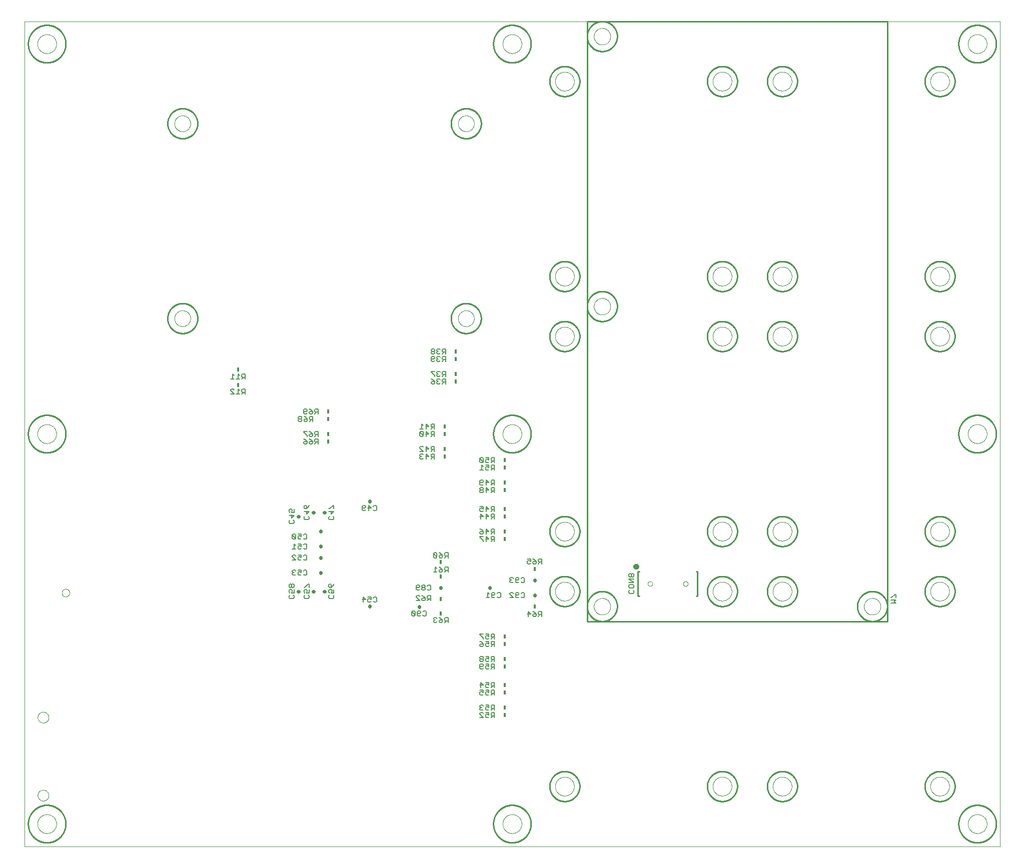
<source format=gbo>
G75*
%MOIN*%
%OFA0B0*%
%FSLAX25Y25*%
%IPPOS*%
%LPD*%
%AMOC8*
5,1,8,0,0,1.08239X$1,22.5*
%
%ADD10C,0.00000*%
%ADD11C,0.01000*%
%ADD12C,0.00600*%
%ADD13R,0.01800X0.03000*%
%ADD14C,0.02200*%
D10*
X0027589Y0022142D02*
X0027589Y0572142D01*
X0677589Y0572142D01*
X0677589Y0022142D01*
X0027589Y0022142D01*
X0036290Y0037142D02*
X0036292Y0037300D01*
X0036298Y0037458D01*
X0036308Y0037616D01*
X0036322Y0037774D01*
X0036340Y0037931D01*
X0036361Y0038088D01*
X0036387Y0038244D01*
X0036417Y0038400D01*
X0036450Y0038555D01*
X0036488Y0038708D01*
X0036529Y0038861D01*
X0036574Y0039013D01*
X0036623Y0039164D01*
X0036676Y0039313D01*
X0036732Y0039461D01*
X0036792Y0039607D01*
X0036856Y0039752D01*
X0036924Y0039895D01*
X0036995Y0040037D01*
X0037069Y0040177D01*
X0037147Y0040314D01*
X0037229Y0040450D01*
X0037313Y0040584D01*
X0037402Y0040715D01*
X0037493Y0040844D01*
X0037588Y0040971D01*
X0037685Y0041096D01*
X0037786Y0041218D01*
X0037890Y0041337D01*
X0037997Y0041454D01*
X0038107Y0041568D01*
X0038220Y0041679D01*
X0038335Y0041788D01*
X0038453Y0041893D01*
X0038574Y0041995D01*
X0038697Y0042095D01*
X0038823Y0042191D01*
X0038951Y0042284D01*
X0039081Y0042374D01*
X0039214Y0042460D01*
X0039349Y0042544D01*
X0039485Y0042623D01*
X0039624Y0042700D01*
X0039765Y0042772D01*
X0039907Y0042842D01*
X0040051Y0042907D01*
X0040197Y0042969D01*
X0040344Y0043027D01*
X0040493Y0043082D01*
X0040643Y0043133D01*
X0040794Y0043180D01*
X0040946Y0043223D01*
X0041099Y0043262D01*
X0041254Y0043298D01*
X0041409Y0043329D01*
X0041565Y0043357D01*
X0041721Y0043381D01*
X0041878Y0043401D01*
X0042036Y0043417D01*
X0042193Y0043429D01*
X0042352Y0043437D01*
X0042510Y0043441D01*
X0042668Y0043441D01*
X0042826Y0043437D01*
X0042985Y0043429D01*
X0043142Y0043417D01*
X0043300Y0043401D01*
X0043457Y0043381D01*
X0043613Y0043357D01*
X0043769Y0043329D01*
X0043924Y0043298D01*
X0044079Y0043262D01*
X0044232Y0043223D01*
X0044384Y0043180D01*
X0044535Y0043133D01*
X0044685Y0043082D01*
X0044834Y0043027D01*
X0044981Y0042969D01*
X0045127Y0042907D01*
X0045271Y0042842D01*
X0045413Y0042772D01*
X0045554Y0042700D01*
X0045693Y0042623D01*
X0045829Y0042544D01*
X0045964Y0042460D01*
X0046097Y0042374D01*
X0046227Y0042284D01*
X0046355Y0042191D01*
X0046481Y0042095D01*
X0046604Y0041995D01*
X0046725Y0041893D01*
X0046843Y0041788D01*
X0046958Y0041679D01*
X0047071Y0041568D01*
X0047181Y0041454D01*
X0047288Y0041337D01*
X0047392Y0041218D01*
X0047493Y0041096D01*
X0047590Y0040971D01*
X0047685Y0040844D01*
X0047776Y0040715D01*
X0047865Y0040584D01*
X0047949Y0040450D01*
X0048031Y0040314D01*
X0048109Y0040177D01*
X0048183Y0040037D01*
X0048254Y0039895D01*
X0048322Y0039752D01*
X0048386Y0039607D01*
X0048446Y0039461D01*
X0048502Y0039313D01*
X0048555Y0039164D01*
X0048604Y0039013D01*
X0048649Y0038861D01*
X0048690Y0038708D01*
X0048728Y0038555D01*
X0048761Y0038400D01*
X0048791Y0038244D01*
X0048817Y0038088D01*
X0048838Y0037931D01*
X0048856Y0037774D01*
X0048870Y0037616D01*
X0048880Y0037458D01*
X0048886Y0037300D01*
X0048888Y0037142D01*
X0048886Y0036984D01*
X0048880Y0036826D01*
X0048870Y0036668D01*
X0048856Y0036510D01*
X0048838Y0036353D01*
X0048817Y0036196D01*
X0048791Y0036040D01*
X0048761Y0035884D01*
X0048728Y0035729D01*
X0048690Y0035576D01*
X0048649Y0035423D01*
X0048604Y0035271D01*
X0048555Y0035120D01*
X0048502Y0034971D01*
X0048446Y0034823D01*
X0048386Y0034677D01*
X0048322Y0034532D01*
X0048254Y0034389D01*
X0048183Y0034247D01*
X0048109Y0034107D01*
X0048031Y0033970D01*
X0047949Y0033834D01*
X0047865Y0033700D01*
X0047776Y0033569D01*
X0047685Y0033440D01*
X0047590Y0033313D01*
X0047493Y0033188D01*
X0047392Y0033066D01*
X0047288Y0032947D01*
X0047181Y0032830D01*
X0047071Y0032716D01*
X0046958Y0032605D01*
X0046843Y0032496D01*
X0046725Y0032391D01*
X0046604Y0032289D01*
X0046481Y0032189D01*
X0046355Y0032093D01*
X0046227Y0032000D01*
X0046097Y0031910D01*
X0045964Y0031824D01*
X0045829Y0031740D01*
X0045693Y0031661D01*
X0045554Y0031584D01*
X0045413Y0031512D01*
X0045271Y0031442D01*
X0045127Y0031377D01*
X0044981Y0031315D01*
X0044834Y0031257D01*
X0044685Y0031202D01*
X0044535Y0031151D01*
X0044384Y0031104D01*
X0044232Y0031061D01*
X0044079Y0031022D01*
X0043924Y0030986D01*
X0043769Y0030955D01*
X0043613Y0030927D01*
X0043457Y0030903D01*
X0043300Y0030883D01*
X0043142Y0030867D01*
X0042985Y0030855D01*
X0042826Y0030847D01*
X0042668Y0030843D01*
X0042510Y0030843D01*
X0042352Y0030847D01*
X0042193Y0030855D01*
X0042036Y0030867D01*
X0041878Y0030883D01*
X0041721Y0030903D01*
X0041565Y0030927D01*
X0041409Y0030955D01*
X0041254Y0030986D01*
X0041099Y0031022D01*
X0040946Y0031061D01*
X0040794Y0031104D01*
X0040643Y0031151D01*
X0040493Y0031202D01*
X0040344Y0031257D01*
X0040197Y0031315D01*
X0040051Y0031377D01*
X0039907Y0031442D01*
X0039765Y0031512D01*
X0039624Y0031584D01*
X0039485Y0031661D01*
X0039349Y0031740D01*
X0039214Y0031824D01*
X0039081Y0031910D01*
X0038951Y0032000D01*
X0038823Y0032093D01*
X0038697Y0032189D01*
X0038574Y0032289D01*
X0038453Y0032391D01*
X0038335Y0032496D01*
X0038220Y0032605D01*
X0038107Y0032716D01*
X0037997Y0032830D01*
X0037890Y0032947D01*
X0037786Y0033066D01*
X0037685Y0033188D01*
X0037588Y0033313D01*
X0037493Y0033440D01*
X0037402Y0033569D01*
X0037313Y0033700D01*
X0037229Y0033834D01*
X0037147Y0033970D01*
X0037069Y0034107D01*
X0036995Y0034247D01*
X0036924Y0034389D01*
X0036856Y0034532D01*
X0036792Y0034677D01*
X0036732Y0034823D01*
X0036676Y0034971D01*
X0036623Y0035120D01*
X0036574Y0035271D01*
X0036529Y0035423D01*
X0036488Y0035576D01*
X0036450Y0035729D01*
X0036417Y0035884D01*
X0036387Y0036040D01*
X0036361Y0036196D01*
X0036340Y0036353D01*
X0036322Y0036510D01*
X0036308Y0036668D01*
X0036298Y0036826D01*
X0036292Y0036984D01*
X0036290Y0037142D01*
X0036467Y0056158D02*
X0036469Y0056278D01*
X0036475Y0056399D01*
X0036485Y0056519D01*
X0036499Y0056638D01*
X0036517Y0056757D01*
X0036538Y0056876D01*
X0036564Y0056994D01*
X0036594Y0057110D01*
X0036627Y0057226D01*
X0036664Y0057341D01*
X0036705Y0057454D01*
X0036750Y0057566D01*
X0036798Y0057676D01*
X0036850Y0057785D01*
X0036906Y0057891D01*
X0036965Y0057996D01*
X0037028Y0058099D01*
X0037093Y0058200D01*
X0037163Y0058299D01*
X0037235Y0058395D01*
X0037310Y0058489D01*
X0037389Y0058580D01*
X0037471Y0058669D01*
X0037555Y0058754D01*
X0037642Y0058838D01*
X0037732Y0058918D01*
X0037825Y0058995D01*
X0037920Y0059069D01*
X0038017Y0059139D01*
X0038117Y0059207D01*
X0038219Y0059271D01*
X0038323Y0059332D01*
X0038429Y0059389D01*
X0038537Y0059443D01*
X0038646Y0059493D01*
X0038757Y0059540D01*
X0038870Y0059583D01*
X0038984Y0059622D01*
X0039099Y0059657D01*
X0039215Y0059689D01*
X0039332Y0059716D01*
X0039450Y0059740D01*
X0039569Y0059760D01*
X0039688Y0059776D01*
X0039808Y0059788D01*
X0039928Y0059796D01*
X0040049Y0059800D01*
X0040169Y0059800D01*
X0040290Y0059796D01*
X0040410Y0059788D01*
X0040530Y0059776D01*
X0040649Y0059760D01*
X0040768Y0059740D01*
X0040886Y0059716D01*
X0041003Y0059689D01*
X0041119Y0059657D01*
X0041234Y0059622D01*
X0041348Y0059583D01*
X0041461Y0059540D01*
X0041572Y0059493D01*
X0041681Y0059443D01*
X0041789Y0059389D01*
X0041895Y0059332D01*
X0041999Y0059271D01*
X0042101Y0059207D01*
X0042201Y0059139D01*
X0042298Y0059069D01*
X0042393Y0058995D01*
X0042486Y0058918D01*
X0042576Y0058838D01*
X0042663Y0058754D01*
X0042747Y0058669D01*
X0042829Y0058580D01*
X0042908Y0058489D01*
X0042983Y0058395D01*
X0043055Y0058299D01*
X0043125Y0058200D01*
X0043190Y0058099D01*
X0043253Y0057996D01*
X0043312Y0057891D01*
X0043368Y0057785D01*
X0043420Y0057676D01*
X0043468Y0057566D01*
X0043513Y0057454D01*
X0043554Y0057341D01*
X0043591Y0057226D01*
X0043624Y0057110D01*
X0043654Y0056994D01*
X0043680Y0056876D01*
X0043701Y0056757D01*
X0043719Y0056638D01*
X0043733Y0056519D01*
X0043743Y0056399D01*
X0043749Y0056278D01*
X0043751Y0056158D01*
X0043749Y0056038D01*
X0043743Y0055917D01*
X0043733Y0055797D01*
X0043719Y0055678D01*
X0043701Y0055559D01*
X0043680Y0055440D01*
X0043654Y0055322D01*
X0043624Y0055206D01*
X0043591Y0055090D01*
X0043554Y0054975D01*
X0043513Y0054862D01*
X0043468Y0054750D01*
X0043420Y0054640D01*
X0043368Y0054531D01*
X0043312Y0054425D01*
X0043253Y0054320D01*
X0043190Y0054217D01*
X0043125Y0054116D01*
X0043055Y0054017D01*
X0042983Y0053921D01*
X0042908Y0053827D01*
X0042829Y0053736D01*
X0042747Y0053647D01*
X0042663Y0053562D01*
X0042576Y0053478D01*
X0042486Y0053398D01*
X0042393Y0053321D01*
X0042298Y0053247D01*
X0042201Y0053177D01*
X0042101Y0053109D01*
X0041999Y0053045D01*
X0041895Y0052984D01*
X0041789Y0052927D01*
X0041681Y0052873D01*
X0041572Y0052823D01*
X0041461Y0052776D01*
X0041348Y0052733D01*
X0041234Y0052694D01*
X0041119Y0052659D01*
X0041003Y0052627D01*
X0040886Y0052600D01*
X0040768Y0052576D01*
X0040649Y0052556D01*
X0040530Y0052540D01*
X0040410Y0052528D01*
X0040290Y0052520D01*
X0040169Y0052516D01*
X0040049Y0052516D01*
X0039928Y0052520D01*
X0039808Y0052528D01*
X0039688Y0052540D01*
X0039569Y0052556D01*
X0039450Y0052576D01*
X0039332Y0052600D01*
X0039215Y0052627D01*
X0039099Y0052659D01*
X0038984Y0052694D01*
X0038870Y0052733D01*
X0038757Y0052776D01*
X0038646Y0052823D01*
X0038537Y0052873D01*
X0038429Y0052927D01*
X0038323Y0052984D01*
X0038219Y0053045D01*
X0038117Y0053109D01*
X0038017Y0053177D01*
X0037920Y0053247D01*
X0037825Y0053321D01*
X0037732Y0053398D01*
X0037642Y0053478D01*
X0037555Y0053562D01*
X0037471Y0053647D01*
X0037389Y0053736D01*
X0037310Y0053827D01*
X0037235Y0053921D01*
X0037163Y0054017D01*
X0037093Y0054116D01*
X0037028Y0054217D01*
X0036965Y0054320D01*
X0036906Y0054425D01*
X0036850Y0054531D01*
X0036798Y0054640D01*
X0036750Y0054750D01*
X0036705Y0054862D01*
X0036664Y0054975D01*
X0036627Y0055090D01*
X0036594Y0055206D01*
X0036564Y0055322D01*
X0036538Y0055440D01*
X0036517Y0055559D01*
X0036499Y0055678D01*
X0036485Y0055797D01*
X0036475Y0055917D01*
X0036469Y0056038D01*
X0036467Y0056158D01*
X0036467Y0108127D02*
X0036469Y0108247D01*
X0036475Y0108368D01*
X0036485Y0108488D01*
X0036499Y0108607D01*
X0036517Y0108726D01*
X0036538Y0108845D01*
X0036564Y0108963D01*
X0036594Y0109079D01*
X0036627Y0109195D01*
X0036664Y0109310D01*
X0036705Y0109423D01*
X0036750Y0109535D01*
X0036798Y0109645D01*
X0036850Y0109754D01*
X0036906Y0109860D01*
X0036965Y0109965D01*
X0037028Y0110068D01*
X0037093Y0110169D01*
X0037163Y0110268D01*
X0037235Y0110364D01*
X0037310Y0110458D01*
X0037389Y0110549D01*
X0037471Y0110638D01*
X0037555Y0110723D01*
X0037642Y0110807D01*
X0037732Y0110887D01*
X0037825Y0110964D01*
X0037920Y0111038D01*
X0038017Y0111108D01*
X0038117Y0111176D01*
X0038219Y0111240D01*
X0038323Y0111301D01*
X0038429Y0111358D01*
X0038537Y0111412D01*
X0038646Y0111462D01*
X0038757Y0111509D01*
X0038870Y0111552D01*
X0038984Y0111591D01*
X0039099Y0111626D01*
X0039215Y0111658D01*
X0039332Y0111685D01*
X0039450Y0111709D01*
X0039569Y0111729D01*
X0039688Y0111745D01*
X0039808Y0111757D01*
X0039928Y0111765D01*
X0040049Y0111769D01*
X0040169Y0111769D01*
X0040290Y0111765D01*
X0040410Y0111757D01*
X0040530Y0111745D01*
X0040649Y0111729D01*
X0040768Y0111709D01*
X0040886Y0111685D01*
X0041003Y0111658D01*
X0041119Y0111626D01*
X0041234Y0111591D01*
X0041348Y0111552D01*
X0041461Y0111509D01*
X0041572Y0111462D01*
X0041681Y0111412D01*
X0041789Y0111358D01*
X0041895Y0111301D01*
X0041999Y0111240D01*
X0042101Y0111176D01*
X0042201Y0111108D01*
X0042298Y0111038D01*
X0042393Y0110964D01*
X0042486Y0110887D01*
X0042576Y0110807D01*
X0042663Y0110723D01*
X0042747Y0110638D01*
X0042829Y0110549D01*
X0042908Y0110458D01*
X0042983Y0110364D01*
X0043055Y0110268D01*
X0043125Y0110169D01*
X0043190Y0110068D01*
X0043253Y0109965D01*
X0043312Y0109860D01*
X0043368Y0109754D01*
X0043420Y0109645D01*
X0043468Y0109535D01*
X0043513Y0109423D01*
X0043554Y0109310D01*
X0043591Y0109195D01*
X0043624Y0109079D01*
X0043654Y0108963D01*
X0043680Y0108845D01*
X0043701Y0108726D01*
X0043719Y0108607D01*
X0043733Y0108488D01*
X0043743Y0108368D01*
X0043749Y0108247D01*
X0043751Y0108127D01*
X0043749Y0108007D01*
X0043743Y0107886D01*
X0043733Y0107766D01*
X0043719Y0107647D01*
X0043701Y0107528D01*
X0043680Y0107409D01*
X0043654Y0107291D01*
X0043624Y0107175D01*
X0043591Y0107059D01*
X0043554Y0106944D01*
X0043513Y0106831D01*
X0043468Y0106719D01*
X0043420Y0106609D01*
X0043368Y0106500D01*
X0043312Y0106394D01*
X0043253Y0106289D01*
X0043190Y0106186D01*
X0043125Y0106085D01*
X0043055Y0105986D01*
X0042983Y0105890D01*
X0042908Y0105796D01*
X0042829Y0105705D01*
X0042747Y0105616D01*
X0042663Y0105531D01*
X0042576Y0105447D01*
X0042486Y0105367D01*
X0042393Y0105290D01*
X0042298Y0105216D01*
X0042201Y0105146D01*
X0042101Y0105078D01*
X0041999Y0105014D01*
X0041895Y0104953D01*
X0041789Y0104896D01*
X0041681Y0104842D01*
X0041572Y0104792D01*
X0041461Y0104745D01*
X0041348Y0104702D01*
X0041234Y0104663D01*
X0041119Y0104628D01*
X0041003Y0104596D01*
X0040886Y0104569D01*
X0040768Y0104545D01*
X0040649Y0104525D01*
X0040530Y0104509D01*
X0040410Y0104497D01*
X0040290Y0104489D01*
X0040169Y0104485D01*
X0040049Y0104485D01*
X0039928Y0104489D01*
X0039808Y0104497D01*
X0039688Y0104509D01*
X0039569Y0104525D01*
X0039450Y0104545D01*
X0039332Y0104569D01*
X0039215Y0104596D01*
X0039099Y0104628D01*
X0038984Y0104663D01*
X0038870Y0104702D01*
X0038757Y0104745D01*
X0038646Y0104792D01*
X0038537Y0104842D01*
X0038429Y0104896D01*
X0038323Y0104953D01*
X0038219Y0105014D01*
X0038117Y0105078D01*
X0038017Y0105146D01*
X0037920Y0105216D01*
X0037825Y0105290D01*
X0037732Y0105367D01*
X0037642Y0105447D01*
X0037555Y0105531D01*
X0037471Y0105616D01*
X0037389Y0105705D01*
X0037310Y0105796D01*
X0037235Y0105890D01*
X0037163Y0105986D01*
X0037093Y0106085D01*
X0037028Y0106186D01*
X0036965Y0106289D01*
X0036906Y0106394D01*
X0036850Y0106500D01*
X0036798Y0106609D01*
X0036750Y0106719D01*
X0036705Y0106831D01*
X0036664Y0106944D01*
X0036627Y0107059D01*
X0036594Y0107175D01*
X0036564Y0107291D01*
X0036538Y0107409D01*
X0036517Y0107528D01*
X0036499Y0107647D01*
X0036485Y0107766D01*
X0036475Y0107886D01*
X0036469Y0108007D01*
X0036467Y0108127D01*
X0052530Y0191138D02*
X0052532Y0191239D01*
X0052538Y0191340D01*
X0052548Y0191441D01*
X0052562Y0191541D01*
X0052580Y0191640D01*
X0052602Y0191739D01*
X0052627Y0191837D01*
X0052657Y0191934D01*
X0052690Y0192029D01*
X0052727Y0192123D01*
X0052768Y0192216D01*
X0052812Y0192307D01*
X0052860Y0192396D01*
X0052912Y0192483D01*
X0052967Y0192568D01*
X0053025Y0192650D01*
X0053086Y0192731D01*
X0053151Y0192809D01*
X0053218Y0192884D01*
X0053288Y0192956D01*
X0053362Y0193026D01*
X0053438Y0193093D01*
X0053516Y0193157D01*
X0053597Y0193217D01*
X0053680Y0193274D01*
X0053766Y0193328D01*
X0053854Y0193379D01*
X0053943Y0193426D01*
X0054034Y0193470D01*
X0054127Y0193509D01*
X0054222Y0193546D01*
X0054317Y0193578D01*
X0054414Y0193607D01*
X0054513Y0193631D01*
X0054611Y0193652D01*
X0054711Y0193669D01*
X0054811Y0193682D01*
X0054912Y0193691D01*
X0055013Y0193696D01*
X0055114Y0193697D01*
X0055215Y0193694D01*
X0055316Y0193687D01*
X0055417Y0193676D01*
X0055517Y0193661D01*
X0055616Y0193642D01*
X0055715Y0193619D01*
X0055812Y0193593D01*
X0055909Y0193562D01*
X0056004Y0193528D01*
X0056097Y0193490D01*
X0056190Y0193448D01*
X0056280Y0193403D01*
X0056369Y0193354D01*
X0056455Y0193302D01*
X0056539Y0193246D01*
X0056622Y0193187D01*
X0056701Y0193125D01*
X0056779Y0193060D01*
X0056853Y0192992D01*
X0056925Y0192920D01*
X0056994Y0192847D01*
X0057060Y0192770D01*
X0057123Y0192691D01*
X0057183Y0192609D01*
X0057239Y0192525D01*
X0057292Y0192439D01*
X0057342Y0192351D01*
X0057388Y0192261D01*
X0057431Y0192170D01*
X0057470Y0192076D01*
X0057505Y0191981D01*
X0057536Y0191885D01*
X0057564Y0191788D01*
X0057588Y0191690D01*
X0057608Y0191591D01*
X0057624Y0191491D01*
X0057636Y0191390D01*
X0057644Y0191290D01*
X0057648Y0191189D01*
X0057648Y0191087D01*
X0057644Y0190986D01*
X0057636Y0190886D01*
X0057624Y0190785D01*
X0057608Y0190685D01*
X0057588Y0190586D01*
X0057564Y0190488D01*
X0057536Y0190391D01*
X0057505Y0190295D01*
X0057470Y0190200D01*
X0057431Y0190106D01*
X0057388Y0190015D01*
X0057342Y0189925D01*
X0057292Y0189837D01*
X0057239Y0189751D01*
X0057183Y0189667D01*
X0057123Y0189585D01*
X0057060Y0189506D01*
X0056994Y0189429D01*
X0056925Y0189356D01*
X0056853Y0189284D01*
X0056779Y0189216D01*
X0056701Y0189151D01*
X0056622Y0189089D01*
X0056539Y0189030D01*
X0056455Y0188974D01*
X0056368Y0188922D01*
X0056280Y0188873D01*
X0056190Y0188828D01*
X0056097Y0188786D01*
X0056004Y0188748D01*
X0055909Y0188714D01*
X0055812Y0188683D01*
X0055715Y0188657D01*
X0055616Y0188634D01*
X0055517Y0188615D01*
X0055417Y0188600D01*
X0055316Y0188589D01*
X0055215Y0188582D01*
X0055114Y0188579D01*
X0055013Y0188580D01*
X0054912Y0188585D01*
X0054811Y0188594D01*
X0054711Y0188607D01*
X0054611Y0188624D01*
X0054513Y0188645D01*
X0054414Y0188669D01*
X0054317Y0188698D01*
X0054222Y0188730D01*
X0054127Y0188767D01*
X0054034Y0188806D01*
X0053943Y0188850D01*
X0053854Y0188897D01*
X0053766Y0188948D01*
X0053680Y0189002D01*
X0053597Y0189059D01*
X0053516Y0189119D01*
X0053438Y0189183D01*
X0053362Y0189250D01*
X0053288Y0189320D01*
X0053218Y0189392D01*
X0053151Y0189467D01*
X0053086Y0189545D01*
X0053025Y0189626D01*
X0052967Y0189708D01*
X0052912Y0189793D01*
X0052860Y0189880D01*
X0052812Y0189969D01*
X0052768Y0190060D01*
X0052727Y0190153D01*
X0052690Y0190247D01*
X0052657Y0190342D01*
X0052627Y0190439D01*
X0052602Y0190537D01*
X0052580Y0190636D01*
X0052562Y0190735D01*
X0052548Y0190835D01*
X0052538Y0190936D01*
X0052532Y0191037D01*
X0052530Y0191138D01*
X0036290Y0297142D02*
X0036292Y0297300D01*
X0036298Y0297458D01*
X0036308Y0297616D01*
X0036322Y0297774D01*
X0036340Y0297931D01*
X0036361Y0298088D01*
X0036387Y0298244D01*
X0036417Y0298400D01*
X0036450Y0298555D01*
X0036488Y0298708D01*
X0036529Y0298861D01*
X0036574Y0299013D01*
X0036623Y0299164D01*
X0036676Y0299313D01*
X0036732Y0299461D01*
X0036792Y0299607D01*
X0036856Y0299752D01*
X0036924Y0299895D01*
X0036995Y0300037D01*
X0037069Y0300177D01*
X0037147Y0300314D01*
X0037229Y0300450D01*
X0037313Y0300584D01*
X0037402Y0300715D01*
X0037493Y0300844D01*
X0037588Y0300971D01*
X0037685Y0301096D01*
X0037786Y0301218D01*
X0037890Y0301337D01*
X0037997Y0301454D01*
X0038107Y0301568D01*
X0038220Y0301679D01*
X0038335Y0301788D01*
X0038453Y0301893D01*
X0038574Y0301995D01*
X0038697Y0302095D01*
X0038823Y0302191D01*
X0038951Y0302284D01*
X0039081Y0302374D01*
X0039214Y0302460D01*
X0039349Y0302544D01*
X0039485Y0302623D01*
X0039624Y0302700D01*
X0039765Y0302772D01*
X0039907Y0302842D01*
X0040051Y0302907D01*
X0040197Y0302969D01*
X0040344Y0303027D01*
X0040493Y0303082D01*
X0040643Y0303133D01*
X0040794Y0303180D01*
X0040946Y0303223D01*
X0041099Y0303262D01*
X0041254Y0303298D01*
X0041409Y0303329D01*
X0041565Y0303357D01*
X0041721Y0303381D01*
X0041878Y0303401D01*
X0042036Y0303417D01*
X0042193Y0303429D01*
X0042352Y0303437D01*
X0042510Y0303441D01*
X0042668Y0303441D01*
X0042826Y0303437D01*
X0042985Y0303429D01*
X0043142Y0303417D01*
X0043300Y0303401D01*
X0043457Y0303381D01*
X0043613Y0303357D01*
X0043769Y0303329D01*
X0043924Y0303298D01*
X0044079Y0303262D01*
X0044232Y0303223D01*
X0044384Y0303180D01*
X0044535Y0303133D01*
X0044685Y0303082D01*
X0044834Y0303027D01*
X0044981Y0302969D01*
X0045127Y0302907D01*
X0045271Y0302842D01*
X0045413Y0302772D01*
X0045554Y0302700D01*
X0045693Y0302623D01*
X0045829Y0302544D01*
X0045964Y0302460D01*
X0046097Y0302374D01*
X0046227Y0302284D01*
X0046355Y0302191D01*
X0046481Y0302095D01*
X0046604Y0301995D01*
X0046725Y0301893D01*
X0046843Y0301788D01*
X0046958Y0301679D01*
X0047071Y0301568D01*
X0047181Y0301454D01*
X0047288Y0301337D01*
X0047392Y0301218D01*
X0047493Y0301096D01*
X0047590Y0300971D01*
X0047685Y0300844D01*
X0047776Y0300715D01*
X0047865Y0300584D01*
X0047949Y0300450D01*
X0048031Y0300314D01*
X0048109Y0300177D01*
X0048183Y0300037D01*
X0048254Y0299895D01*
X0048322Y0299752D01*
X0048386Y0299607D01*
X0048446Y0299461D01*
X0048502Y0299313D01*
X0048555Y0299164D01*
X0048604Y0299013D01*
X0048649Y0298861D01*
X0048690Y0298708D01*
X0048728Y0298555D01*
X0048761Y0298400D01*
X0048791Y0298244D01*
X0048817Y0298088D01*
X0048838Y0297931D01*
X0048856Y0297774D01*
X0048870Y0297616D01*
X0048880Y0297458D01*
X0048886Y0297300D01*
X0048888Y0297142D01*
X0048886Y0296984D01*
X0048880Y0296826D01*
X0048870Y0296668D01*
X0048856Y0296510D01*
X0048838Y0296353D01*
X0048817Y0296196D01*
X0048791Y0296040D01*
X0048761Y0295884D01*
X0048728Y0295729D01*
X0048690Y0295576D01*
X0048649Y0295423D01*
X0048604Y0295271D01*
X0048555Y0295120D01*
X0048502Y0294971D01*
X0048446Y0294823D01*
X0048386Y0294677D01*
X0048322Y0294532D01*
X0048254Y0294389D01*
X0048183Y0294247D01*
X0048109Y0294107D01*
X0048031Y0293970D01*
X0047949Y0293834D01*
X0047865Y0293700D01*
X0047776Y0293569D01*
X0047685Y0293440D01*
X0047590Y0293313D01*
X0047493Y0293188D01*
X0047392Y0293066D01*
X0047288Y0292947D01*
X0047181Y0292830D01*
X0047071Y0292716D01*
X0046958Y0292605D01*
X0046843Y0292496D01*
X0046725Y0292391D01*
X0046604Y0292289D01*
X0046481Y0292189D01*
X0046355Y0292093D01*
X0046227Y0292000D01*
X0046097Y0291910D01*
X0045964Y0291824D01*
X0045829Y0291740D01*
X0045693Y0291661D01*
X0045554Y0291584D01*
X0045413Y0291512D01*
X0045271Y0291442D01*
X0045127Y0291377D01*
X0044981Y0291315D01*
X0044834Y0291257D01*
X0044685Y0291202D01*
X0044535Y0291151D01*
X0044384Y0291104D01*
X0044232Y0291061D01*
X0044079Y0291022D01*
X0043924Y0290986D01*
X0043769Y0290955D01*
X0043613Y0290927D01*
X0043457Y0290903D01*
X0043300Y0290883D01*
X0043142Y0290867D01*
X0042985Y0290855D01*
X0042826Y0290847D01*
X0042668Y0290843D01*
X0042510Y0290843D01*
X0042352Y0290847D01*
X0042193Y0290855D01*
X0042036Y0290867D01*
X0041878Y0290883D01*
X0041721Y0290903D01*
X0041565Y0290927D01*
X0041409Y0290955D01*
X0041254Y0290986D01*
X0041099Y0291022D01*
X0040946Y0291061D01*
X0040794Y0291104D01*
X0040643Y0291151D01*
X0040493Y0291202D01*
X0040344Y0291257D01*
X0040197Y0291315D01*
X0040051Y0291377D01*
X0039907Y0291442D01*
X0039765Y0291512D01*
X0039624Y0291584D01*
X0039485Y0291661D01*
X0039349Y0291740D01*
X0039214Y0291824D01*
X0039081Y0291910D01*
X0038951Y0292000D01*
X0038823Y0292093D01*
X0038697Y0292189D01*
X0038574Y0292289D01*
X0038453Y0292391D01*
X0038335Y0292496D01*
X0038220Y0292605D01*
X0038107Y0292716D01*
X0037997Y0292830D01*
X0037890Y0292947D01*
X0037786Y0293066D01*
X0037685Y0293188D01*
X0037588Y0293313D01*
X0037493Y0293440D01*
X0037402Y0293569D01*
X0037313Y0293700D01*
X0037229Y0293834D01*
X0037147Y0293970D01*
X0037069Y0294107D01*
X0036995Y0294247D01*
X0036924Y0294389D01*
X0036856Y0294532D01*
X0036792Y0294677D01*
X0036732Y0294823D01*
X0036676Y0294971D01*
X0036623Y0295120D01*
X0036574Y0295271D01*
X0036529Y0295423D01*
X0036488Y0295576D01*
X0036450Y0295729D01*
X0036417Y0295884D01*
X0036387Y0296040D01*
X0036361Y0296196D01*
X0036340Y0296353D01*
X0036322Y0296510D01*
X0036308Y0296668D01*
X0036298Y0296826D01*
X0036292Y0296984D01*
X0036290Y0297142D01*
X0127628Y0374111D02*
X0127630Y0374256D01*
X0127636Y0374401D01*
X0127646Y0374546D01*
X0127660Y0374691D01*
X0127678Y0374835D01*
X0127699Y0374978D01*
X0127725Y0375121D01*
X0127754Y0375263D01*
X0127788Y0375405D01*
X0127825Y0375545D01*
X0127866Y0375684D01*
X0127911Y0375822D01*
X0127960Y0375959D01*
X0128012Y0376095D01*
X0128068Y0376229D01*
X0128128Y0376361D01*
X0128191Y0376492D01*
X0128258Y0376620D01*
X0128328Y0376748D01*
X0128402Y0376873D01*
X0128479Y0376996D01*
X0128559Y0377116D01*
X0128643Y0377235D01*
X0128730Y0377351D01*
X0128820Y0377465D01*
X0128913Y0377577D01*
X0129009Y0377685D01*
X0129109Y0377791D01*
X0129210Y0377895D01*
X0129315Y0377995D01*
X0129423Y0378093D01*
X0129533Y0378188D01*
X0129645Y0378279D01*
X0129760Y0378368D01*
X0129878Y0378453D01*
X0129998Y0378535D01*
X0130120Y0378614D01*
X0130244Y0378690D01*
X0130370Y0378762D01*
X0130498Y0378830D01*
X0130628Y0378895D01*
X0130759Y0378957D01*
X0130892Y0379014D01*
X0131027Y0379069D01*
X0131163Y0379119D01*
X0131301Y0379166D01*
X0131439Y0379209D01*
X0131579Y0379248D01*
X0131720Y0379283D01*
X0131862Y0379315D01*
X0132004Y0379342D01*
X0132147Y0379366D01*
X0132291Y0379386D01*
X0132436Y0379402D01*
X0132580Y0379414D01*
X0132725Y0379422D01*
X0132870Y0379426D01*
X0133016Y0379426D01*
X0133161Y0379422D01*
X0133306Y0379414D01*
X0133450Y0379402D01*
X0133595Y0379386D01*
X0133739Y0379366D01*
X0133882Y0379342D01*
X0134024Y0379315D01*
X0134166Y0379283D01*
X0134307Y0379248D01*
X0134447Y0379209D01*
X0134585Y0379166D01*
X0134723Y0379119D01*
X0134859Y0379069D01*
X0134994Y0379014D01*
X0135127Y0378957D01*
X0135258Y0378895D01*
X0135388Y0378830D01*
X0135516Y0378762D01*
X0135642Y0378690D01*
X0135766Y0378614D01*
X0135888Y0378535D01*
X0136008Y0378453D01*
X0136126Y0378368D01*
X0136241Y0378279D01*
X0136353Y0378188D01*
X0136463Y0378093D01*
X0136571Y0377995D01*
X0136676Y0377895D01*
X0136777Y0377791D01*
X0136877Y0377685D01*
X0136973Y0377577D01*
X0137066Y0377465D01*
X0137156Y0377351D01*
X0137243Y0377235D01*
X0137327Y0377116D01*
X0137407Y0376996D01*
X0137484Y0376873D01*
X0137558Y0376748D01*
X0137628Y0376620D01*
X0137695Y0376492D01*
X0137758Y0376361D01*
X0137818Y0376229D01*
X0137874Y0376095D01*
X0137926Y0375959D01*
X0137975Y0375822D01*
X0138020Y0375684D01*
X0138061Y0375545D01*
X0138098Y0375405D01*
X0138132Y0375263D01*
X0138161Y0375121D01*
X0138187Y0374978D01*
X0138208Y0374835D01*
X0138226Y0374691D01*
X0138240Y0374546D01*
X0138250Y0374401D01*
X0138256Y0374256D01*
X0138258Y0374111D01*
X0138256Y0373966D01*
X0138250Y0373821D01*
X0138240Y0373676D01*
X0138226Y0373531D01*
X0138208Y0373387D01*
X0138187Y0373244D01*
X0138161Y0373101D01*
X0138132Y0372959D01*
X0138098Y0372817D01*
X0138061Y0372677D01*
X0138020Y0372538D01*
X0137975Y0372400D01*
X0137926Y0372263D01*
X0137874Y0372127D01*
X0137818Y0371993D01*
X0137758Y0371861D01*
X0137695Y0371730D01*
X0137628Y0371602D01*
X0137558Y0371474D01*
X0137484Y0371349D01*
X0137407Y0371226D01*
X0137327Y0371106D01*
X0137243Y0370987D01*
X0137156Y0370871D01*
X0137066Y0370757D01*
X0136973Y0370645D01*
X0136877Y0370537D01*
X0136777Y0370431D01*
X0136676Y0370327D01*
X0136571Y0370227D01*
X0136463Y0370129D01*
X0136353Y0370034D01*
X0136241Y0369943D01*
X0136126Y0369854D01*
X0136008Y0369769D01*
X0135888Y0369687D01*
X0135766Y0369608D01*
X0135642Y0369532D01*
X0135516Y0369460D01*
X0135388Y0369392D01*
X0135258Y0369327D01*
X0135127Y0369265D01*
X0134994Y0369208D01*
X0134859Y0369153D01*
X0134723Y0369103D01*
X0134585Y0369056D01*
X0134447Y0369013D01*
X0134307Y0368974D01*
X0134166Y0368939D01*
X0134024Y0368907D01*
X0133882Y0368880D01*
X0133739Y0368856D01*
X0133595Y0368836D01*
X0133450Y0368820D01*
X0133306Y0368808D01*
X0133161Y0368800D01*
X0133016Y0368796D01*
X0132870Y0368796D01*
X0132725Y0368800D01*
X0132580Y0368808D01*
X0132436Y0368820D01*
X0132291Y0368836D01*
X0132147Y0368856D01*
X0132004Y0368880D01*
X0131862Y0368907D01*
X0131720Y0368939D01*
X0131579Y0368974D01*
X0131439Y0369013D01*
X0131301Y0369056D01*
X0131163Y0369103D01*
X0131027Y0369153D01*
X0130892Y0369208D01*
X0130759Y0369265D01*
X0130628Y0369327D01*
X0130498Y0369392D01*
X0130370Y0369460D01*
X0130244Y0369532D01*
X0130120Y0369608D01*
X0129998Y0369687D01*
X0129878Y0369769D01*
X0129760Y0369854D01*
X0129645Y0369943D01*
X0129533Y0370034D01*
X0129423Y0370129D01*
X0129315Y0370227D01*
X0129210Y0370327D01*
X0129109Y0370431D01*
X0129009Y0370537D01*
X0128913Y0370645D01*
X0128820Y0370757D01*
X0128730Y0370871D01*
X0128643Y0370987D01*
X0128559Y0371106D01*
X0128479Y0371226D01*
X0128402Y0371349D01*
X0128328Y0371474D01*
X0128258Y0371602D01*
X0128191Y0371730D01*
X0128128Y0371861D01*
X0128068Y0371993D01*
X0128012Y0372127D01*
X0127960Y0372263D01*
X0127911Y0372400D01*
X0127866Y0372538D01*
X0127825Y0372677D01*
X0127788Y0372817D01*
X0127754Y0372959D01*
X0127725Y0373101D01*
X0127699Y0373244D01*
X0127678Y0373387D01*
X0127660Y0373531D01*
X0127646Y0373676D01*
X0127636Y0373821D01*
X0127630Y0373966D01*
X0127628Y0374111D01*
X0127628Y0504032D02*
X0127630Y0504177D01*
X0127636Y0504322D01*
X0127646Y0504467D01*
X0127660Y0504612D01*
X0127678Y0504756D01*
X0127699Y0504899D01*
X0127725Y0505042D01*
X0127754Y0505184D01*
X0127788Y0505326D01*
X0127825Y0505466D01*
X0127866Y0505605D01*
X0127911Y0505743D01*
X0127960Y0505880D01*
X0128012Y0506016D01*
X0128068Y0506150D01*
X0128128Y0506282D01*
X0128191Y0506413D01*
X0128258Y0506541D01*
X0128328Y0506669D01*
X0128402Y0506794D01*
X0128479Y0506917D01*
X0128559Y0507037D01*
X0128643Y0507156D01*
X0128730Y0507272D01*
X0128820Y0507386D01*
X0128913Y0507498D01*
X0129009Y0507606D01*
X0129109Y0507712D01*
X0129210Y0507816D01*
X0129315Y0507916D01*
X0129423Y0508014D01*
X0129533Y0508109D01*
X0129645Y0508200D01*
X0129760Y0508289D01*
X0129878Y0508374D01*
X0129998Y0508456D01*
X0130120Y0508535D01*
X0130244Y0508611D01*
X0130370Y0508683D01*
X0130498Y0508751D01*
X0130628Y0508816D01*
X0130759Y0508878D01*
X0130892Y0508935D01*
X0131027Y0508990D01*
X0131163Y0509040D01*
X0131301Y0509087D01*
X0131439Y0509130D01*
X0131579Y0509169D01*
X0131720Y0509204D01*
X0131862Y0509236D01*
X0132004Y0509263D01*
X0132147Y0509287D01*
X0132291Y0509307D01*
X0132436Y0509323D01*
X0132580Y0509335D01*
X0132725Y0509343D01*
X0132870Y0509347D01*
X0133016Y0509347D01*
X0133161Y0509343D01*
X0133306Y0509335D01*
X0133450Y0509323D01*
X0133595Y0509307D01*
X0133739Y0509287D01*
X0133882Y0509263D01*
X0134024Y0509236D01*
X0134166Y0509204D01*
X0134307Y0509169D01*
X0134447Y0509130D01*
X0134585Y0509087D01*
X0134723Y0509040D01*
X0134859Y0508990D01*
X0134994Y0508935D01*
X0135127Y0508878D01*
X0135258Y0508816D01*
X0135388Y0508751D01*
X0135516Y0508683D01*
X0135642Y0508611D01*
X0135766Y0508535D01*
X0135888Y0508456D01*
X0136008Y0508374D01*
X0136126Y0508289D01*
X0136241Y0508200D01*
X0136353Y0508109D01*
X0136463Y0508014D01*
X0136571Y0507916D01*
X0136676Y0507816D01*
X0136777Y0507712D01*
X0136877Y0507606D01*
X0136973Y0507498D01*
X0137066Y0507386D01*
X0137156Y0507272D01*
X0137243Y0507156D01*
X0137327Y0507037D01*
X0137407Y0506917D01*
X0137484Y0506794D01*
X0137558Y0506669D01*
X0137628Y0506541D01*
X0137695Y0506413D01*
X0137758Y0506282D01*
X0137818Y0506150D01*
X0137874Y0506016D01*
X0137926Y0505880D01*
X0137975Y0505743D01*
X0138020Y0505605D01*
X0138061Y0505466D01*
X0138098Y0505326D01*
X0138132Y0505184D01*
X0138161Y0505042D01*
X0138187Y0504899D01*
X0138208Y0504756D01*
X0138226Y0504612D01*
X0138240Y0504467D01*
X0138250Y0504322D01*
X0138256Y0504177D01*
X0138258Y0504032D01*
X0138256Y0503887D01*
X0138250Y0503742D01*
X0138240Y0503597D01*
X0138226Y0503452D01*
X0138208Y0503308D01*
X0138187Y0503165D01*
X0138161Y0503022D01*
X0138132Y0502880D01*
X0138098Y0502738D01*
X0138061Y0502598D01*
X0138020Y0502459D01*
X0137975Y0502321D01*
X0137926Y0502184D01*
X0137874Y0502048D01*
X0137818Y0501914D01*
X0137758Y0501782D01*
X0137695Y0501651D01*
X0137628Y0501523D01*
X0137558Y0501395D01*
X0137484Y0501270D01*
X0137407Y0501147D01*
X0137327Y0501027D01*
X0137243Y0500908D01*
X0137156Y0500792D01*
X0137066Y0500678D01*
X0136973Y0500566D01*
X0136877Y0500458D01*
X0136777Y0500352D01*
X0136676Y0500248D01*
X0136571Y0500148D01*
X0136463Y0500050D01*
X0136353Y0499955D01*
X0136241Y0499864D01*
X0136126Y0499775D01*
X0136008Y0499690D01*
X0135888Y0499608D01*
X0135766Y0499529D01*
X0135642Y0499453D01*
X0135516Y0499381D01*
X0135388Y0499313D01*
X0135258Y0499248D01*
X0135127Y0499186D01*
X0134994Y0499129D01*
X0134859Y0499074D01*
X0134723Y0499024D01*
X0134585Y0498977D01*
X0134447Y0498934D01*
X0134307Y0498895D01*
X0134166Y0498860D01*
X0134024Y0498828D01*
X0133882Y0498801D01*
X0133739Y0498777D01*
X0133595Y0498757D01*
X0133450Y0498741D01*
X0133306Y0498729D01*
X0133161Y0498721D01*
X0133016Y0498717D01*
X0132870Y0498717D01*
X0132725Y0498721D01*
X0132580Y0498729D01*
X0132436Y0498741D01*
X0132291Y0498757D01*
X0132147Y0498777D01*
X0132004Y0498801D01*
X0131862Y0498828D01*
X0131720Y0498860D01*
X0131579Y0498895D01*
X0131439Y0498934D01*
X0131301Y0498977D01*
X0131163Y0499024D01*
X0131027Y0499074D01*
X0130892Y0499129D01*
X0130759Y0499186D01*
X0130628Y0499248D01*
X0130498Y0499313D01*
X0130370Y0499381D01*
X0130244Y0499453D01*
X0130120Y0499529D01*
X0129998Y0499608D01*
X0129878Y0499690D01*
X0129760Y0499775D01*
X0129645Y0499864D01*
X0129533Y0499955D01*
X0129423Y0500050D01*
X0129315Y0500148D01*
X0129210Y0500248D01*
X0129109Y0500352D01*
X0129009Y0500458D01*
X0128913Y0500566D01*
X0128820Y0500678D01*
X0128730Y0500792D01*
X0128643Y0500908D01*
X0128559Y0501027D01*
X0128479Y0501147D01*
X0128402Y0501270D01*
X0128328Y0501395D01*
X0128258Y0501523D01*
X0128191Y0501651D01*
X0128128Y0501782D01*
X0128068Y0501914D01*
X0128012Y0502048D01*
X0127960Y0502184D01*
X0127911Y0502321D01*
X0127866Y0502459D01*
X0127825Y0502598D01*
X0127788Y0502738D01*
X0127754Y0502880D01*
X0127725Y0503022D01*
X0127699Y0503165D01*
X0127678Y0503308D01*
X0127660Y0503452D01*
X0127646Y0503597D01*
X0127636Y0503742D01*
X0127630Y0503887D01*
X0127628Y0504032D01*
X0036290Y0557142D02*
X0036292Y0557300D01*
X0036298Y0557458D01*
X0036308Y0557616D01*
X0036322Y0557774D01*
X0036340Y0557931D01*
X0036361Y0558088D01*
X0036387Y0558244D01*
X0036417Y0558400D01*
X0036450Y0558555D01*
X0036488Y0558708D01*
X0036529Y0558861D01*
X0036574Y0559013D01*
X0036623Y0559164D01*
X0036676Y0559313D01*
X0036732Y0559461D01*
X0036792Y0559607D01*
X0036856Y0559752D01*
X0036924Y0559895D01*
X0036995Y0560037D01*
X0037069Y0560177D01*
X0037147Y0560314D01*
X0037229Y0560450D01*
X0037313Y0560584D01*
X0037402Y0560715D01*
X0037493Y0560844D01*
X0037588Y0560971D01*
X0037685Y0561096D01*
X0037786Y0561218D01*
X0037890Y0561337D01*
X0037997Y0561454D01*
X0038107Y0561568D01*
X0038220Y0561679D01*
X0038335Y0561788D01*
X0038453Y0561893D01*
X0038574Y0561995D01*
X0038697Y0562095D01*
X0038823Y0562191D01*
X0038951Y0562284D01*
X0039081Y0562374D01*
X0039214Y0562460D01*
X0039349Y0562544D01*
X0039485Y0562623D01*
X0039624Y0562700D01*
X0039765Y0562772D01*
X0039907Y0562842D01*
X0040051Y0562907D01*
X0040197Y0562969D01*
X0040344Y0563027D01*
X0040493Y0563082D01*
X0040643Y0563133D01*
X0040794Y0563180D01*
X0040946Y0563223D01*
X0041099Y0563262D01*
X0041254Y0563298D01*
X0041409Y0563329D01*
X0041565Y0563357D01*
X0041721Y0563381D01*
X0041878Y0563401D01*
X0042036Y0563417D01*
X0042193Y0563429D01*
X0042352Y0563437D01*
X0042510Y0563441D01*
X0042668Y0563441D01*
X0042826Y0563437D01*
X0042985Y0563429D01*
X0043142Y0563417D01*
X0043300Y0563401D01*
X0043457Y0563381D01*
X0043613Y0563357D01*
X0043769Y0563329D01*
X0043924Y0563298D01*
X0044079Y0563262D01*
X0044232Y0563223D01*
X0044384Y0563180D01*
X0044535Y0563133D01*
X0044685Y0563082D01*
X0044834Y0563027D01*
X0044981Y0562969D01*
X0045127Y0562907D01*
X0045271Y0562842D01*
X0045413Y0562772D01*
X0045554Y0562700D01*
X0045693Y0562623D01*
X0045829Y0562544D01*
X0045964Y0562460D01*
X0046097Y0562374D01*
X0046227Y0562284D01*
X0046355Y0562191D01*
X0046481Y0562095D01*
X0046604Y0561995D01*
X0046725Y0561893D01*
X0046843Y0561788D01*
X0046958Y0561679D01*
X0047071Y0561568D01*
X0047181Y0561454D01*
X0047288Y0561337D01*
X0047392Y0561218D01*
X0047493Y0561096D01*
X0047590Y0560971D01*
X0047685Y0560844D01*
X0047776Y0560715D01*
X0047865Y0560584D01*
X0047949Y0560450D01*
X0048031Y0560314D01*
X0048109Y0560177D01*
X0048183Y0560037D01*
X0048254Y0559895D01*
X0048322Y0559752D01*
X0048386Y0559607D01*
X0048446Y0559461D01*
X0048502Y0559313D01*
X0048555Y0559164D01*
X0048604Y0559013D01*
X0048649Y0558861D01*
X0048690Y0558708D01*
X0048728Y0558555D01*
X0048761Y0558400D01*
X0048791Y0558244D01*
X0048817Y0558088D01*
X0048838Y0557931D01*
X0048856Y0557774D01*
X0048870Y0557616D01*
X0048880Y0557458D01*
X0048886Y0557300D01*
X0048888Y0557142D01*
X0048886Y0556984D01*
X0048880Y0556826D01*
X0048870Y0556668D01*
X0048856Y0556510D01*
X0048838Y0556353D01*
X0048817Y0556196D01*
X0048791Y0556040D01*
X0048761Y0555884D01*
X0048728Y0555729D01*
X0048690Y0555576D01*
X0048649Y0555423D01*
X0048604Y0555271D01*
X0048555Y0555120D01*
X0048502Y0554971D01*
X0048446Y0554823D01*
X0048386Y0554677D01*
X0048322Y0554532D01*
X0048254Y0554389D01*
X0048183Y0554247D01*
X0048109Y0554107D01*
X0048031Y0553970D01*
X0047949Y0553834D01*
X0047865Y0553700D01*
X0047776Y0553569D01*
X0047685Y0553440D01*
X0047590Y0553313D01*
X0047493Y0553188D01*
X0047392Y0553066D01*
X0047288Y0552947D01*
X0047181Y0552830D01*
X0047071Y0552716D01*
X0046958Y0552605D01*
X0046843Y0552496D01*
X0046725Y0552391D01*
X0046604Y0552289D01*
X0046481Y0552189D01*
X0046355Y0552093D01*
X0046227Y0552000D01*
X0046097Y0551910D01*
X0045964Y0551824D01*
X0045829Y0551740D01*
X0045693Y0551661D01*
X0045554Y0551584D01*
X0045413Y0551512D01*
X0045271Y0551442D01*
X0045127Y0551377D01*
X0044981Y0551315D01*
X0044834Y0551257D01*
X0044685Y0551202D01*
X0044535Y0551151D01*
X0044384Y0551104D01*
X0044232Y0551061D01*
X0044079Y0551022D01*
X0043924Y0550986D01*
X0043769Y0550955D01*
X0043613Y0550927D01*
X0043457Y0550903D01*
X0043300Y0550883D01*
X0043142Y0550867D01*
X0042985Y0550855D01*
X0042826Y0550847D01*
X0042668Y0550843D01*
X0042510Y0550843D01*
X0042352Y0550847D01*
X0042193Y0550855D01*
X0042036Y0550867D01*
X0041878Y0550883D01*
X0041721Y0550903D01*
X0041565Y0550927D01*
X0041409Y0550955D01*
X0041254Y0550986D01*
X0041099Y0551022D01*
X0040946Y0551061D01*
X0040794Y0551104D01*
X0040643Y0551151D01*
X0040493Y0551202D01*
X0040344Y0551257D01*
X0040197Y0551315D01*
X0040051Y0551377D01*
X0039907Y0551442D01*
X0039765Y0551512D01*
X0039624Y0551584D01*
X0039485Y0551661D01*
X0039349Y0551740D01*
X0039214Y0551824D01*
X0039081Y0551910D01*
X0038951Y0552000D01*
X0038823Y0552093D01*
X0038697Y0552189D01*
X0038574Y0552289D01*
X0038453Y0552391D01*
X0038335Y0552496D01*
X0038220Y0552605D01*
X0038107Y0552716D01*
X0037997Y0552830D01*
X0037890Y0552947D01*
X0037786Y0553066D01*
X0037685Y0553188D01*
X0037588Y0553313D01*
X0037493Y0553440D01*
X0037402Y0553569D01*
X0037313Y0553700D01*
X0037229Y0553834D01*
X0037147Y0553970D01*
X0037069Y0554107D01*
X0036995Y0554247D01*
X0036924Y0554389D01*
X0036856Y0554532D01*
X0036792Y0554677D01*
X0036732Y0554823D01*
X0036676Y0554971D01*
X0036623Y0555120D01*
X0036574Y0555271D01*
X0036529Y0555423D01*
X0036488Y0555576D01*
X0036450Y0555729D01*
X0036417Y0555884D01*
X0036387Y0556040D01*
X0036361Y0556196D01*
X0036340Y0556353D01*
X0036322Y0556510D01*
X0036308Y0556668D01*
X0036298Y0556826D01*
X0036292Y0556984D01*
X0036290Y0557142D01*
X0316605Y0504032D02*
X0316607Y0504177D01*
X0316613Y0504322D01*
X0316623Y0504467D01*
X0316637Y0504612D01*
X0316655Y0504756D01*
X0316676Y0504899D01*
X0316702Y0505042D01*
X0316731Y0505184D01*
X0316765Y0505326D01*
X0316802Y0505466D01*
X0316843Y0505605D01*
X0316888Y0505743D01*
X0316937Y0505880D01*
X0316989Y0506016D01*
X0317045Y0506150D01*
X0317105Y0506282D01*
X0317168Y0506413D01*
X0317235Y0506541D01*
X0317305Y0506669D01*
X0317379Y0506794D01*
X0317456Y0506917D01*
X0317536Y0507037D01*
X0317620Y0507156D01*
X0317707Y0507272D01*
X0317797Y0507386D01*
X0317890Y0507498D01*
X0317986Y0507606D01*
X0318086Y0507712D01*
X0318187Y0507816D01*
X0318292Y0507916D01*
X0318400Y0508014D01*
X0318510Y0508109D01*
X0318622Y0508200D01*
X0318737Y0508289D01*
X0318855Y0508374D01*
X0318975Y0508456D01*
X0319097Y0508535D01*
X0319221Y0508611D01*
X0319347Y0508683D01*
X0319475Y0508751D01*
X0319605Y0508816D01*
X0319736Y0508878D01*
X0319869Y0508935D01*
X0320004Y0508990D01*
X0320140Y0509040D01*
X0320278Y0509087D01*
X0320416Y0509130D01*
X0320556Y0509169D01*
X0320697Y0509204D01*
X0320839Y0509236D01*
X0320981Y0509263D01*
X0321124Y0509287D01*
X0321268Y0509307D01*
X0321413Y0509323D01*
X0321557Y0509335D01*
X0321702Y0509343D01*
X0321847Y0509347D01*
X0321993Y0509347D01*
X0322138Y0509343D01*
X0322283Y0509335D01*
X0322427Y0509323D01*
X0322572Y0509307D01*
X0322716Y0509287D01*
X0322859Y0509263D01*
X0323001Y0509236D01*
X0323143Y0509204D01*
X0323284Y0509169D01*
X0323424Y0509130D01*
X0323562Y0509087D01*
X0323700Y0509040D01*
X0323836Y0508990D01*
X0323971Y0508935D01*
X0324104Y0508878D01*
X0324235Y0508816D01*
X0324365Y0508751D01*
X0324493Y0508683D01*
X0324619Y0508611D01*
X0324743Y0508535D01*
X0324865Y0508456D01*
X0324985Y0508374D01*
X0325103Y0508289D01*
X0325218Y0508200D01*
X0325330Y0508109D01*
X0325440Y0508014D01*
X0325548Y0507916D01*
X0325653Y0507816D01*
X0325754Y0507712D01*
X0325854Y0507606D01*
X0325950Y0507498D01*
X0326043Y0507386D01*
X0326133Y0507272D01*
X0326220Y0507156D01*
X0326304Y0507037D01*
X0326384Y0506917D01*
X0326461Y0506794D01*
X0326535Y0506669D01*
X0326605Y0506541D01*
X0326672Y0506413D01*
X0326735Y0506282D01*
X0326795Y0506150D01*
X0326851Y0506016D01*
X0326903Y0505880D01*
X0326952Y0505743D01*
X0326997Y0505605D01*
X0327038Y0505466D01*
X0327075Y0505326D01*
X0327109Y0505184D01*
X0327138Y0505042D01*
X0327164Y0504899D01*
X0327185Y0504756D01*
X0327203Y0504612D01*
X0327217Y0504467D01*
X0327227Y0504322D01*
X0327233Y0504177D01*
X0327235Y0504032D01*
X0327233Y0503887D01*
X0327227Y0503742D01*
X0327217Y0503597D01*
X0327203Y0503452D01*
X0327185Y0503308D01*
X0327164Y0503165D01*
X0327138Y0503022D01*
X0327109Y0502880D01*
X0327075Y0502738D01*
X0327038Y0502598D01*
X0326997Y0502459D01*
X0326952Y0502321D01*
X0326903Y0502184D01*
X0326851Y0502048D01*
X0326795Y0501914D01*
X0326735Y0501782D01*
X0326672Y0501651D01*
X0326605Y0501523D01*
X0326535Y0501395D01*
X0326461Y0501270D01*
X0326384Y0501147D01*
X0326304Y0501027D01*
X0326220Y0500908D01*
X0326133Y0500792D01*
X0326043Y0500678D01*
X0325950Y0500566D01*
X0325854Y0500458D01*
X0325754Y0500352D01*
X0325653Y0500248D01*
X0325548Y0500148D01*
X0325440Y0500050D01*
X0325330Y0499955D01*
X0325218Y0499864D01*
X0325103Y0499775D01*
X0324985Y0499690D01*
X0324865Y0499608D01*
X0324743Y0499529D01*
X0324619Y0499453D01*
X0324493Y0499381D01*
X0324365Y0499313D01*
X0324235Y0499248D01*
X0324104Y0499186D01*
X0323971Y0499129D01*
X0323836Y0499074D01*
X0323700Y0499024D01*
X0323562Y0498977D01*
X0323424Y0498934D01*
X0323284Y0498895D01*
X0323143Y0498860D01*
X0323001Y0498828D01*
X0322859Y0498801D01*
X0322716Y0498777D01*
X0322572Y0498757D01*
X0322427Y0498741D01*
X0322283Y0498729D01*
X0322138Y0498721D01*
X0321993Y0498717D01*
X0321847Y0498717D01*
X0321702Y0498721D01*
X0321557Y0498729D01*
X0321413Y0498741D01*
X0321268Y0498757D01*
X0321124Y0498777D01*
X0320981Y0498801D01*
X0320839Y0498828D01*
X0320697Y0498860D01*
X0320556Y0498895D01*
X0320416Y0498934D01*
X0320278Y0498977D01*
X0320140Y0499024D01*
X0320004Y0499074D01*
X0319869Y0499129D01*
X0319736Y0499186D01*
X0319605Y0499248D01*
X0319475Y0499313D01*
X0319347Y0499381D01*
X0319221Y0499453D01*
X0319097Y0499529D01*
X0318975Y0499608D01*
X0318855Y0499690D01*
X0318737Y0499775D01*
X0318622Y0499864D01*
X0318510Y0499955D01*
X0318400Y0500050D01*
X0318292Y0500148D01*
X0318187Y0500248D01*
X0318086Y0500352D01*
X0317986Y0500458D01*
X0317890Y0500566D01*
X0317797Y0500678D01*
X0317707Y0500792D01*
X0317620Y0500908D01*
X0317536Y0501027D01*
X0317456Y0501147D01*
X0317379Y0501270D01*
X0317305Y0501395D01*
X0317235Y0501523D01*
X0317168Y0501651D01*
X0317105Y0501782D01*
X0317045Y0501914D01*
X0316989Y0502048D01*
X0316937Y0502184D01*
X0316888Y0502321D01*
X0316843Y0502459D01*
X0316802Y0502598D01*
X0316765Y0502738D01*
X0316731Y0502880D01*
X0316702Y0503022D01*
X0316676Y0503165D01*
X0316655Y0503308D01*
X0316637Y0503452D01*
X0316623Y0503597D01*
X0316613Y0503742D01*
X0316607Y0503887D01*
X0316605Y0504032D01*
X0346290Y0557142D02*
X0346292Y0557300D01*
X0346298Y0557458D01*
X0346308Y0557616D01*
X0346322Y0557774D01*
X0346340Y0557931D01*
X0346361Y0558088D01*
X0346387Y0558244D01*
X0346417Y0558400D01*
X0346450Y0558555D01*
X0346488Y0558708D01*
X0346529Y0558861D01*
X0346574Y0559013D01*
X0346623Y0559164D01*
X0346676Y0559313D01*
X0346732Y0559461D01*
X0346792Y0559607D01*
X0346856Y0559752D01*
X0346924Y0559895D01*
X0346995Y0560037D01*
X0347069Y0560177D01*
X0347147Y0560314D01*
X0347229Y0560450D01*
X0347313Y0560584D01*
X0347402Y0560715D01*
X0347493Y0560844D01*
X0347588Y0560971D01*
X0347685Y0561096D01*
X0347786Y0561218D01*
X0347890Y0561337D01*
X0347997Y0561454D01*
X0348107Y0561568D01*
X0348220Y0561679D01*
X0348335Y0561788D01*
X0348453Y0561893D01*
X0348574Y0561995D01*
X0348697Y0562095D01*
X0348823Y0562191D01*
X0348951Y0562284D01*
X0349081Y0562374D01*
X0349214Y0562460D01*
X0349349Y0562544D01*
X0349485Y0562623D01*
X0349624Y0562700D01*
X0349765Y0562772D01*
X0349907Y0562842D01*
X0350051Y0562907D01*
X0350197Y0562969D01*
X0350344Y0563027D01*
X0350493Y0563082D01*
X0350643Y0563133D01*
X0350794Y0563180D01*
X0350946Y0563223D01*
X0351099Y0563262D01*
X0351254Y0563298D01*
X0351409Y0563329D01*
X0351565Y0563357D01*
X0351721Y0563381D01*
X0351878Y0563401D01*
X0352036Y0563417D01*
X0352193Y0563429D01*
X0352352Y0563437D01*
X0352510Y0563441D01*
X0352668Y0563441D01*
X0352826Y0563437D01*
X0352985Y0563429D01*
X0353142Y0563417D01*
X0353300Y0563401D01*
X0353457Y0563381D01*
X0353613Y0563357D01*
X0353769Y0563329D01*
X0353924Y0563298D01*
X0354079Y0563262D01*
X0354232Y0563223D01*
X0354384Y0563180D01*
X0354535Y0563133D01*
X0354685Y0563082D01*
X0354834Y0563027D01*
X0354981Y0562969D01*
X0355127Y0562907D01*
X0355271Y0562842D01*
X0355413Y0562772D01*
X0355554Y0562700D01*
X0355693Y0562623D01*
X0355829Y0562544D01*
X0355964Y0562460D01*
X0356097Y0562374D01*
X0356227Y0562284D01*
X0356355Y0562191D01*
X0356481Y0562095D01*
X0356604Y0561995D01*
X0356725Y0561893D01*
X0356843Y0561788D01*
X0356958Y0561679D01*
X0357071Y0561568D01*
X0357181Y0561454D01*
X0357288Y0561337D01*
X0357392Y0561218D01*
X0357493Y0561096D01*
X0357590Y0560971D01*
X0357685Y0560844D01*
X0357776Y0560715D01*
X0357865Y0560584D01*
X0357949Y0560450D01*
X0358031Y0560314D01*
X0358109Y0560177D01*
X0358183Y0560037D01*
X0358254Y0559895D01*
X0358322Y0559752D01*
X0358386Y0559607D01*
X0358446Y0559461D01*
X0358502Y0559313D01*
X0358555Y0559164D01*
X0358604Y0559013D01*
X0358649Y0558861D01*
X0358690Y0558708D01*
X0358728Y0558555D01*
X0358761Y0558400D01*
X0358791Y0558244D01*
X0358817Y0558088D01*
X0358838Y0557931D01*
X0358856Y0557774D01*
X0358870Y0557616D01*
X0358880Y0557458D01*
X0358886Y0557300D01*
X0358888Y0557142D01*
X0358886Y0556984D01*
X0358880Y0556826D01*
X0358870Y0556668D01*
X0358856Y0556510D01*
X0358838Y0556353D01*
X0358817Y0556196D01*
X0358791Y0556040D01*
X0358761Y0555884D01*
X0358728Y0555729D01*
X0358690Y0555576D01*
X0358649Y0555423D01*
X0358604Y0555271D01*
X0358555Y0555120D01*
X0358502Y0554971D01*
X0358446Y0554823D01*
X0358386Y0554677D01*
X0358322Y0554532D01*
X0358254Y0554389D01*
X0358183Y0554247D01*
X0358109Y0554107D01*
X0358031Y0553970D01*
X0357949Y0553834D01*
X0357865Y0553700D01*
X0357776Y0553569D01*
X0357685Y0553440D01*
X0357590Y0553313D01*
X0357493Y0553188D01*
X0357392Y0553066D01*
X0357288Y0552947D01*
X0357181Y0552830D01*
X0357071Y0552716D01*
X0356958Y0552605D01*
X0356843Y0552496D01*
X0356725Y0552391D01*
X0356604Y0552289D01*
X0356481Y0552189D01*
X0356355Y0552093D01*
X0356227Y0552000D01*
X0356097Y0551910D01*
X0355964Y0551824D01*
X0355829Y0551740D01*
X0355693Y0551661D01*
X0355554Y0551584D01*
X0355413Y0551512D01*
X0355271Y0551442D01*
X0355127Y0551377D01*
X0354981Y0551315D01*
X0354834Y0551257D01*
X0354685Y0551202D01*
X0354535Y0551151D01*
X0354384Y0551104D01*
X0354232Y0551061D01*
X0354079Y0551022D01*
X0353924Y0550986D01*
X0353769Y0550955D01*
X0353613Y0550927D01*
X0353457Y0550903D01*
X0353300Y0550883D01*
X0353142Y0550867D01*
X0352985Y0550855D01*
X0352826Y0550847D01*
X0352668Y0550843D01*
X0352510Y0550843D01*
X0352352Y0550847D01*
X0352193Y0550855D01*
X0352036Y0550867D01*
X0351878Y0550883D01*
X0351721Y0550903D01*
X0351565Y0550927D01*
X0351409Y0550955D01*
X0351254Y0550986D01*
X0351099Y0551022D01*
X0350946Y0551061D01*
X0350794Y0551104D01*
X0350643Y0551151D01*
X0350493Y0551202D01*
X0350344Y0551257D01*
X0350197Y0551315D01*
X0350051Y0551377D01*
X0349907Y0551442D01*
X0349765Y0551512D01*
X0349624Y0551584D01*
X0349485Y0551661D01*
X0349349Y0551740D01*
X0349214Y0551824D01*
X0349081Y0551910D01*
X0348951Y0552000D01*
X0348823Y0552093D01*
X0348697Y0552189D01*
X0348574Y0552289D01*
X0348453Y0552391D01*
X0348335Y0552496D01*
X0348220Y0552605D01*
X0348107Y0552716D01*
X0347997Y0552830D01*
X0347890Y0552947D01*
X0347786Y0553066D01*
X0347685Y0553188D01*
X0347588Y0553313D01*
X0347493Y0553440D01*
X0347402Y0553569D01*
X0347313Y0553700D01*
X0347229Y0553834D01*
X0347147Y0553970D01*
X0347069Y0554107D01*
X0346995Y0554247D01*
X0346924Y0554389D01*
X0346856Y0554532D01*
X0346792Y0554677D01*
X0346732Y0554823D01*
X0346676Y0554971D01*
X0346623Y0555120D01*
X0346574Y0555271D01*
X0346529Y0555423D01*
X0346488Y0555576D01*
X0346450Y0555729D01*
X0346417Y0555884D01*
X0346387Y0556040D01*
X0346361Y0556196D01*
X0346340Y0556353D01*
X0346322Y0556510D01*
X0346308Y0556668D01*
X0346298Y0556826D01*
X0346292Y0556984D01*
X0346290Y0557142D01*
X0381290Y0532142D02*
X0381292Y0532300D01*
X0381298Y0532458D01*
X0381308Y0532616D01*
X0381322Y0532774D01*
X0381340Y0532931D01*
X0381361Y0533088D01*
X0381387Y0533244D01*
X0381417Y0533400D01*
X0381450Y0533555D01*
X0381488Y0533708D01*
X0381529Y0533861D01*
X0381574Y0534013D01*
X0381623Y0534164D01*
X0381676Y0534313D01*
X0381732Y0534461D01*
X0381792Y0534607D01*
X0381856Y0534752D01*
X0381924Y0534895D01*
X0381995Y0535037D01*
X0382069Y0535177D01*
X0382147Y0535314D01*
X0382229Y0535450D01*
X0382313Y0535584D01*
X0382402Y0535715D01*
X0382493Y0535844D01*
X0382588Y0535971D01*
X0382685Y0536096D01*
X0382786Y0536218D01*
X0382890Y0536337D01*
X0382997Y0536454D01*
X0383107Y0536568D01*
X0383220Y0536679D01*
X0383335Y0536788D01*
X0383453Y0536893D01*
X0383574Y0536995D01*
X0383697Y0537095D01*
X0383823Y0537191D01*
X0383951Y0537284D01*
X0384081Y0537374D01*
X0384214Y0537460D01*
X0384349Y0537544D01*
X0384485Y0537623D01*
X0384624Y0537700D01*
X0384765Y0537772D01*
X0384907Y0537842D01*
X0385051Y0537907D01*
X0385197Y0537969D01*
X0385344Y0538027D01*
X0385493Y0538082D01*
X0385643Y0538133D01*
X0385794Y0538180D01*
X0385946Y0538223D01*
X0386099Y0538262D01*
X0386254Y0538298D01*
X0386409Y0538329D01*
X0386565Y0538357D01*
X0386721Y0538381D01*
X0386878Y0538401D01*
X0387036Y0538417D01*
X0387193Y0538429D01*
X0387352Y0538437D01*
X0387510Y0538441D01*
X0387668Y0538441D01*
X0387826Y0538437D01*
X0387985Y0538429D01*
X0388142Y0538417D01*
X0388300Y0538401D01*
X0388457Y0538381D01*
X0388613Y0538357D01*
X0388769Y0538329D01*
X0388924Y0538298D01*
X0389079Y0538262D01*
X0389232Y0538223D01*
X0389384Y0538180D01*
X0389535Y0538133D01*
X0389685Y0538082D01*
X0389834Y0538027D01*
X0389981Y0537969D01*
X0390127Y0537907D01*
X0390271Y0537842D01*
X0390413Y0537772D01*
X0390554Y0537700D01*
X0390693Y0537623D01*
X0390829Y0537544D01*
X0390964Y0537460D01*
X0391097Y0537374D01*
X0391227Y0537284D01*
X0391355Y0537191D01*
X0391481Y0537095D01*
X0391604Y0536995D01*
X0391725Y0536893D01*
X0391843Y0536788D01*
X0391958Y0536679D01*
X0392071Y0536568D01*
X0392181Y0536454D01*
X0392288Y0536337D01*
X0392392Y0536218D01*
X0392493Y0536096D01*
X0392590Y0535971D01*
X0392685Y0535844D01*
X0392776Y0535715D01*
X0392865Y0535584D01*
X0392949Y0535450D01*
X0393031Y0535314D01*
X0393109Y0535177D01*
X0393183Y0535037D01*
X0393254Y0534895D01*
X0393322Y0534752D01*
X0393386Y0534607D01*
X0393446Y0534461D01*
X0393502Y0534313D01*
X0393555Y0534164D01*
X0393604Y0534013D01*
X0393649Y0533861D01*
X0393690Y0533708D01*
X0393728Y0533555D01*
X0393761Y0533400D01*
X0393791Y0533244D01*
X0393817Y0533088D01*
X0393838Y0532931D01*
X0393856Y0532774D01*
X0393870Y0532616D01*
X0393880Y0532458D01*
X0393886Y0532300D01*
X0393888Y0532142D01*
X0393886Y0531984D01*
X0393880Y0531826D01*
X0393870Y0531668D01*
X0393856Y0531510D01*
X0393838Y0531353D01*
X0393817Y0531196D01*
X0393791Y0531040D01*
X0393761Y0530884D01*
X0393728Y0530729D01*
X0393690Y0530576D01*
X0393649Y0530423D01*
X0393604Y0530271D01*
X0393555Y0530120D01*
X0393502Y0529971D01*
X0393446Y0529823D01*
X0393386Y0529677D01*
X0393322Y0529532D01*
X0393254Y0529389D01*
X0393183Y0529247D01*
X0393109Y0529107D01*
X0393031Y0528970D01*
X0392949Y0528834D01*
X0392865Y0528700D01*
X0392776Y0528569D01*
X0392685Y0528440D01*
X0392590Y0528313D01*
X0392493Y0528188D01*
X0392392Y0528066D01*
X0392288Y0527947D01*
X0392181Y0527830D01*
X0392071Y0527716D01*
X0391958Y0527605D01*
X0391843Y0527496D01*
X0391725Y0527391D01*
X0391604Y0527289D01*
X0391481Y0527189D01*
X0391355Y0527093D01*
X0391227Y0527000D01*
X0391097Y0526910D01*
X0390964Y0526824D01*
X0390829Y0526740D01*
X0390693Y0526661D01*
X0390554Y0526584D01*
X0390413Y0526512D01*
X0390271Y0526442D01*
X0390127Y0526377D01*
X0389981Y0526315D01*
X0389834Y0526257D01*
X0389685Y0526202D01*
X0389535Y0526151D01*
X0389384Y0526104D01*
X0389232Y0526061D01*
X0389079Y0526022D01*
X0388924Y0525986D01*
X0388769Y0525955D01*
X0388613Y0525927D01*
X0388457Y0525903D01*
X0388300Y0525883D01*
X0388142Y0525867D01*
X0387985Y0525855D01*
X0387826Y0525847D01*
X0387668Y0525843D01*
X0387510Y0525843D01*
X0387352Y0525847D01*
X0387193Y0525855D01*
X0387036Y0525867D01*
X0386878Y0525883D01*
X0386721Y0525903D01*
X0386565Y0525927D01*
X0386409Y0525955D01*
X0386254Y0525986D01*
X0386099Y0526022D01*
X0385946Y0526061D01*
X0385794Y0526104D01*
X0385643Y0526151D01*
X0385493Y0526202D01*
X0385344Y0526257D01*
X0385197Y0526315D01*
X0385051Y0526377D01*
X0384907Y0526442D01*
X0384765Y0526512D01*
X0384624Y0526584D01*
X0384485Y0526661D01*
X0384349Y0526740D01*
X0384214Y0526824D01*
X0384081Y0526910D01*
X0383951Y0527000D01*
X0383823Y0527093D01*
X0383697Y0527189D01*
X0383574Y0527289D01*
X0383453Y0527391D01*
X0383335Y0527496D01*
X0383220Y0527605D01*
X0383107Y0527716D01*
X0382997Y0527830D01*
X0382890Y0527947D01*
X0382786Y0528066D01*
X0382685Y0528188D01*
X0382588Y0528313D01*
X0382493Y0528440D01*
X0382402Y0528569D01*
X0382313Y0528700D01*
X0382229Y0528834D01*
X0382147Y0528970D01*
X0382069Y0529107D01*
X0381995Y0529247D01*
X0381924Y0529389D01*
X0381856Y0529532D01*
X0381792Y0529677D01*
X0381732Y0529823D01*
X0381676Y0529971D01*
X0381623Y0530120D01*
X0381574Y0530271D01*
X0381529Y0530423D01*
X0381488Y0530576D01*
X0381450Y0530729D01*
X0381417Y0530884D01*
X0381387Y0531040D01*
X0381361Y0531196D01*
X0381340Y0531353D01*
X0381322Y0531510D01*
X0381308Y0531668D01*
X0381298Y0531826D01*
X0381292Y0531984D01*
X0381290Y0532142D01*
X0407077Y0562079D02*
X0407079Y0562227D01*
X0407085Y0562375D01*
X0407095Y0562523D01*
X0407109Y0562670D01*
X0407127Y0562817D01*
X0407148Y0562963D01*
X0407174Y0563109D01*
X0407204Y0563254D01*
X0407237Y0563398D01*
X0407275Y0563541D01*
X0407316Y0563683D01*
X0407361Y0563824D01*
X0407409Y0563964D01*
X0407462Y0564103D01*
X0407518Y0564240D01*
X0407578Y0564375D01*
X0407641Y0564509D01*
X0407708Y0564641D01*
X0407779Y0564771D01*
X0407853Y0564899D01*
X0407930Y0565025D01*
X0408011Y0565149D01*
X0408095Y0565271D01*
X0408182Y0565390D01*
X0408273Y0565507D01*
X0408367Y0565622D01*
X0408463Y0565734D01*
X0408563Y0565844D01*
X0408665Y0565950D01*
X0408771Y0566054D01*
X0408879Y0566155D01*
X0408990Y0566253D01*
X0409103Y0566349D01*
X0409219Y0566441D01*
X0409337Y0566530D01*
X0409458Y0566615D01*
X0409581Y0566698D01*
X0409706Y0566777D01*
X0409833Y0566853D01*
X0409962Y0566925D01*
X0410093Y0566994D01*
X0410226Y0567059D01*
X0410361Y0567120D01*
X0410497Y0567178D01*
X0410634Y0567233D01*
X0410773Y0567283D01*
X0410914Y0567330D01*
X0411055Y0567373D01*
X0411198Y0567413D01*
X0411342Y0567448D01*
X0411486Y0567480D01*
X0411632Y0567507D01*
X0411778Y0567531D01*
X0411925Y0567551D01*
X0412072Y0567567D01*
X0412219Y0567579D01*
X0412367Y0567587D01*
X0412515Y0567591D01*
X0412663Y0567591D01*
X0412811Y0567587D01*
X0412959Y0567579D01*
X0413106Y0567567D01*
X0413253Y0567551D01*
X0413400Y0567531D01*
X0413546Y0567507D01*
X0413692Y0567480D01*
X0413836Y0567448D01*
X0413980Y0567413D01*
X0414123Y0567373D01*
X0414264Y0567330D01*
X0414405Y0567283D01*
X0414544Y0567233D01*
X0414681Y0567178D01*
X0414817Y0567120D01*
X0414952Y0567059D01*
X0415085Y0566994D01*
X0415216Y0566925D01*
X0415345Y0566853D01*
X0415472Y0566777D01*
X0415597Y0566698D01*
X0415720Y0566615D01*
X0415841Y0566530D01*
X0415959Y0566441D01*
X0416075Y0566349D01*
X0416188Y0566253D01*
X0416299Y0566155D01*
X0416407Y0566054D01*
X0416513Y0565950D01*
X0416615Y0565844D01*
X0416715Y0565734D01*
X0416811Y0565622D01*
X0416905Y0565507D01*
X0416996Y0565390D01*
X0417083Y0565271D01*
X0417167Y0565149D01*
X0417248Y0565025D01*
X0417325Y0564899D01*
X0417399Y0564771D01*
X0417470Y0564641D01*
X0417537Y0564509D01*
X0417600Y0564375D01*
X0417660Y0564240D01*
X0417716Y0564103D01*
X0417769Y0563964D01*
X0417817Y0563824D01*
X0417862Y0563683D01*
X0417903Y0563541D01*
X0417941Y0563398D01*
X0417974Y0563254D01*
X0418004Y0563109D01*
X0418030Y0562963D01*
X0418051Y0562817D01*
X0418069Y0562670D01*
X0418083Y0562523D01*
X0418093Y0562375D01*
X0418099Y0562227D01*
X0418101Y0562079D01*
X0418099Y0561931D01*
X0418093Y0561783D01*
X0418083Y0561635D01*
X0418069Y0561488D01*
X0418051Y0561341D01*
X0418030Y0561195D01*
X0418004Y0561049D01*
X0417974Y0560904D01*
X0417941Y0560760D01*
X0417903Y0560617D01*
X0417862Y0560475D01*
X0417817Y0560334D01*
X0417769Y0560194D01*
X0417716Y0560055D01*
X0417660Y0559918D01*
X0417600Y0559783D01*
X0417537Y0559649D01*
X0417470Y0559517D01*
X0417399Y0559387D01*
X0417325Y0559259D01*
X0417248Y0559133D01*
X0417167Y0559009D01*
X0417083Y0558887D01*
X0416996Y0558768D01*
X0416905Y0558651D01*
X0416811Y0558536D01*
X0416715Y0558424D01*
X0416615Y0558314D01*
X0416513Y0558208D01*
X0416407Y0558104D01*
X0416299Y0558003D01*
X0416188Y0557905D01*
X0416075Y0557809D01*
X0415959Y0557717D01*
X0415841Y0557628D01*
X0415720Y0557543D01*
X0415597Y0557460D01*
X0415472Y0557381D01*
X0415345Y0557305D01*
X0415216Y0557233D01*
X0415085Y0557164D01*
X0414952Y0557099D01*
X0414817Y0557038D01*
X0414681Y0556980D01*
X0414544Y0556925D01*
X0414405Y0556875D01*
X0414264Y0556828D01*
X0414123Y0556785D01*
X0413980Y0556745D01*
X0413836Y0556710D01*
X0413692Y0556678D01*
X0413546Y0556651D01*
X0413400Y0556627D01*
X0413253Y0556607D01*
X0413106Y0556591D01*
X0412959Y0556579D01*
X0412811Y0556571D01*
X0412663Y0556567D01*
X0412515Y0556567D01*
X0412367Y0556571D01*
X0412219Y0556579D01*
X0412072Y0556591D01*
X0411925Y0556607D01*
X0411778Y0556627D01*
X0411632Y0556651D01*
X0411486Y0556678D01*
X0411342Y0556710D01*
X0411198Y0556745D01*
X0411055Y0556785D01*
X0410914Y0556828D01*
X0410773Y0556875D01*
X0410634Y0556925D01*
X0410497Y0556980D01*
X0410361Y0557038D01*
X0410226Y0557099D01*
X0410093Y0557164D01*
X0409962Y0557233D01*
X0409833Y0557305D01*
X0409706Y0557381D01*
X0409581Y0557460D01*
X0409458Y0557543D01*
X0409337Y0557628D01*
X0409219Y0557717D01*
X0409103Y0557809D01*
X0408990Y0557905D01*
X0408879Y0558003D01*
X0408771Y0558104D01*
X0408665Y0558208D01*
X0408563Y0558314D01*
X0408463Y0558424D01*
X0408367Y0558536D01*
X0408273Y0558651D01*
X0408182Y0558768D01*
X0408095Y0558887D01*
X0408011Y0559009D01*
X0407930Y0559133D01*
X0407853Y0559259D01*
X0407779Y0559387D01*
X0407708Y0559517D01*
X0407641Y0559649D01*
X0407578Y0559783D01*
X0407518Y0559918D01*
X0407462Y0560055D01*
X0407409Y0560194D01*
X0407361Y0560334D01*
X0407316Y0560475D01*
X0407275Y0560617D01*
X0407237Y0560760D01*
X0407204Y0560904D01*
X0407174Y0561049D01*
X0407148Y0561195D01*
X0407127Y0561341D01*
X0407109Y0561488D01*
X0407095Y0561635D01*
X0407085Y0561783D01*
X0407079Y0561931D01*
X0407077Y0562079D01*
X0486290Y0532142D02*
X0486292Y0532300D01*
X0486298Y0532458D01*
X0486308Y0532616D01*
X0486322Y0532774D01*
X0486340Y0532931D01*
X0486361Y0533088D01*
X0486387Y0533244D01*
X0486417Y0533400D01*
X0486450Y0533555D01*
X0486488Y0533708D01*
X0486529Y0533861D01*
X0486574Y0534013D01*
X0486623Y0534164D01*
X0486676Y0534313D01*
X0486732Y0534461D01*
X0486792Y0534607D01*
X0486856Y0534752D01*
X0486924Y0534895D01*
X0486995Y0535037D01*
X0487069Y0535177D01*
X0487147Y0535314D01*
X0487229Y0535450D01*
X0487313Y0535584D01*
X0487402Y0535715D01*
X0487493Y0535844D01*
X0487588Y0535971D01*
X0487685Y0536096D01*
X0487786Y0536218D01*
X0487890Y0536337D01*
X0487997Y0536454D01*
X0488107Y0536568D01*
X0488220Y0536679D01*
X0488335Y0536788D01*
X0488453Y0536893D01*
X0488574Y0536995D01*
X0488697Y0537095D01*
X0488823Y0537191D01*
X0488951Y0537284D01*
X0489081Y0537374D01*
X0489214Y0537460D01*
X0489349Y0537544D01*
X0489485Y0537623D01*
X0489624Y0537700D01*
X0489765Y0537772D01*
X0489907Y0537842D01*
X0490051Y0537907D01*
X0490197Y0537969D01*
X0490344Y0538027D01*
X0490493Y0538082D01*
X0490643Y0538133D01*
X0490794Y0538180D01*
X0490946Y0538223D01*
X0491099Y0538262D01*
X0491254Y0538298D01*
X0491409Y0538329D01*
X0491565Y0538357D01*
X0491721Y0538381D01*
X0491878Y0538401D01*
X0492036Y0538417D01*
X0492193Y0538429D01*
X0492352Y0538437D01*
X0492510Y0538441D01*
X0492668Y0538441D01*
X0492826Y0538437D01*
X0492985Y0538429D01*
X0493142Y0538417D01*
X0493300Y0538401D01*
X0493457Y0538381D01*
X0493613Y0538357D01*
X0493769Y0538329D01*
X0493924Y0538298D01*
X0494079Y0538262D01*
X0494232Y0538223D01*
X0494384Y0538180D01*
X0494535Y0538133D01*
X0494685Y0538082D01*
X0494834Y0538027D01*
X0494981Y0537969D01*
X0495127Y0537907D01*
X0495271Y0537842D01*
X0495413Y0537772D01*
X0495554Y0537700D01*
X0495693Y0537623D01*
X0495829Y0537544D01*
X0495964Y0537460D01*
X0496097Y0537374D01*
X0496227Y0537284D01*
X0496355Y0537191D01*
X0496481Y0537095D01*
X0496604Y0536995D01*
X0496725Y0536893D01*
X0496843Y0536788D01*
X0496958Y0536679D01*
X0497071Y0536568D01*
X0497181Y0536454D01*
X0497288Y0536337D01*
X0497392Y0536218D01*
X0497493Y0536096D01*
X0497590Y0535971D01*
X0497685Y0535844D01*
X0497776Y0535715D01*
X0497865Y0535584D01*
X0497949Y0535450D01*
X0498031Y0535314D01*
X0498109Y0535177D01*
X0498183Y0535037D01*
X0498254Y0534895D01*
X0498322Y0534752D01*
X0498386Y0534607D01*
X0498446Y0534461D01*
X0498502Y0534313D01*
X0498555Y0534164D01*
X0498604Y0534013D01*
X0498649Y0533861D01*
X0498690Y0533708D01*
X0498728Y0533555D01*
X0498761Y0533400D01*
X0498791Y0533244D01*
X0498817Y0533088D01*
X0498838Y0532931D01*
X0498856Y0532774D01*
X0498870Y0532616D01*
X0498880Y0532458D01*
X0498886Y0532300D01*
X0498888Y0532142D01*
X0498886Y0531984D01*
X0498880Y0531826D01*
X0498870Y0531668D01*
X0498856Y0531510D01*
X0498838Y0531353D01*
X0498817Y0531196D01*
X0498791Y0531040D01*
X0498761Y0530884D01*
X0498728Y0530729D01*
X0498690Y0530576D01*
X0498649Y0530423D01*
X0498604Y0530271D01*
X0498555Y0530120D01*
X0498502Y0529971D01*
X0498446Y0529823D01*
X0498386Y0529677D01*
X0498322Y0529532D01*
X0498254Y0529389D01*
X0498183Y0529247D01*
X0498109Y0529107D01*
X0498031Y0528970D01*
X0497949Y0528834D01*
X0497865Y0528700D01*
X0497776Y0528569D01*
X0497685Y0528440D01*
X0497590Y0528313D01*
X0497493Y0528188D01*
X0497392Y0528066D01*
X0497288Y0527947D01*
X0497181Y0527830D01*
X0497071Y0527716D01*
X0496958Y0527605D01*
X0496843Y0527496D01*
X0496725Y0527391D01*
X0496604Y0527289D01*
X0496481Y0527189D01*
X0496355Y0527093D01*
X0496227Y0527000D01*
X0496097Y0526910D01*
X0495964Y0526824D01*
X0495829Y0526740D01*
X0495693Y0526661D01*
X0495554Y0526584D01*
X0495413Y0526512D01*
X0495271Y0526442D01*
X0495127Y0526377D01*
X0494981Y0526315D01*
X0494834Y0526257D01*
X0494685Y0526202D01*
X0494535Y0526151D01*
X0494384Y0526104D01*
X0494232Y0526061D01*
X0494079Y0526022D01*
X0493924Y0525986D01*
X0493769Y0525955D01*
X0493613Y0525927D01*
X0493457Y0525903D01*
X0493300Y0525883D01*
X0493142Y0525867D01*
X0492985Y0525855D01*
X0492826Y0525847D01*
X0492668Y0525843D01*
X0492510Y0525843D01*
X0492352Y0525847D01*
X0492193Y0525855D01*
X0492036Y0525867D01*
X0491878Y0525883D01*
X0491721Y0525903D01*
X0491565Y0525927D01*
X0491409Y0525955D01*
X0491254Y0525986D01*
X0491099Y0526022D01*
X0490946Y0526061D01*
X0490794Y0526104D01*
X0490643Y0526151D01*
X0490493Y0526202D01*
X0490344Y0526257D01*
X0490197Y0526315D01*
X0490051Y0526377D01*
X0489907Y0526442D01*
X0489765Y0526512D01*
X0489624Y0526584D01*
X0489485Y0526661D01*
X0489349Y0526740D01*
X0489214Y0526824D01*
X0489081Y0526910D01*
X0488951Y0527000D01*
X0488823Y0527093D01*
X0488697Y0527189D01*
X0488574Y0527289D01*
X0488453Y0527391D01*
X0488335Y0527496D01*
X0488220Y0527605D01*
X0488107Y0527716D01*
X0487997Y0527830D01*
X0487890Y0527947D01*
X0487786Y0528066D01*
X0487685Y0528188D01*
X0487588Y0528313D01*
X0487493Y0528440D01*
X0487402Y0528569D01*
X0487313Y0528700D01*
X0487229Y0528834D01*
X0487147Y0528970D01*
X0487069Y0529107D01*
X0486995Y0529247D01*
X0486924Y0529389D01*
X0486856Y0529532D01*
X0486792Y0529677D01*
X0486732Y0529823D01*
X0486676Y0529971D01*
X0486623Y0530120D01*
X0486574Y0530271D01*
X0486529Y0530423D01*
X0486488Y0530576D01*
X0486450Y0530729D01*
X0486417Y0530884D01*
X0486387Y0531040D01*
X0486361Y0531196D01*
X0486340Y0531353D01*
X0486322Y0531510D01*
X0486308Y0531668D01*
X0486298Y0531826D01*
X0486292Y0531984D01*
X0486290Y0532142D01*
X0526290Y0532142D02*
X0526292Y0532300D01*
X0526298Y0532458D01*
X0526308Y0532616D01*
X0526322Y0532774D01*
X0526340Y0532931D01*
X0526361Y0533088D01*
X0526387Y0533244D01*
X0526417Y0533400D01*
X0526450Y0533555D01*
X0526488Y0533708D01*
X0526529Y0533861D01*
X0526574Y0534013D01*
X0526623Y0534164D01*
X0526676Y0534313D01*
X0526732Y0534461D01*
X0526792Y0534607D01*
X0526856Y0534752D01*
X0526924Y0534895D01*
X0526995Y0535037D01*
X0527069Y0535177D01*
X0527147Y0535314D01*
X0527229Y0535450D01*
X0527313Y0535584D01*
X0527402Y0535715D01*
X0527493Y0535844D01*
X0527588Y0535971D01*
X0527685Y0536096D01*
X0527786Y0536218D01*
X0527890Y0536337D01*
X0527997Y0536454D01*
X0528107Y0536568D01*
X0528220Y0536679D01*
X0528335Y0536788D01*
X0528453Y0536893D01*
X0528574Y0536995D01*
X0528697Y0537095D01*
X0528823Y0537191D01*
X0528951Y0537284D01*
X0529081Y0537374D01*
X0529214Y0537460D01*
X0529349Y0537544D01*
X0529485Y0537623D01*
X0529624Y0537700D01*
X0529765Y0537772D01*
X0529907Y0537842D01*
X0530051Y0537907D01*
X0530197Y0537969D01*
X0530344Y0538027D01*
X0530493Y0538082D01*
X0530643Y0538133D01*
X0530794Y0538180D01*
X0530946Y0538223D01*
X0531099Y0538262D01*
X0531254Y0538298D01*
X0531409Y0538329D01*
X0531565Y0538357D01*
X0531721Y0538381D01*
X0531878Y0538401D01*
X0532036Y0538417D01*
X0532193Y0538429D01*
X0532352Y0538437D01*
X0532510Y0538441D01*
X0532668Y0538441D01*
X0532826Y0538437D01*
X0532985Y0538429D01*
X0533142Y0538417D01*
X0533300Y0538401D01*
X0533457Y0538381D01*
X0533613Y0538357D01*
X0533769Y0538329D01*
X0533924Y0538298D01*
X0534079Y0538262D01*
X0534232Y0538223D01*
X0534384Y0538180D01*
X0534535Y0538133D01*
X0534685Y0538082D01*
X0534834Y0538027D01*
X0534981Y0537969D01*
X0535127Y0537907D01*
X0535271Y0537842D01*
X0535413Y0537772D01*
X0535554Y0537700D01*
X0535693Y0537623D01*
X0535829Y0537544D01*
X0535964Y0537460D01*
X0536097Y0537374D01*
X0536227Y0537284D01*
X0536355Y0537191D01*
X0536481Y0537095D01*
X0536604Y0536995D01*
X0536725Y0536893D01*
X0536843Y0536788D01*
X0536958Y0536679D01*
X0537071Y0536568D01*
X0537181Y0536454D01*
X0537288Y0536337D01*
X0537392Y0536218D01*
X0537493Y0536096D01*
X0537590Y0535971D01*
X0537685Y0535844D01*
X0537776Y0535715D01*
X0537865Y0535584D01*
X0537949Y0535450D01*
X0538031Y0535314D01*
X0538109Y0535177D01*
X0538183Y0535037D01*
X0538254Y0534895D01*
X0538322Y0534752D01*
X0538386Y0534607D01*
X0538446Y0534461D01*
X0538502Y0534313D01*
X0538555Y0534164D01*
X0538604Y0534013D01*
X0538649Y0533861D01*
X0538690Y0533708D01*
X0538728Y0533555D01*
X0538761Y0533400D01*
X0538791Y0533244D01*
X0538817Y0533088D01*
X0538838Y0532931D01*
X0538856Y0532774D01*
X0538870Y0532616D01*
X0538880Y0532458D01*
X0538886Y0532300D01*
X0538888Y0532142D01*
X0538886Y0531984D01*
X0538880Y0531826D01*
X0538870Y0531668D01*
X0538856Y0531510D01*
X0538838Y0531353D01*
X0538817Y0531196D01*
X0538791Y0531040D01*
X0538761Y0530884D01*
X0538728Y0530729D01*
X0538690Y0530576D01*
X0538649Y0530423D01*
X0538604Y0530271D01*
X0538555Y0530120D01*
X0538502Y0529971D01*
X0538446Y0529823D01*
X0538386Y0529677D01*
X0538322Y0529532D01*
X0538254Y0529389D01*
X0538183Y0529247D01*
X0538109Y0529107D01*
X0538031Y0528970D01*
X0537949Y0528834D01*
X0537865Y0528700D01*
X0537776Y0528569D01*
X0537685Y0528440D01*
X0537590Y0528313D01*
X0537493Y0528188D01*
X0537392Y0528066D01*
X0537288Y0527947D01*
X0537181Y0527830D01*
X0537071Y0527716D01*
X0536958Y0527605D01*
X0536843Y0527496D01*
X0536725Y0527391D01*
X0536604Y0527289D01*
X0536481Y0527189D01*
X0536355Y0527093D01*
X0536227Y0527000D01*
X0536097Y0526910D01*
X0535964Y0526824D01*
X0535829Y0526740D01*
X0535693Y0526661D01*
X0535554Y0526584D01*
X0535413Y0526512D01*
X0535271Y0526442D01*
X0535127Y0526377D01*
X0534981Y0526315D01*
X0534834Y0526257D01*
X0534685Y0526202D01*
X0534535Y0526151D01*
X0534384Y0526104D01*
X0534232Y0526061D01*
X0534079Y0526022D01*
X0533924Y0525986D01*
X0533769Y0525955D01*
X0533613Y0525927D01*
X0533457Y0525903D01*
X0533300Y0525883D01*
X0533142Y0525867D01*
X0532985Y0525855D01*
X0532826Y0525847D01*
X0532668Y0525843D01*
X0532510Y0525843D01*
X0532352Y0525847D01*
X0532193Y0525855D01*
X0532036Y0525867D01*
X0531878Y0525883D01*
X0531721Y0525903D01*
X0531565Y0525927D01*
X0531409Y0525955D01*
X0531254Y0525986D01*
X0531099Y0526022D01*
X0530946Y0526061D01*
X0530794Y0526104D01*
X0530643Y0526151D01*
X0530493Y0526202D01*
X0530344Y0526257D01*
X0530197Y0526315D01*
X0530051Y0526377D01*
X0529907Y0526442D01*
X0529765Y0526512D01*
X0529624Y0526584D01*
X0529485Y0526661D01*
X0529349Y0526740D01*
X0529214Y0526824D01*
X0529081Y0526910D01*
X0528951Y0527000D01*
X0528823Y0527093D01*
X0528697Y0527189D01*
X0528574Y0527289D01*
X0528453Y0527391D01*
X0528335Y0527496D01*
X0528220Y0527605D01*
X0528107Y0527716D01*
X0527997Y0527830D01*
X0527890Y0527947D01*
X0527786Y0528066D01*
X0527685Y0528188D01*
X0527588Y0528313D01*
X0527493Y0528440D01*
X0527402Y0528569D01*
X0527313Y0528700D01*
X0527229Y0528834D01*
X0527147Y0528970D01*
X0527069Y0529107D01*
X0526995Y0529247D01*
X0526924Y0529389D01*
X0526856Y0529532D01*
X0526792Y0529677D01*
X0526732Y0529823D01*
X0526676Y0529971D01*
X0526623Y0530120D01*
X0526574Y0530271D01*
X0526529Y0530423D01*
X0526488Y0530576D01*
X0526450Y0530729D01*
X0526417Y0530884D01*
X0526387Y0531040D01*
X0526361Y0531196D01*
X0526340Y0531353D01*
X0526322Y0531510D01*
X0526308Y0531668D01*
X0526298Y0531826D01*
X0526292Y0531984D01*
X0526290Y0532142D01*
X0631290Y0532142D02*
X0631292Y0532300D01*
X0631298Y0532458D01*
X0631308Y0532616D01*
X0631322Y0532774D01*
X0631340Y0532931D01*
X0631361Y0533088D01*
X0631387Y0533244D01*
X0631417Y0533400D01*
X0631450Y0533555D01*
X0631488Y0533708D01*
X0631529Y0533861D01*
X0631574Y0534013D01*
X0631623Y0534164D01*
X0631676Y0534313D01*
X0631732Y0534461D01*
X0631792Y0534607D01*
X0631856Y0534752D01*
X0631924Y0534895D01*
X0631995Y0535037D01*
X0632069Y0535177D01*
X0632147Y0535314D01*
X0632229Y0535450D01*
X0632313Y0535584D01*
X0632402Y0535715D01*
X0632493Y0535844D01*
X0632588Y0535971D01*
X0632685Y0536096D01*
X0632786Y0536218D01*
X0632890Y0536337D01*
X0632997Y0536454D01*
X0633107Y0536568D01*
X0633220Y0536679D01*
X0633335Y0536788D01*
X0633453Y0536893D01*
X0633574Y0536995D01*
X0633697Y0537095D01*
X0633823Y0537191D01*
X0633951Y0537284D01*
X0634081Y0537374D01*
X0634214Y0537460D01*
X0634349Y0537544D01*
X0634485Y0537623D01*
X0634624Y0537700D01*
X0634765Y0537772D01*
X0634907Y0537842D01*
X0635051Y0537907D01*
X0635197Y0537969D01*
X0635344Y0538027D01*
X0635493Y0538082D01*
X0635643Y0538133D01*
X0635794Y0538180D01*
X0635946Y0538223D01*
X0636099Y0538262D01*
X0636254Y0538298D01*
X0636409Y0538329D01*
X0636565Y0538357D01*
X0636721Y0538381D01*
X0636878Y0538401D01*
X0637036Y0538417D01*
X0637193Y0538429D01*
X0637352Y0538437D01*
X0637510Y0538441D01*
X0637668Y0538441D01*
X0637826Y0538437D01*
X0637985Y0538429D01*
X0638142Y0538417D01*
X0638300Y0538401D01*
X0638457Y0538381D01*
X0638613Y0538357D01*
X0638769Y0538329D01*
X0638924Y0538298D01*
X0639079Y0538262D01*
X0639232Y0538223D01*
X0639384Y0538180D01*
X0639535Y0538133D01*
X0639685Y0538082D01*
X0639834Y0538027D01*
X0639981Y0537969D01*
X0640127Y0537907D01*
X0640271Y0537842D01*
X0640413Y0537772D01*
X0640554Y0537700D01*
X0640693Y0537623D01*
X0640829Y0537544D01*
X0640964Y0537460D01*
X0641097Y0537374D01*
X0641227Y0537284D01*
X0641355Y0537191D01*
X0641481Y0537095D01*
X0641604Y0536995D01*
X0641725Y0536893D01*
X0641843Y0536788D01*
X0641958Y0536679D01*
X0642071Y0536568D01*
X0642181Y0536454D01*
X0642288Y0536337D01*
X0642392Y0536218D01*
X0642493Y0536096D01*
X0642590Y0535971D01*
X0642685Y0535844D01*
X0642776Y0535715D01*
X0642865Y0535584D01*
X0642949Y0535450D01*
X0643031Y0535314D01*
X0643109Y0535177D01*
X0643183Y0535037D01*
X0643254Y0534895D01*
X0643322Y0534752D01*
X0643386Y0534607D01*
X0643446Y0534461D01*
X0643502Y0534313D01*
X0643555Y0534164D01*
X0643604Y0534013D01*
X0643649Y0533861D01*
X0643690Y0533708D01*
X0643728Y0533555D01*
X0643761Y0533400D01*
X0643791Y0533244D01*
X0643817Y0533088D01*
X0643838Y0532931D01*
X0643856Y0532774D01*
X0643870Y0532616D01*
X0643880Y0532458D01*
X0643886Y0532300D01*
X0643888Y0532142D01*
X0643886Y0531984D01*
X0643880Y0531826D01*
X0643870Y0531668D01*
X0643856Y0531510D01*
X0643838Y0531353D01*
X0643817Y0531196D01*
X0643791Y0531040D01*
X0643761Y0530884D01*
X0643728Y0530729D01*
X0643690Y0530576D01*
X0643649Y0530423D01*
X0643604Y0530271D01*
X0643555Y0530120D01*
X0643502Y0529971D01*
X0643446Y0529823D01*
X0643386Y0529677D01*
X0643322Y0529532D01*
X0643254Y0529389D01*
X0643183Y0529247D01*
X0643109Y0529107D01*
X0643031Y0528970D01*
X0642949Y0528834D01*
X0642865Y0528700D01*
X0642776Y0528569D01*
X0642685Y0528440D01*
X0642590Y0528313D01*
X0642493Y0528188D01*
X0642392Y0528066D01*
X0642288Y0527947D01*
X0642181Y0527830D01*
X0642071Y0527716D01*
X0641958Y0527605D01*
X0641843Y0527496D01*
X0641725Y0527391D01*
X0641604Y0527289D01*
X0641481Y0527189D01*
X0641355Y0527093D01*
X0641227Y0527000D01*
X0641097Y0526910D01*
X0640964Y0526824D01*
X0640829Y0526740D01*
X0640693Y0526661D01*
X0640554Y0526584D01*
X0640413Y0526512D01*
X0640271Y0526442D01*
X0640127Y0526377D01*
X0639981Y0526315D01*
X0639834Y0526257D01*
X0639685Y0526202D01*
X0639535Y0526151D01*
X0639384Y0526104D01*
X0639232Y0526061D01*
X0639079Y0526022D01*
X0638924Y0525986D01*
X0638769Y0525955D01*
X0638613Y0525927D01*
X0638457Y0525903D01*
X0638300Y0525883D01*
X0638142Y0525867D01*
X0637985Y0525855D01*
X0637826Y0525847D01*
X0637668Y0525843D01*
X0637510Y0525843D01*
X0637352Y0525847D01*
X0637193Y0525855D01*
X0637036Y0525867D01*
X0636878Y0525883D01*
X0636721Y0525903D01*
X0636565Y0525927D01*
X0636409Y0525955D01*
X0636254Y0525986D01*
X0636099Y0526022D01*
X0635946Y0526061D01*
X0635794Y0526104D01*
X0635643Y0526151D01*
X0635493Y0526202D01*
X0635344Y0526257D01*
X0635197Y0526315D01*
X0635051Y0526377D01*
X0634907Y0526442D01*
X0634765Y0526512D01*
X0634624Y0526584D01*
X0634485Y0526661D01*
X0634349Y0526740D01*
X0634214Y0526824D01*
X0634081Y0526910D01*
X0633951Y0527000D01*
X0633823Y0527093D01*
X0633697Y0527189D01*
X0633574Y0527289D01*
X0633453Y0527391D01*
X0633335Y0527496D01*
X0633220Y0527605D01*
X0633107Y0527716D01*
X0632997Y0527830D01*
X0632890Y0527947D01*
X0632786Y0528066D01*
X0632685Y0528188D01*
X0632588Y0528313D01*
X0632493Y0528440D01*
X0632402Y0528569D01*
X0632313Y0528700D01*
X0632229Y0528834D01*
X0632147Y0528970D01*
X0632069Y0529107D01*
X0631995Y0529247D01*
X0631924Y0529389D01*
X0631856Y0529532D01*
X0631792Y0529677D01*
X0631732Y0529823D01*
X0631676Y0529971D01*
X0631623Y0530120D01*
X0631574Y0530271D01*
X0631529Y0530423D01*
X0631488Y0530576D01*
X0631450Y0530729D01*
X0631417Y0530884D01*
X0631387Y0531040D01*
X0631361Y0531196D01*
X0631340Y0531353D01*
X0631322Y0531510D01*
X0631308Y0531668D01*
X0631298Y0531826D01*
X0631292Y0531984D01*
X0631290Y0532142D01*
X0656290Y0557142D02*
X0656292Y0557300D01*
X0656298Y0557458D01*
X0656308Y0557616D01*
X0656322Y0557774D01*
X0656340Y0557931D01*
X0656361Y0558088D01*
X0656387Y0558244D01*
X0656417Y0558400D01*
X0656450Y0558555D01*
X0656488Y0558708D01*
X0656529Y0558861D01*
X0656574Y0559013D01*
X0656623Y0559164D01*
X0656676Y0559313D01*
X0656732Y0559461D01*
X0656792Y0559607D01*
X0656856Y0559752D01*
X0656924Y0559895D01*
X0656995Y0560037D01*
X0657069Y0560177D01*
X0657147Y0560314D01*
X0657229Y0560450D01*
X0657313Y0560584D01*
X0657402Y0560715D01*
X0657493Y0560844D01*
X0657588Y0560971D01*
X0657685Y0561096D01*
X0657786Y0561218D01*
X0657890Y0561337D01*
X0657997Y0561454D01*
X0658107Y0561568D01*
X0658220Y0561679D01*
X0658335Y0561788D01*
X0658453Y0561893D01*
X0658574Y0561995D01*
X0658697Y0562095D01*
X0658823Y0562191D01*
X0658951Y0562284D01*
X0659081Y0562374D01*
X0659214Y0562460D01*
X0659349Y0562544D01*
X0659485Y0562623D01*
X0659624Y0562700D01*
X0659765Y0562772D01*
X0659907Y0562842D01*
X0660051Y0562907D01*
X0660197Y0562969D01*
X0660344Y0563027D01*
X0660493Y0563082D01*
X0660643Y0563133D01*
X0660794Y0563180D01*
X0660946Y0563223D01*
X0661099Y0563262D01*
X0661254Y0563298D01*
X0661409Y0563329D01*
X0661565Y0563357D01*
X0661721Y0563381D01*
X0661878Y0563401D01*
X0662036Y0563417D01*
X0662193Y0563429D01*
X0662352Y0563437D01*
X0662510Y0563441D01*
X0662668Y0563441D01*
X0662826Y0563437D01*
X0662985Y0563429D01*
X0663142Y0563417D01*
X0663300Y0563401D01*
X0663457Y0563381D01*
X0663613Y0563357D01*
X0663769Y0563329D01*
X0663924Y0563298D01*
X0664079Y0563262D01*
X0664232Y0563223D01*
X0664384Y0563180D01*
X0664535Y0563133D01*
X0664685Y0563082D01*
X0664834Y0563027D01*
X0664981Y0562969D01*
X0665127Y0562907D01*
X0665271Y0562842D01*
X0665413Y0562772D01*
X0665554Y0562700D01*
X0665693Y0562623D01*
X0665829Y0562544D01*
X0665964Y0562460D01*
X0666097Y0562374D01*
X0666227Y0562284D01*
X0666355Y0562191D01*
X0666481Y0562095D01*
X0666604Y0561995D01*
X0666725Y0561893D01*
X0666843Y0561788D01*
X0666958Y0561679D01*
X0667071Y0561568D01*
X0667181Y0561454D01*
X0667288Y0561337D01*
X0667392Y0561218D01*
X0667493Y0561096D01*
X0667590Y0560971D01*
X0667685Y0560844D01*
X0667776Y0560715D01*
X0667865Y0560584D01*
X0667949Y0560450D01*
X0668031Y0560314D01*
X0668109Y0560177D01*
X0668183Y0560037D01*
X0668254Y0559895D01*
X0668322Y0559752D01*
X0668386Y0559607D01*
X0668446Y0559461D01*
X0668502Y0559313D01*
X0668555Y0559164D01*
X0668604Y0559013D01*
X0668649Y0558861D01*
X0668690Y0558708D01*
X0668728Y0558555D01*
X0668761Y0558400D01*
X0668791Y0558244D01*
X0668817Y0558088D01*
X0668838Y0557931D01*
X0668856Y0557774D01*
X0668870Y0557616D01*
X0668880Y0557458D01*
X0668886Y0557300D01*
X0668888Y0557142D01*
X0668886Y0556984D01*
X0668880Y0556826D01*
X0668870Y0556668D01*
X0668856Y0556510D01*
X0668838Y0556353D01*
X0668817Y0556196D01*
X0668791Y0556040D01*
X0668761Y0555884D01*
X0668728Y0555729D01*
X0668690Y0555576D01*
X0668649Y0555423D01*
X0668604Y0555271D01*
X0668555Y0555120D01*
X0668502Y0554971D01*
X0668446Y0554823D01*
X0668386Y0554677D01*
X0668322Y0554532D01*
X0668254Y0554389D01*
X0668183Y0554247D01*
X0668109Y0554107D01*
X0668031Y0553970D01*
X0667949Y0553834D01*
X0667865Y0553700D01*
X0667776Y0553569D01*
X0667685Y0553440D01*
X0667590Y0553313D01*
X0667493Y0553188D01*
X0667392Y0553066D01*
X0667288Y0552947D01*
X0667181Y0552830D01*
X0667071Y0552716D01*
X0666958Y0552605D01*
X0666843Y0552496D01*
X0666725Y0552391D01*
X0666604Y0552289D01*
X0666481Y0552189D01*
X0666355Y0552093D01*
X0666227Y0552000D01*
X0666097Y0551910D01*
X0665964Y0551824D01*
X0665829Y0551740D01*
X0665693Y0551661D01*
X0665554Y0551584D01*
X0665413Y0551512D01*
X0665271Y0551442D01*
X0665127Y0551377D01*
X0664981Y0551315D01*
X0664834Y0551257D01*
X0664685Y0551202D01*
X0664535Y0551151D01*
X0664384Y0551104D01*
X0664232Y0551061D01*
X0664079Y0551022D01*
X0663924Y0550986D01*
X0663769Y0550955D01*
X0663613Y0550927D01*
X0663457Y0550903D01*
X0663300Y0550883D01*
X0663142Y0550867D01*
X0662985Y0550855D01*
X0662826Y0550847D01*
X0662668Y0550843D01*
X0662510Y0550843D01*
X0662352Y0550847D01*
X0662193Y0550855D01*
X0662036Y0550867D01*
X0661878Y0550883D01*
X0661721Y0550903D01*
X0661565Y0550927D01*
X0661409Y0550955D01*
X0661254Y0550986D01*
X0661099Y0551022D01*
X0660946Y0551061D01*
X0660794Y0551104D01*
X0660643Y0551151D01*
X0660493Y0551202D01*
X0660344Y0551257D01*
X0660197Y0551315D01*
X0660051Y0551377D01*
X0659907Y0551442D01*
X0659765Y0551512D01*
X0659624Y0551584D01*
X0659485Y0551661D01*
X0659349Y0551740D01*
X0659214Y0551824D01*
X0659081Y0551910D01*
X0658951Y0552000D01*
X0658823Y0552093D01*
X0658697Y0552189D01*
X0658574Y0552289D01*
X0658453Y0552391D01*
X0658335Y0552496D01*
X0658220Y0552605D01*
X0658107Y0552716D01*
X0657997Y0552830D01*
X0657890Y0552947D01*
X0657786Y0553066D01*
X0657685Y0553188D01*
X0657588Y0553313D01*
X0657493Y0553440D01*
X0657402Y0553569D01*
X0657313Y0553700D01*
X0657229Y0553834D01*
X0657147Y0553970D01*
X0657069Y0554107D01*
X0656995Y0554247D01*
X0656924Y0554389D01*
X0656856Y0554532D01*
X0656792Y0554677D01*
X0656732Y0554823D01*
X0656676Y0554971D01*
X0656623Y0555120D01*
X0656574Y0555271D01*
X0656529Y0555423D01*
X0656488Y0555576D01*
X0656450Y0555729D01*
X0656417Y0555884D01*
X0656387Y0556040D01*
X0656361Y0556196D01*
X0656340Y0556353D01*
X0656322Y0556510D01*
X0656308Y0556668D01*
X0656298Y0556826D01*
X0656292Y0556984D01*
X0656290Y0557142D01*
X0631290Y0402142D02*
X0631292Y0402300D01*
X0631298Y0402458D01*
X0631308Y0402616D01*
X0631322Y0402774D01*
X0631340Y0402931D01*
X0631361Y0403088D01*
X0631387Y0403244D01*
X0631417Y0403400D01*
X0631450Y0403555D01*
X0631488Y0403708D01*
X0631529Y0403861D01*
X0631574Y0404013D01*
X0631623Y0404164D01*
X0631676Y0404313D01*
X0631732Y0404461D01*
X0631792Y0404607D01*
X0631856Y0404752D01*
X0631924Y0404895D01*
X0631995Y0405037D01*
X0632069Y0405177D01*
X0632147Y0405314D01*
X0632229Y0405450D01*
X0632313Y0405584D01*
X0632402Y0405715D01*
X0632493Y0405844D01*
X0632588Y0405971D01*
X0632685Y0406096D01*
X0632786Y0406218D01*
X0632890Y0406337D01*
X0632997Y0406454D01*
X0633107Y0406568D01*
X0633220Y0406679D01*
X0633335Y0406788D01*
X0633453Y0406893D01*
X0633574Y0406995D01*
X0633697Y0407095D01*
X0633823Y0407191D01*
X0633951Y0407284D01*
X0634081Y0407374D01*
X0634214Y0407460D01*
X0634349Y0407544D01*
X0634485Y0407623D01*
X0634624Y0407700D01*
X0634765Y0407772D01*
X0634907Y0407842D01*
X0635051Y0407907D01*
X0635197Y0407969D01*
X0635344Y0408027D01*
X0635493Y0408082D01*
X0635643Y0408133D01*
X0635794Y0408180D01*
X0635946Y0408223D01*
X0636099Y0408262D01*
X0636254Y0408298D01*
X0636409Y0408329D01*
X0636565Y0408357D01*
X0636721Y0408381D01*
X0636878Y0408401D01*
X0637036Y0408417D01*
X0637193Y0408429D01*
X0637352Y0408437D01*
X0637510Y0408441D01*
X0637668Y0408441D01*
X0637826Y0408437D01*
X0637985Y0408429D01*
X0638142Y0408417D01*
X0638300Y0408401D01*
X0638457Y0408381D01*
X0638613Y0408357D01*
X0638769Y0408329D01*
X0638924Y0408298D01*
X0639079Y0408262D01*
X0639232Y0408223D01*
X0639384Y0408180D01*
X0639535Y0408133D01*
X0639685Y0408082D01*
X0639834Y0408027D01*
X0639981Y0407969D01*
X0640127Y0407907D01*
X0640271Y0407842D01*
X0640413Y0407772D01*
X0640554Y0407700D01*
X0640693Y0407623D01*
X0640829Y0407544D01*
X0640964Y0407460D01*
X0641097Y0407374D01*
X0641227Y0407284D01*
X0641355Y0407191D01*
X0641481Y0407095D01*
X0641604Y0406995D01*
X0641725Y0406893D01*
X0641843Y0406788D01*
X0641958Y0406679D01*
X0642071Y0406568D01*
X0642181Y0406454D01*
X0642288Y0406337D01*
X0642392Y0406218D01*
X0642493Y0406096D01*
X0642590Y0405971D01*
X0642685Y0405844D01*
X0642776Y0405715D01*
X0642865Y0405584D01*
X0642949Y0405450D01*
X0643031Y0405314D01*
X0643109Y0405177D01*
X0643183Y0405037D01*
X0643254Y0404895D01*
X0643322Y0404752D01*
X0643386Y0404607D01*
X0643446Y0404461D01*
X0643502Y0404313D01*
X0643555Y0404164D01*
X0643604Y0404013D01*
X0643649Y0403861D01*
X0643690Y0403708D01*
X0643728Y0403555D01*
X0643761Y0403400D01*
X0643791Y0403244D01*
X0643817Y0403088D01*
X0643838Y0402931D01*
X0643856Y0402774D01*
X0643870Y0402616D01*
X0643880Y0402458D01*
X0643886Y0402300D01*
X0643888Y0402142D01*
X0643886Y0401984D01*
X0643880Y0401826D01*
X0643870Y0401668D01*
X0643856Y0401510D01*
X0643838Y0401353D01*
X0643817Y0401196D01*
X0643791Y0401040D01*
X0643761Y0400884D01*
X0643728Y0400729D01*
X0643690Y0400576D01*
X0643649Y0400423D01*
X0643604Y0400271D01*
X0643555Y0400120D01*
X0643502Y0399971D01*
X0643446Y0399823D01*
X0643386Y0399677D01*
X0643322Y0399532D01*
X0643254Y0399389D01*
X0643183Y0399247D01*
X0643109Y0399107D01*
X0643031Y0398970D01*
X0642949Y0398834D01*
X0642865Y0398700D01*
X0642776Y0398569D01*
X0642685Y0398440D01*
X0642590Y0398313D01*
X0642493Y0398188D01*
X0642392Y0398066D01*
X0642288Y0397947D01*
X0642181Y0397830D01*
X0642071Y0397716D01*
X0641958Y0397605D01*
X0641843Y0397496D01*
X0641725Y0397391D01*
X0641604Y0397289D01*
X0641481Y0397189D01*
X0641355Y0397093D01*
X0641227Y0397000D01*
X0641097Y0396910D01*
X0640964Y0396824D01*
X0640829Y0396740D01*
X0640693Y0396661D01*
X0640554Y0396584D01*
X0640413Y0396512D01*
X0640271Y0396442D01*
X0640127Y0396377D01*
X0639981Y0396315D01*
X0639834Y0396257D01*
X0639685Y0396202D01*
X0639535Y0396151D01*
X0639384Y0396104D01*
X0639232Y0396061D01*
X0639079Y0396022D01*
X0638924Y0395986D01*
X0638769Y0395955D01*
X0638613Y0395927D01*
X0638457Y0395903D01*
X0638300Y0395883D01*
X0638142Y0395867D01*
X0637985Y0395855D01*
X0637826Y0395847D01*
X0637668Y0395843D01*
X0637510Y0395843D01*
X0637352Y0395847D01*
X0637193Y0395855D01*
X0637036Y0395867D01*
X0636878Y0395883D01*
X0636721Y0395903D01*
X0636565Y0395927D01*
X0636409Y0395955D01*
X0636254Y0395986D01*
X0636099Y0396022D01*
X0635946Y0396061D01*
X0635794Y0396104D01*
X0635643Y0396151D01*
X0635493Y0396202D01*
X0635344Y0396257D01*
X0635197Y0396315D01*
X0635051Y0396377D01*
X0634907Y0396442D01*
X0634765Y0396512D01*
X0634624Y0396584D01*
X0634485Y0396661D01*
X0634349Y0396740D01*
X0634214Y0396824D01*
X0634081Y0396910D01*
X0633951Y0397000D01*
X0633823Y0397093D01*
X0633697Y0397189D01*
X0633574Y0397289D01*
X0633453Y0397391D01*
X0633335Y0397496D01*
X0633220Y0397605D01*
X0633107Y0397716D01*
X0632997Y0397830D01*
X0632890Y0397947D01*
X0632786Y0398066D01*
X0632685Y0398188D01*
X0632588Y0398313D01*
X0632493Y0398440D01*
X0632402Y0398569D01*
X0632313Y0398700D01*
X0632229Y0398834D01*
X0632147Y0398970D01*
X0632069Y0399107D01*
X0631995Y0399247D01*
X0631924Y0399389D01*
X0631856Y0399532D01*
X0631792Y0399677D01*
X0631732Y0399823D01*
X0631676Y0399971D01*
X0631623Y0400120D01*
X0631574Y0400271D01*
X0631529Y0400423D01*
X0631488Y0400576D01*
X0631450Y0400729D01*
X0631417Y0400884D01*
X0631387Y0401040D01*
X0631361Y0401196D01*
X0631340Y0401353D01*
X0631322Y0401510D01*
X0631308Y0401668D01*
X0631298Y0401826D01*
X0631292Y0401984D01*
X0631290Y0402142D01*
X0631290Y0362142D02*
X0631292Y0362300D01*
X0631298Y0362458D01*
X0631308Y0362616D01*
X0631322Y0362774D01*
X0631340Y0362931D01*
X0631361Y0363088D01*
X0631387Y0363244D01*
X0631417Y0363400D01*
X0631450Y0363555D01*
X0631488Y0363708D01*
X0631529Y0363861D01*
X0631574Y0364013D01*
X0631623Y0364164D01*
X0631676Y0364313D01*
X0631732Y0364461D01*
X0631792Y0364607D01*
X0631856Y0364752D01*
X0631924Y0364895D01*
X0631995Y0365037D01*
X0632069Y0365177D01*
X0632147Y0365314D01*
X0632229Y0365450D01*
X0632313Y0365584D01*
X0632402Y0365715D01*
X0632493Y0365844D01*
X0632588Y0365971D01*
X0632685Y0366096D01*
X0632786Y0366218D01*
X0632890Y0366337D01*
X0632997Y0366454D01*
X0633107Y0366568D01*
X0633220Y0366679D01*
X0633335Y0366788D01*
X0633453Y0366893D01*
X0633574Y0366995D01*
X0633697Y0367095D01*
X0633823Y0367191D01*
X0633951Y0367284D01*
X0634081Y0367374D01*
X0634214Y0367460D01*
X0634349Y0367544D01*
X0634485Y0367623D01*
X0634624Y0367700D01*
X0634765Y0367772D01*
X0634907Y0367842D01*
X0635051Y0367907D01*
X0635197Y0367969D01*
X0635344Y0368027D01*
X0635493Y0368082D01*
X0635643Y0368133D01*
X0635794Y0368180D01*
X0635946Y0368223D01*
X0636099Y0368262D01*
X0636254Y0368298D01*
X0636409Y0368329D01*
X0636565Y0368357D01*
X0636721Y0368381D01*
X0636878Y0368401D01*
X0637036Y0368417D01*
X0637193Y0368429D01*
X0637352Y0368437D01*
X0637510Y0368441D01*
X0637668Y0368441D01*
X0637826Y0368437D01*
X0637985Y0368429D01*
X0638142Y0368417D01*
X0638300Y0368401D01*
X0638457Y0368381D01*
X0638613Y0368357D01*
X0638769Y0368329D01*
X0638924Y0368298D01*
X0639079Y0368262D01*
X0639232Y0368223D01*
X0639384Y0368180D01*
X0639535Y0368133D01*
X0639685Y0368082D01*
X0639834Y0368027D01*
X0639981Y0367969D01*
X0640127Y0367907D01*
X0640271Y0367842D01*
X0640413Y0367772D01*
X0640554Y0367700D01*
X0640693Y0367623D01*
X0640829Y0367544D01*
X0640964Y0367460D01*
X0641097Y0367374D01*
X0641227Y0367284D01*
X0641355Y0367191D01*
X0641481Y0367095D01*
X0641604Y0366995D01*
X0641725Y0366893D01*
X0641843Y0366788D01*
X0641958Y0366679D01*
X0642071Y0366568D01*
X0642181Y0366454D01*
X0642288Y0366337D01*
X0642392Y0366218D01*
X0642493Y0366096D01*
X0642590Y0365971D01*
X0642685Y0365844D01*
X0642776Y0365715D01*
X0642865Y0365584D01*
X0642949Y0365450D01*
X0643031Y0365314D01*
X0643109Y0365177D01*
X0643183Y0365037D01*
X0643254Y0364895D01*
X0643322Y0364752D01*
X0643386Y0364607D01*
X0643446Y0364461D01*
X0643502Y0364313D01*
X0643555Y0364164D01*
X0643604Y0364013D01*
X0643649Y0363861D01*
X0643690Y0363708D01*
X0643728Y0363555D01*
X0643761Y0363400D01*
X0643791Y0363244D01*
X0643817Y0363088D01*
X0643838Y0362931D01*
X0643856Y0362774D01*
X0643870Y0362616D01*
X0643880Y0362458D01*
X0643886Y0362300D01*
X0643888Y0362142D01*
X0643886Y0361984D01*
X0643880Y0361826D01*
X0643870Y0361668D01*
X0643856Y0361510D01*
X0643838Y0361353D01*
X0643817Y0361196D01*
X0643791Y0361040D01*
X0643761Y0360884D01*
X0643728Y0360729D01*
X0643690Y0360576D01*
X0643649Y0360423D01*
X0643604Y0360271D01*
X0643555Y0360120D01*
X0643502Y0359971D01*
X0643446Y0359823D01*
X0643386Y0359677D01*
X0643322Y0359532D01*
X0643254Y0359389D01*
X0643183Y0359247D01*
X0643109Y0359107D01*
X0643031Y0358970D01*
X0642949Y0358834D01*
X0642865Y0358700D01*
X0642776Y0358569D01*
X0642685Y0358440D01*
X0642590Y0358313D01*
X0642493Y0358188D01*
X0642392Y0358066D01*
X0642288Y0357947D01*
X0642181Y0357830D01*
X0642071Y0357716D01*
X0641958Y0357605D01*
X0641843Y0357496D01*
X0641725Y0357391D01*
X0641604Y0357289D01*
X0641481Y0357189D01*
X0641355Y0357093D01*
X0641227Y0357000D01*
X0641097Y0356910D01*
X0640964Y0356824D01*
X0640829Y0356740D01*
X0640693Y0356661D01*
X0640554Y0356584D01*
X0640413Y0356512D01*
X0640271Y0356442D01*
X0640127Y0356377D01*
X0639981Y0356315D01*
X0639834Y0356257D01*
X0639685Y0356202D01*
X0639535Y0356151D01*
X0639384Y0356104D01*
X0639232Y0356061D01*
X0639079Y0356022D01*
X0638924Y0355986D01*
X0638769Y0355955D01*
X0638613Y0355927D01*
X0638457Y0355903D01*
X0638300Y0355883D01*
X0638142Y0355867D01*
X0637985Y0355855D01*
X0637826Y0355847D01*
X0637668Y0355843D01*
X0637510Y0355843D01*
X0637352Y0355847D01*
X0637193Y0355855D01*
X0637036Y0355867D01*
X0636878Y0355883D01*
X0636721Y0355903D01*
X0636565Y0355927D01*
X0636409Y0355955D01*
X0636254Y0355986D01*
X0636099Y0356022D01*
X0635946Y0356061D01*
X0635794Y0356104D01*
X0635643Y0356151D01*
X0635493Y0356202D01*
X0635344Y0356257D01*
X0635197Y0356315D01*
X0635051Y0356377D01*
X0634907Y0356442D01*
X0634765Y0356512D01*
X0634624Y0356584D01*
X0634485Y0356661D01*
X0634349Y0356740D01*
X0634214Y0356824D01*
X0634081Y0356910D01*
X0633951Y0357000D01*
X0633823Y0357093D01*
X0633697Y0357189D01*
X0633574Y0357289D01*
X0633453Y0357391D01*
X0633335Y0357496D01*
X0633220Y0357605D01*
X0633107Y0357716D01*
X0632997Y0357830D01*
X0632890Y0357947D01*
X0632786Y0358066D01*
X0632685Y0358188D01*
X0632588Y0358313D01*
X0632493Y0358440D01*
X0632402Y0358569D01*
X0632313Y0358700D01*
X0632229Y0358834D01*
X0632147Y0358970D01*
X0632069Y0359107D01*
X0631995Y0359247D01*
X0631924Y0359389D01*
X0631856Y0359532D01*
X0631792Y0359677D01*
X0631732Y0359823D01*
X0631676Y0359971D01*
X0631623Y0360120D01*
X0631574Y0360271D01*
X0631529Y0360423D01*
X0631488Y0360576D01*
X0631450Y0360729D01*
X0631417Y0360884D01*
X0631387Y0361040D01*
X0631361Y0361196D01*
X0631340Y0361353D01*
X0631322Y0361510D01*
X0631308Y0361668D01*
X0631298Y0361826D01*
X0631292Y0361984D01*
X0631290Y0362142D01*
X0656290Y0297142D02*
X0656292Y0297300D01*
X0656298Y0297458D01*
X0656308Y0297616D01*
X0656322Y0297774D01*
X0656340Y0297931D01*
X0656361Y0298088D01*
X0656387Y0298244D01*
X0656417Y0298400D01*
X0656450Y0298555D01*
X0656488Y0298708D01*
X0656529Y0298861D01*
X0656574Y0299013D01*
X0656623Y0299164D01*
X0656676Y0299313D01*
X0656732Y0299461D01*
X0656792Y0299607D01*
X0656856Y0299752D01*
X0656924Y0299895D01*
X0656995Y0300037D01*
X0657069Y0300177D01*
X0657147Y0300314D01*
X0657229Y0300450D01*
X0657313Y0300584D01*
X0657402Y0300715D01*
X0657493Y0300844D01*
X0657588Y0300971D01*
X0657685Y0301096D01*
X0657786Y0301218D01*
X0657890Y0301337D01*
X0657997Y0301454D01*
X0658107Y0301568D01*
X0658220Y0301679D01*
X0658335Y0301788D01*
X0658453Y0301893D01*
X0658574Y0301995D01*
X0658697Y0302095D01*
X0658823Y0302191D01*
X0658951Y0302284D01*
X0659081Y0302374D01*
X0659214Y0302460D01*
X0659349Y0302544D01*
X0659485Y0302623D01*
X0659624Y0302700D01*
X0659765Y0302772D01*
X0659907Y0302842D01*
X0660051Y0302907D01*
X0660197Y0302969D01*
X0660344Y0303027D01*
X0660493Y0303082D01*
X0660643Y0303133D01*
X0660794Y0303180D01*
X0660946Y0303223D01*
X0661099Y0303262D01*
X0661254Y0303298D01*
X0661409Y0303329D01*
X0661565Y0303357D01*
X0661721Y0303381D01*
X0661878Y0303401D01*
X0662036Y0303417D01*
X0662193Y0303429D01*
X0662352Y0303437D01*
X0662510Y0303441D01*
X0662668Y0303441D01*
X0662826Y0303437D01*
X0662985Y0303429D01*
X0663142Y0303417D01*
X0663300Y0303401D01*
X0663457Y0303381D01*
X0663613Y0303357D01*
X0663769Y0303329D01*
X0663924Y0303298D01*
X0664079Y0303262D01*
X0664232Y0303223D01*
X0664384Y0303180D01*
X0664535Y0303133D01*
X0664685Y0303082D01*
X0664834Y0303027D01*
X0664981Y0302969D01*
X0665127Y0302907D01*
X0665271Y0302842D01*
X0665413Y0302772D01*
X0665554Y0302700D01*
X0665693Y0302623D01*
X0665829Y0302544D01*
X0665964Y0302460D01*
X0666097Y0302374D01*
X0666227Y0302284D01*
X0666355Y0302191D01*
X0666481Y0302095D01*
X0666604Y0301995D01*
X0666725Y0301893D01*
X0666843Y0301788D01*
X0666958Y0301679D01*
X0667071Y0301568D01*
X0667181Y0301454D01*
X0667288Y0301337D01*
X0667392Y0301218D01*
X0667493Y0301096D01*
X0667590Y0300971D01*
X0667685Y0300844D01*
X0667776Y0300715D01*
X0667865Y0300584D01*
X0667949Y0300450D01*
X0668031Y0300314D01*
X0668109Y0300177D01*
X0668183Y0300037D01*
X0668254Y0299895D01*
X0668322Y0299752D01*
X0668386Y0299607D01*
X0668446Y0299461D01*
X0668502Y0299313D01*
X0668555Y0299164D01*
X0668604Y0299013D01*
X0668649Y0298861D01*
X0668690Y0298708D01*
X0668728Y0298555D01*
X0668761Y0298400D01*
X0668791Y0298244D01*
X0668817Y0298088D01*
X0668838Y0297931D01*
X0668856Y0297774D01*
X0668870Y0297616D01*
X0668880Y0297458D01*
X0668886Y0297300D01*
X0668888Y0297142D01*
X0668886Y0296984D01*
X0668880Y0296826D01*
X0668870Y0296668D01*
X0668856Y0296510D01*
X0668838Y0296353D01*
X0668817Y0296196D01*
X0668791Y0296040D01*
X0668761Y0295884D01*
X0668728Y0295729D01*
X0668690Y0295576D01*
X0668649Y0295423D01*
X0668604Y0295271D01*
X0668555Y0295120D01*
X0668502Y0294971D01*
X0668446Y0294823D01*
X0668386Y0294677D01*
X0668322Y0294532D01*
X0668254Y0294389D01*
X0668183Y0294247D01*
X0668109Y0294107D01*
X0668031Y0293970D01*
X0667949Y0293834D01*
X0667865Y0293700D01*
X0667776Y0293569D01*
X0667685Y0293440D01*
X0667590Y0293313D01*
X0667493Y0293188D01*
X0667392Y0293066D01*
X0667288Y0292947D01*
X0667181Y0292830D01*
X0667071Y0292716D01*
X0666958Y0292605D01*
X0666843Y0292496D01*
X0666725Y0292391D01*
X0666604Y0292289D01*
X0666481Y0292189D01*
X0666355Y0292093D01*
X0666227Y0292000D01*
X0666097Y0291910D01*
X0665964Y0291824D01*
X0665829Y0291740D01*
X0665693Y0291661D01*
X0665554Y0291584D01*
X0665413Y0291512D01*
X0665271Y0291442D01*
X0665127Y0291377D01*
X0664981Y0291315D01*
X0664834Y0291257D01*
X0664685Y0291202D01*
X0664535Y0291151D01*
X0664384Y0291104D01*
X0664232Y0291061D01*
X0664079Y0291022D01*
X0663924Y0290986D01*
X0663769Y0290955D01*
X0663613Y0290927D01*
X0663457Y0290903D01*
X0663300Y0290883D01*
X0663142Y0290867D01*
X0662985Y0290855D01*
X0662826Y0290847D01*
X0662668Y0290843D01*
X0662510Y0290843D01*
X0662352Y0290847D01*
X0662193Y0290855D01*
X0662036Y0290867D01*
X0661878Y0290883D01*
X0661721Y0290903D01*
X0661565Y0290927D01*
X0661409Y0290955D01*
X0661254Y0290986D01*
X0661099Y0291022D01*
X0660946Y0291061D01*
X0660794Y0291104D01*
X0660643Y0291151D01*
X0660493Y0291202D01*
X0660344Y0291257D01*
X0660197Y0291315D01*
X0660051Y0291377D01*
X0659907Y0291442D01*
X0659765Y0291512D01*
X0659624Y0291584D01*
X0659485Y0291661D01*
X0659349Y0291740D01*
X0659214Y0291824D01*
X0659081Y0291910D01*
X0658951Y0292000D01*
X0658823Y0292093D01*
X0658697Y0292189D01*
X0658574Y0292289D01*
X0658453Y0292391D01*
X0658335Y0292496D01*
X0658220Y0292605D01*
X0658107Y0292716D01*
X0657997Y0292830D01*
X0657890Y0292947D01*
X0657786Y0293066D01*
X0657685Y0293188D01*
X0657588Y0293313D01*
X0657493Y0293440D01*
X0657402Y0293569D01*
X0657313Y0293700D01*
X0657229Y0293834D01*
X0657147Y0293970D01*
X0657069Y0294107D01*
X0656995Y0294247D01*
X0656924Y0294389D01*
X0656856Y0294532D01*
X0656792Y0294677D01*
X0656732Y0294823D01*
X0656676Y0294971D01*
X0656623Y0295120D01*
X0656574Y0295271D01*
X0656529Y0295423D01*
X0656488Y0295576D01*
X0656450Y0295729D01*
X0656417Y0295884D01*
X0656387Y0296040D01*
X0656361Y0296196D01*
X0656340Y0296353D01*
X0656322Y0296510D01*
X0656308Y0296668D01*
X0656298Y0296826D01*
X0656292Y0296984D01*
X0656290Y0297142D01*
X0631290Y0232142D02*
X0631292Y0232300D01*
X0631298Y0232458D01*
X0631308Y0232616D01*
X0631322Y0232774D01*
X0631340Y0232931D01*
X0631361Y0233088D01*
X0631387Y0233244D01*
X0631417Y0233400D01*
X0631450Y0233555D01*
X0631488Y0233708D01*
X0631529Y0233861D01*
X0631574Y0234013D01*
X0631623Y0234164D01*
X0631676Y0234313D01*
X0631732Y0234461D01*
X0631792Y0234607D01*
X0631856Y0234752D01*
X0631924Y0234895D01*
X0631995Y0235037D01*
X0632069Y0235177D01*
X0632147Y0235314D01*
X0632229Y0235450D01*
X0632313Y0235584D01*
X0632402Y0235715D01*
X0632493Y0235844D01*
X0632588Y0235971D01*
X0632685Y0236096D01*
X0632786Y0236218D01*
X0632890Y0236337D01*
X0632997Y0236454D01*
X0633107Y0236568D01*
X0633220Y0236679D01*
X0633335Y0236788D01*
X0633453Y0236893D01*
X0633574Y0236995D01*
X0633697Y0237095D01*
X0633823Y0237191D01*
X0633951Y0237284D01*
X0634081Y0237374D01*
X0634214Y0237460D01*
X0634349Y0237544D01*
X0634485Y0237623D01*
X0634624Y0237700D01*
X0634765Y0237772D01*
X0634907Y0237842D01*
X0635051Y0237907D01*
X0635197Y0237969D01*
X0635344Y0238027D01*
X0635493Y0238082D01*
X0635643Y0238133D01*
X0635794Y0238180D01*
X0635946Y0238223D01*
X0636099Y0238262D01*
X0636254Y0238298D01*
X0636409Y0238329D01*
X0636565Y0238357D01*
X0636721Y0238381D01*
X0636878Y0238401D01*
X0637036Y0238417D01*
X0637193Y0238429D01*
X0637352Y0238437D01*
X0637510Y0238441D01*
X0637668Y0238441D01*
X0637826Y0238437D01*
X0637985Y0238429D01*
X0638142Y0238417D01*
X0638300Y0238401D01*
X0638457Y0238381D01*
X0638613Y0238357D01*
X0638769Y0238329D01*
X0638924Y0238298D01*
X0639079Y0238262D01*
X0639232Y0238223D01*
X0639384Y0238180D01*
X0639535Y0238133D01*
X0639685Y0238082D01*
X0639834Y0238027D01*
X0639981Y0237969D01*
X0640127Y0237907D01*
X0640271Y0237842D01*
X0640413Y0237772D01*
X0640554Y0237700D01*
X0640693Y0237623D01*
X0640829Y0237544D01*
X0640964Y0237460D01*
X0641097Y0237374D01*
X0641227Y0237284D01*
X0641355Y0237191D01*
X0641481Y0237095D01*
X0641604Y0236995D01*
X0641725Y0236893D01*
X0641843Y0236788D01*
X0641958Y0236679D01*
X0642071Y0236568D01*
X0642181Y0236454D01*
X0642288Y0236337D01*
X0642392Y0236218D01*
X0642493Y0236096D01*
X0642590Y0235971D01*
X0642685Y0235844D01*
X0642776Y0235715D01*
X0642865Y0235584D01*
X0642949Y0235450D01*
X0643031Y0235314D01*
X0643109Y0235177D01*
X0643183Y0235037D01*
X0643254Y0234895D01*
X0643322Y0234752D01*
X0643386Y0234607D01*
X0643446Y0234461D01*
X0643502Y0234313D01*
X0643555Y0234164D01*
X0643604Y0234013D01*
X0643649Y0233861D01*
X0643690Y0233708D01*
X0643728Y0233555D01*
X0643761Y0233400D01*
X0643791Y0233244D01*
X0643817Y0233088D01*
X0643838Y0232931D01*
X0643856Y0232774D01*
X0643870Y0232616D01*
X0643880Y0232458D01*
X0643886Y0232300D01*
X0643888Y0232142D01*
X0643886Y0231984D01*
X0643880Y0231826D01*
X0643870Y0231668D01*
X0643856Y0231510D01*
X0643838Y0231353D01*
X0643817Y0231196D01*
X0643791Y0231040D01*
X0643761Y0230884D01*
X0643728Y0230729D01*
X0643690Y0230576D01*
X0643649Y0230423D01*
X0643604Y0230271D01*
X0643555Y0230120D01*
X0643502Y0229971D01*
X0643446Y0229823D01*
X0643386Y0229677D01*
X0643322Y0229532D01*
X0643254Y0229389D01*
X0643183Y0229247D01*
X0643109Y0229107D01*
X0643031Y0228970D01*
X0642949Y0228834D01*
X0642865Y0228700D01*
X0642776Y0228569D01*
X0642685Y0228440D01*
X0642590Y0228313D01*
X0642493Y0228188D01*
X0642392Y0228066D01*
X0642288Y0227947D01*
X0642181Y0227830D01*
X0642071Y0227716D01*
X0641958Y0227605D01*
X0641843Y0227496D01*
X0641725Y0227391D01*
X0641604Y0227289D01*
X0641481Y0227189D01*
X0641355Y0227093D01*
X0641227Y0227000D01*
X0641097Y0226910D01*
X0640964Y0226824D01*
X0640829Y0226740D01*
X0640693Y0226661D01*
X0640554Y0226584D01*
X0640413Y0226512D01*
X0640271Y0226442D01*
X0640127Y0226377D01*
X0639981Y0226315D01*
X0639834Y0226257D01*
X0639685Y0226202D01*
X0639535Y0226151D01*
X0639384Y0226104D01*
X0639232Y0226061D01*
X0639079Y0226022D01*
X0638924Y0225986D01*
X0638769Y0225955D01*
X0638613Y0225927D01*
X0638457Y0225903D01*
X0638300Y0225883D01*
X0638142Y0225867D01*
X0637985Y0225855D01*
X0637826Y0225847D01*
X0637668Y0225843D01*
X0637510Y0225843D01*
X0637352Y0225847D01*
X0637193Y0225855D01*
X0637036Y0225867D01*
X0636878Y0225883D01*
X0636721Y0225903D01*
X0636565Y0225927D01*
X0636409Y0225955D01*
X0636254Y0225986D01*
X0636099Y0226022D01*
X0635946Y0226061D01*
X0635794Y0226104D01*
X0635643Y0226151D01*
X0635493Y0226202D01*
X0635344Y0226257D01*
X0635197Y0226315D01*
X0635051Y0226377D01*
X0634907Y0226442D01*
X0634765Y0226512D01*
X0634624Y0226584D01*
X0634485Y0226661D01*
X0634349Y0226740D01*
X0634214Y0226824D01*
X0634081Y0226910D01*
X0633951Y0227000D01*
X0633823Y0227093D01*
X0633697Y0227189D01*
X0633574Y0227289D01*
X0633453Y0227391D01*
X0633335Y0227496D01*
X0633220Y0227605D01*
X0633107Y0227716D01*
X0632997Y0227830D01*
X0632890Y0227947D01*
X0632786Y0228066D01*
X0632685Y0228188D01*
X0632588Y0228313D01*
X0632493Y0228440D01*
X0632402Y0228569D01*
X0632313Y0228700D01*
X0632229Y0228834D01*
X0632147Y0228970D01*
X0632069Y0229107D01*
X0631995Y0229247D01*
X0631924Y0229389D01*
X0631856Y0229532D01*
X0631792Y0229677D01*
X0631732Y0229823D01*
X0631676Y0229971D01*
X0631623Y0230120D01*
X0631574Y0230271D01*
X0631529Y0230423D01*
X0631488Y0230576D01*
X0631450Y0230729D01*
X0631417Y0230884D01*
X0631387Y0231040D01*
X0631361Y0231196D01*
X0631340Y0231353D01*
X0631322Y0231510D01*
X0631308Y0231668D01*
X0631298Y0231826D01*
X0631292Y0231984D01*
X0631290Y0232142D01*
X0631290Y0192142D02*
X0631292Y0192300D01*
X0631298Y0192458D01*
X0631308Y0192616D01*
X0631322Y0192774D01*
X0631340Y0192931D01*
X0631361Y0193088D01*
X0631387Y0193244D01*
X0631417Y0193400D01*
X0631450Y0193555D01*
X0631488Y0193708D01*
X0631529Y0193861D01*
X0631574Y0194013D01*
X0631623Y0194164D01*
X0631676Y0194313D01*
X0631732Y0194461D01*
X0631792Y0194607D01*
X0631856Y0194752D01*
X0631924Y0194895D01*
X0631995Y0195037D01*
X0632069Y0195177D01*
X0632147Y0195314D01*
X0632229Y0195450D01*
X0632313Y0195584D01*
X0632402Y0195715D01*
X0632493Y0195844D01*
X0632588Y0195971D01*
X0632685Y0196096D01*
X0632786Y0196218D01*
X0632890Y0196337D01*
X0632997Y0196454D01*
X0633107Y0196568D01*
X0633220Y0196679D01*
X0633335Y0196788D01*
X0633453Y0196893D01*
X0633574Y0196995D01*
X0633697Y0197095D01*
X0633823Y0197191D01*
X0633951Y0197284D01*
X0634081Y0197374D01*
X0634214Y0197460D01*
X0634349Y0197544D01*
X0634485Y0197623D01*
X0634624Y0197700D01*
X0634765Y0197772D01*
X0634907Y0197842D01*
X0635051Y0197907D01*
X0635197Y0197969D01*
X0635344Y0198027D01*
X0635493Y0198082D01*
X0635643Y0198133D01*
X0635794Y0198180D01*
X0635946Y0198223D01*
X0636099Y0198262D01*
X0636254Y0198298D01*
X0636409Y0198329D01*
X0636565Y0198357D01*
X0636721Y0198381D01*
X0636878Y0198401D01*
X0637036Y0198417D01*
X0637193Y0198429D01*
X0637352Y0198437D01*
X0637510Y0198441D01*
X0637668Y0198441D01*
X0637826Y0198437D01*
X0637985Y0198429D01*
X0638142Y0198417D01*
X0638300Y0198401D01*
X0638457Y0198381D01*
X0638613Y0198357D01*
X0638769Y0198329D01*
X0638924Y0198298D01*
X0639079Y0198262D01*
X0639232Y0198223D01*
X0639384Y0198180D01*
X0639535Y0198133D01*
X0639685Y0198082D01*
X0639834Y0198027D01*
X0639981Y0197969D01*
X0640127Y0197907D01*
X0640271Y0197842D01*
X0640413Y0197772D01*
X0640554Y0197700D01*
X0640693Y0197623D01*
X0640829Y0197544D01*
X0640964Y0197460D01*
X0641097Y0197374D01*
X0641227Y0197284D01*
X0641355Y0197191D01*
X0641481Y0197095D01*
X0641604Y0196995D01*
X0641725Y0196893D01*
X0641843Y0196788D01*
X0641958Y0196679D01*
X0642071Y0196568D01*
X0642181Y0196454D01*
X0642288Y0196337D01*
X0642392Y0196218D01*
X0642493Y0196096D01*
X0642590Y0195971D01*
X0642685Y0195844D01*
X0642776Y0195715D01*
X0642865Y0195584D01*
X0642949Y0195450D01*
X0643031Y0195314D01*
X0643109Y0195177D01*
X0643183Y0195037D01*
X0643254Y0194895D01*
X0643322Y0194752D01*
X0643386Y0194607D01*
X0643446Y0194461D01*
X0643502Y0194313D01*
X0643555Y0194164D01*
X0643604Y0194013D01*
X0643649Y0193861D01*
X0643690Y0193708D01*
X0643728Y0193555D01*
X0643761Y0193400D01*
X0643791Y0193244D01*
X0643817Y0193088D01*
X0643838Y0192931D01*
X0643856Y0192774D01*
X0643870Y0192616D01*
X0643880Y0192458D01*
X0643886Y0192300D01*
X0643888Y0192142D01*
X0643886Y0191984D01*
X0643880Y0191826D01*
X0643870Y0191668D01*
X0643856Y0191510D01*
X0643838Y0191353D01*
X0643817Y0191196D01*
X0643791Y0191040D01*
X0643761Y0190884D01*
X0643728Y0190729D01*
X0643690Y0190576D01*
X0643649Y0190423D01*
X0643604Y0190271D01*
X0643555Y0190120D01*
X0643502Y0189971D01*
X0643446Y0189823D01*
X0643386Y0189677D01*
X0643322Y0189532D01*
X0643254Y0189389D01*
X0643183Y0189247D01*
X0643109Y0189107D01*
X0643031Y0188970D01*
X0642949Y0188834D01*
X0642865Y0188700D01*
X0642776Y0188569D01*
X0642685Y0188440D01*
X0642590Y0188313D01*
X0642493Y0188188D01*
X0642392Y0188066D01*
X0642288Y0187947D01*
X0642181Y0187830D01*
X0642071Y0187716D01*
X0641958Y0187605D01*
X0641843Y0187496D01*
X0641725Y0187391D01*
X0641604Y0187289D01*
X0641481Y0187189D01*
X0641355Y0187093D01*
X0641227Y0187000D01*
X0641097Y0186910D01*
X0640964Y0186824D01*
X0640829Y0186740D01*
X0640693Y0186661D01*
X0640554Y0186584D01*
X0640413Y0186512D01*
X0640271Y0186442D01*
X0640127Y0186377D01*
X0639981Y0186315D01*
X0639834Y0186257D01*
X0639685Y0186202D01*
X0639535Y0186151D01*
X0639384Y0186104D01*
X0639232Y0186061D01*
X0639079Y0186022D01*
X0638924Y0185986D01*
X0638769Y0185955D01*
X0638613Y0185927D01*
X0638457Y0185903D01*
X0638300Y0185883D01*
X0638142Y0185867D01*
X0637985Y0185855D01*
X0637826Y0185847D01*
X0637668Y0185843D01*
X0637510Y0185843D01*
X0637352Y0185847D01*
X0637193Y0185855D01*
X0637036Y0185867D01*
X0636878Y0185883D01*
X0636721Y0185903D01*
X0636565Y0185927D01*
X0636409Y0185955D01*
X0636254Y0185986D01*
X0636099Y0186022D01*
X0635946Y0186061D01*
X0635794Y0186104D01*
X0635643Y0186151D01*
X0635493Y0186202D01*
X0635344Y0186257D01*
X0635197Y0186315D01*
X0635051Y0186377D01*
X0634907Y0186442D01*
X0634765Y0186512D01*
X0634624Y0186584D01*
X0634485Y0186661D01*
X0634349Y0186740D01*
X0634214Y0186824D01*
X0634081Y0186910D01*
X0633951Y0187000D01*
X0633823Y0187093D01*
X0633697Y0187189D01*
X0633574Y0187289D01*
X0633453Y0187391D01*
X0633335Y0187496D01*
X0633220Y0187605D01*
X0633107Y0187716D01*
X0632997Y0187830D01*
X0632890Y0187947D01*
X0632786Y0188066D01*
X0632685Y0188188D01*
X0632588Y0188313D01*
X0632493Y0188440D01*
X0632402Y0188569D01*
X0632313Y0188700D01*
X0632229Y0188834D01*
X0632147Y0188970D01*
X0632069Y0189107D01*
X0631995Y0189247D01*
X0631924Y0189389D01*
X0631856Y0189532D01*
X0631792Y0189677D01*
X0631732Y0189823D01*
X0631676Y0189971D01*
X0631623Y0190120D01*
X0631574Y0190271D01*
X0631529Y0190423D01*
X0631488Y0190576D01*
X0631450Y0190729D01*
X0631417Y0190884D01*
X0631387Y0191040D01*
X0631361Y0191196D01*
X0631340Y0191353D01*
X0631322Y0191510D01*
X0631308Y0191668D01*
X0631298Y0191826D01*
X0631292Y0191984D01*
X0631290Y0192142D01*
X0587077Y0182079D02*
X0587079Y0182227D01*
X0587085Y0182375D01*
X0587095Y0182523D01*
X0587109Y0182670D01*
X0587127Y0182817D01*
X0587148Y0182963D01*
X0587174Y0183109D01*
X0587204Y0183254D01*
X0587237Y0183398D01*
X0587275Y0183541D01*
X0587316Y0183683D01*
X0587361Y0183824D01*
X0587409Y0183964D01*
X0587462Y0184103D01*
X0587518Y0184240D01*
X0587578Y0184375D01*
X0587641Y0184509D01*
X0587708Y0184641D01*
X0587779Y0184771D01*
X0587853Y0184899D01*
X0587930Y0185025D01*
X0588011Y0185149D01*
X0588095Y0185271D01*
X0588182Y0185390D01*
X0588273Y0185507D01*
X0588367Y0185622D01*
X0588463Y0185734D01*
X0588563Y0185844D01*
X0588665Y0185950D01*
X0588771Y0186054D01*
X0588879Y0186155D01*
X0588990Y0186253D01*
X0589103Y0186349D01*
X0589219Y0186441D01*
X0589337Y0186530D01*
X0589458Y0186615D01*
X0589581Y0186698D01*
X0589706Y0186777D01*
X0589833Y0186853D01*
X0589962Y0186925D01*
X0590093Y0186994D01*
X0590226Y0187059D01*
X0590361Y0187120D01*
X0590497Y0187178D01*
X0590634Y0187233D01*
X0590773Y0187283D01*
X0590914Y0187330D01*
X0591055Y0187373D01*
X0591198Y0187413D01*
X0591342Y0187448D01*
X0591486Y0187480D01*
X0591632Y0187507D01*
X0591778Y0187531D01*
X0591925Y0187551D01*
X0592072Y0187567D01*
X0592219Y0187579D01*
X0592367Y0187587D01*
X0592515Y0187591D01*
X0592663Y0187591D01*
X0592811Y0187587D01*
X0592959Y0187579D01*
X0593106Y0187567D01*
X0593253Y0187551D01*
X0593400Y0187531D01*
X0593546Y0187507D01*
X0593692Y0187480D01*
X0593836Y0187448D01*
X0593980Y0187413D01*
X0594123Y0187373D01*
X0594264Y0187330D01*
X0594405Y0187283D01*
X0594544Y0187233D01*
X0594681Y0187178D01*
X0594817Y0187120D01*
X0594952Y0187059D01*
X0595085Y0186994D01*
X0595216Y0186925D01*
X0595345Y0186853D01*
X0595472Y0186777D01*
X0595597Y0186698D01*
X0595720Y0186615D01*
X0595841Y0186530D01*
X0595959Y0186441D01*
X0596075Y0186349D01*
X0596188Y0186253D01*
X0596299Y0186155D01*
X0596407Y0186054D01*
X0596513Y0185950D01*
X0596615Y0185844D01*
X0596715Y0185734D01*
X0596811Y0185622D01*
X0596905Y0185507D01*
X0596996Y0185390D01*
X0597083Y0185271D01*
X0597167Y0185149D01*
X0597248Y0185025D01*
X0597325Y0184899D01*
X0597399Y0184771D01*
X0597470Y0184641D01*
X0597537Y0184509D01*
X0597600Y0184375D01*
X0597660Y0184240D01*
X0597716Y0184103D01*
X0597769Y0183964D01*
X0597817Y0183824D01*
X0597862Y0183683D01*
X0597903Y0183541D01*
X0597941Y0183398D01*
X0597974Y0183254D01*
X0598004Y0183109D01*
X0598030Y0182963D01*
X0598051Y0182817D01*
X0598069Y0182670D01*
X0598083Y0182523D01*
X0598093Y0182375D01*
X0598099Y0182227D01*
X0598101Y0182079D01*
X0598099Y0181931D01*
X0598093Y0181783D01*
X0598083Y0181635D01*
X0598069Y0181488D01*
X0598051Y0181341D01*
X0598030Y0181195D01*
X0598004Y0181049D01*
X0597974Y0180904D01*
X0597941Y0180760D01*
X0597903Y0180617D01*
X0597862Y0180475D01*
X0597817Y0180334D01*
X0597769Y0180194D01*
X0597716Y0180055D01*
X0597660Y0179918D01*
X0597600Y0179783D01*
X0597537Y0179649D01*
X0597470Y0179517D01*
X0597399Y0179387D01*
X0597325Y0179259D01*
X0597248Y0179133D01*
X0597167Y0179009D01*
X0597083Y0178887D01*
X0596996Y0178768D01*
X0596905Y0178651D01*
X0596811Y0178536D01*
X0596715Y0178424D01*
X0596615Y0178314D01*
X0596513Y0178208D01*
X0596407Y0178104D01*
X0596299Y0178003D01*
X0596188Y0177905D01*
X0596075Y0177809D01*
X0595959Y0177717D01*
X0595841Y0177628D01*
X0595720Y0177543D01*
X0595597Y0177460D01*
X0595472Y0177381D01*
X0595345Y0177305D01*
X0595216Y0177233D01*
X0595085Y0177164D01*
X0594952Y0177099D01*
X0594817Y0177038D01*
X0594681Y0176980D01*
X0594544Y0176925D01*
X0594405Y0176875D01*
X0594264Y0176828D01*
X0594123Y0176785D01*
X0593980Y0176745D01*
X0593836Y0176710D01*
X0593692Y0176678D01*
X0593546Y0176651D01*
X0593400Y0176627D01*
X0593253Y0176607D01*
X0593106Y0176591D01*
X0592959Y0176579D01*
X0592811Y0176571D01*
X0592663Y0176567D01*
X0592515Y0176567D01*
X0592367Y0176571D01*
X0592219Y0176579D01*
X0592072Y0176591D01*
X0591925Y0176607D01*
X0591778Y0176627D01*
X0591632Y0176651D01*
X0591486Y0176678D01*
X0591342Y0176710D01*
X0591198Y0176745D01*
X0591055Y0176785D01*
X0590914Y0176828D01*
X0590773Y0176875D01*
X0590634Y0176925D01*
X0590497Y0176980D01*
X0590361Y0177038D01*
X0590226Y0177099D01*
X0590093Y0177164D01*
X0589962Y0177233D01*
X0589833Y0177305D01*
X0589706Y0177381D01*
X0589581Y0177460D01*
X0589458Y0177543D01*
X0589337Y0177628D01*
X0589219Y0177717D01*
X0589103Y0177809D01*
X0588990Y0177905D01*
X0588879Y0178003D01*
X0588771Y0178104D01*
X0588665Y0178208D01*
X0588563Y0178314D01*
X0588463Y0178424D01*
X0588367Y0178536D01*
X0588273Y0178651D01*
X0588182Y0178768D01*
X0588095Y0178887D01*
X0588011Y0179009D01*
X0587930Y0179133D01*
X0587853Y0179259D01*
X0587779Y0179387D01*
X0587708Y0179517D01*
X0587641Y0179649D01*
X0587578Y0179783D01*
X0587518Y0179918D01*
X0587462Y0180055D01*
X0587409Y0180194D01*
X0587361Y0180334D01*
X0587316Y0180475D01*
X0587275Y0180617D01*
X0587237Y0180760D01*
X0587204Y0180904D01*
X0587174Y0181049D01*
X0587148Y0181195D01*
X0587127Y0181341D01*
X0587109Y0181488D01*
X0587095Y0181635D01*
X0587085Y0181783D01*
X0587079Y0181931D01*
X0587077Y0182079D01*
X0526290Y0192142D02*
X0526292Y0192300D01*
X0526298Y0192458D01*
X0526308Y0192616D01*
X0526322Y0192774D01*
X0526340Y0192931D01*
X0526361Y0193088D01*
X0526387Y0193244D01*
X0526417Y0193400D01*
X0526450Y0193555D01*
X0526488Y0193708D01*
X0526529Y0193861D01*
X0526574Y0194013D01*
X0526623Y0194164D01*
X0526676Y0194313D01*
X0526732Y0194461D01*
X0526792Y0194607D01*
X0526856Y0194752D01*
X0526924Y0194895D01*
X0526995Y0195037D01*
X0527069Y0195177D01*
X0527147Y0195314D01*
X0527229Y0195450D01*
X0527313Y0195584D01*
X0527402Y0195715D01*
X0527493Y0195844D01*
X0527588Y0195971D01*
X0527685Y0196096D01*
X0527786Y0196218D01*
X0527890Y0196337D01*
X0527997Y0196454D01*
X0528107Y0196568D01*
X0528220Y0196679D01*
X0528335Y0196788D01*
X0528453Y0196893D01*
X0528574Y0196995D01*
X0528697Y0197095D01*
X0528823Y0197191D01*
X0528951Y0197284D01*
X0529081Y0197374D01*
X0529214Y0197460D01*
X0529349Y0197544D01*
X0529485Y0197623D01*
X0529624Y0197700D01*
X0529765Y0197772D01*
X0529907Y0197842D01*
X0530051Y0197907D01*
X0530197Y0197969D01*
X0530344Y0198027D01*
X0530493Y0198082D01*
X0530643Y0198133D01*
X0530794Y0198180D01*
X0530946Y0198223D01*
X0531099Y0198262D01*
X0531254Y0198298D01*
X0531409Y0198329D01*
X0531565Y0198357D01*
X0531721Y0198381D01*
X0531878Y0198401D01*
X0532036Y0198417D01*
X0532193Y0198429D01*
X0532352Y0198437D01*
X0532510Y0198441D01*
X0532668Y0198441D01*
X0532826Y0198437D01*
X0532985Y0198429D01*
X0533142Y0198417D01*
X0533300Y0198401D01*
X0533457Y0198381D01*
X0533613Y0198357D01*
X0533769Y0198329D01*
X0533924Y0198298D01*
X0534079Y0198262D01*
X0534232Y0198223D01*
X0534384Y0198180D01*
X0534535Y0198133D01*
X0534685Y0198082D01*
X0534834Y0198027D01*
X0534981Y0197969D01*
X0535127Y0197907D01*
X0535271Y0197842D01*
X0535413Y0197772D01*
X0535554Y0197700D01*
X0535693Y0197623D01*
X0535829Y0197544D01*
X0535964Y0197460D01*
X0536097Y0197374D01*
X0536227Y0197284D01*
X0536355Y0197191D01*
X0536481Y0197095D01*
X0536604Y0196995D01*
X0536725Y0196893D01*
X0536843Y0196788D01*
X0536958Y0196679D01*
X0537071Y0196568D01*
X0537181Y0196454D01*
X0537288Y0196337D01*
X0537392Y0196218D01*
X0537493Y0196096D01*
X0537590Y0195971D01*
X0537685Y0195844D01*
X0537776Y0195715D01*
X0537865Y0195584D01*
X0537949Y0195450D01*
X0538031Y0195314D01*
X0538109Y0195177D01*
X0538183Y0195037D01*
X0538254Y0194895D01*
X0538322Y0194752D01*
X0538386Y0194607D01*
X0538446Y0194461D01*
X0538502Y0194313D01*
X0538555Y0194164D01*
X0538604Y0194013D01*
X0538649Y0193861D01*
X0538690Y0193708D01*
X0538728Y0193555D01*
X0538761Y0193400D01*
X0538791Y0193244D01*
X0538817Y0193088D01*
X0538838Y0192931D01*
X0538856Y0192774D01*
X0538870Y0192616D01*
X0538880Y0192458D01*
X0538886Y0192300D01*
X0538888Y0192142D01*
X0538886Y0191984D01*
X0538880Y0191826D01*
X0538870Y0191668D01*
X0538856Y0191510D01*
X0538838Y0191353D01*
X0538817Y0191196D01*
X0538791Y0191040D01*
X0538761Y0190884D01*
X0538728Y0190729D01*
X0538690Y0190576D01*
X0538649Y0190423D01*
X0538604Y0190271D01*
X0538555Y0190120D01*
X0538502Y0189971D01*
X0538446Y0189823D01*
X0538386Y0189677D01*
X0538322Y0189532D01*
X0538254Y0189389D01*
X0538183Y0189247D01*
X0538109Y0189107D01*
X0538031Y0188970D01*
X0537949Y0188834D01*
X0537865Y0188700D01*
X0537776Y0188569D01*
X0537685Y0188440D01*
X0537590Y0188313D01*
X0537493Y0188188D01*
X0537392Y0188066D01*
X0537288Y0187947D01*
X0537181Y0187830D01*
X0537071Y0187716D01*
X0536958Y0187605D01*
X0536843Y0187496D01*
X0536725Y0187391D01*
X0536604Y0187289D01*
X0536481Y0187189D01*
X0536355Y0187093D01*
X0536227Y0187000D01*
X0536097Y0186910D01*
X0535964Y0186824D01*
X0535829Y0186740D01*
X0535693Y0186661D01*
X0535554Y0186584D01*
X0535413Y0186512D01*
X0535271Y0186442D01*
X0535127Y0186377D01*
X0534981Y0186315D01*
X0534834Y0186257D01*
X0534685Y0186202D01*
X0534535Y0186151D01*
X0534384Y0186104D01*
X0534232Y0186061D01*
X0534079Y0186022D01*
X0533924Y0185986D01*
X0533769Y0185955D01*
X0533613Y0185927D01*
X0533457Y0185903D01*
X0533300Y0185883D01*
X0533142Y0185867D01*
X0532985Y0185855D01*
X0532826Y0185847D01*
X0532668Y0185843D01*
X0532510Y0185843D01*
X0532352Y0185847D01*
X0532193Y0185855D01*
X0532036Y0185867D01*
X0531878Y0185883D01*
X0531721Y0185903D01*
X0531565Y0185927D01*
X0531409Y0185955D01*
X0531254Y0185986D01*
X0531099Y0186022D01*
X0530946Y0186061D01*
X0530794Y0186104D01*
X0530643Y0186151D01*
X0530493Y0186202D01*
X0530344Y0186257D01*
X0530197Y0186315D01*
X0530051Y0186377D01*
X0529907Y0186442D01*
X0529765Y0186512D01*
X0529624Y0186584D01*
X0529485Y0186661D01*
X0529349Y0186740D01*
X0529214Y0186824D01*
X0529081Y0186910D01*
X0528951Y0187000D01*
X0528823Y0187093D01*
X0528697Y0187189D01*
X0528574Y0187289D01*
X0528453Y0187391D01*
X0528335Y0187496D01*
X0528220Y0187605D01*
X0528107Y0187716D01*
X0527997Y0187830D01*
X0527890Y0187947D01*
X0527786Y0188066D01*
X0527685Y0188188D01*
X0527588Y0188313D01*
X0527493Y0188440D01*
X0527402Y0188569D01*
X0527313Y0188700D01*
X0527229Y0188834D01*
X0527147Y0188970D01*
X0527069Y0189107D01*
X0526995Y0189247D01*
X0526924Y0189389D01*
X0526856Y0189532D01*
X0526792Y0189677D01*
X0526732Y0189823D01*
X0526676Y0189971D01*
X0526623Y0190120D01*
X0526574Y0190271D01*
X0526529Y0190423D01*
X0526488Y0190576D01*
X0526450Y0190729D01*
X0526417Y0190884D01*
X0526387Y0191040D01*
X0526361Y0191196D01*
X0526340Y0191353D01*
X0526322Y0191510D01*
X0526308Y0191668D01*
X0526298Y0191826D01*
X0526292Y0191984D01*
X0526290Y0192142D01*
X0486290Y0192142D02*
X0486292Y0192300D01*
X0486298Y0192458D01*
X0486308Y0192616D01*
X0486322Y0192774D01*
X0486340Y0192931D01*
X0486361Y0193088D01*
X0486387Y0193244D01*
X0486417Y0193400D01*
X0486450Y0193555D01*
X0486488Y0193708D01*
X0486529Y0193861D01*
X0486574Y0194013D01*
X0486623Y0194164D01*
X0486676Y0194313D01*
X0486732Y0194461D01*
X0486792Y0194607D01*
X0486856Y0194752D01*
X0486924Y0194895D01*
X0486995Y0195037D01*
X0487069Y0195177D01*
X0487147Y0195314D01*
X0487229Y0195450D01*
X0487313Y0195584D01*
X0487402Y0195715D01*
X0487493Y0195844D01*
X0487588Y0195971D01*
X0487685Y0196096D01*
X0487786Y0196218D01*
X0487890Y0196337D01*
X0487997Y0196454D01*
X0488107Y0196568D01*
X0488220Y0196679D01*
X0488335Y0196788D01*
X0488453Y0196893D01*
X0488574Y0196995D01*
X0488697Y0197095D01*
X0488823Y0197191D01*
X0488951Y0197284D01*
X0489081Y0197374D01*
X0489214Y0197460D01*
X0489349Y0197544D01*
X0489485Y0197623D01*
X0489624Y0197700D01*
X0489765Y0197772D01*
X0489907Y0197842D01*
X0490051Y0197907D01*
X0490197Y0197969D01*
X0490344Y0198027D01*
X0490493Y0198082D01*
X0490643Y0198133D01*
X0490794Y0198180D01*
X0490946Y0198223D01*
X0491099Y0198262D01*
X0491254Y0198298D01*
X0491409Y0198329D01*
X0491565Y0198357D01*
X0491721Y0198381D01*
X0491878Y0198401D01*
X0492036Y0198417D01*
X0492193Y0198429D01*
X0492352Y0198437D01*
X0492510Y0198441D01*
X0492668Y0198441D01*
X0492826Y0198437D01*
X0492985Y0198429D01*
X0493142Y0198417D01*
X0493300Y0198401D01*
X0493457Y0198381D01*
X0493613Y0198357D01*
X0493769Y0198329D01*
X0493924Y0198298D01*
X0494079Y0198262D01*
X0494232Y0198223D01*
X0494384Y0198180D01*
X0494535Y0198133D01*
X0494685Y0198082D01*
X0494834Y0198027D01*
X0494981Y0197969D01*
X0495127Y0197907D01*
X0495271Y0197842D01*
X0495413Y0197772D01*
X0495554Y0197700D01*
X0495693Y0197623D01*
X0495829Y0197544D01*
X0495964Y0197460D01*
X0496097Y0197374D01*
X0496227Y0197284D01*
X0496355Y0197191D01*
X0496481Y0197095D01*
X0496604Y0196995D01*
X0496725Y0196893D01*
X0496843Y0196788D01*
X0496958Y0196679D01*
X0497071Y0196568D01*
X0497181Y0196454D01*
X0497288Y0196337D01*
X0497392Y0196218D01*
X0497493Y0196096D01*
X0497590Y0195971D01*
X0497685Y0195844D01*
X0497776Y0195715D01*
X0497865Y0195584D01*
X0497949Y0195450D01*
X0498031Y0195314D01*
X0498109Y0195177D01*
X0498183Y0195037D01*
X0498254Y0194895D01*
X0498322Y0194752D01*
X0498386Y0194607D01*
X0498446Y0194461D01*
X0498502Y0194313D01*
X0498555Y0194164D01*
X0498604Y0194013D01*
X0498649Y0193861D01*
X0498690Y0193708D01*
X0498728Y0193555D01*
X0498761Y0193400D01*
X0498791Y0193244D01*
X0498817Y0193088D01*
X0498838Y0192931D01*
X0498856Y0192774D01*
X0498870Y0192616D01*
X0498880Y0192458D01*
X0498886Y0192300D01*
X0498888Y0192142D01*
X0498886Y0191984D01*
X0498880Y0191826D01*
X0498870Y0191668D01*
X0498856Y0191510D01*
X0498838Y0191353D01*
X0498817Y0191196D01*
X0498791Y0191040D01*
X0498761Y0190884D01*
X0498728Y0190729D01*
X0498690Y0190576D01*
X0498649Y0190423D01*
X0498604Y0190271D01*
X0498555Y0190120D01*
X0498502Y0189971D01*
X0498446Y0189823D01*
X0498386Y0189677D01*
X0498322Y0189532D01*
X0498254Y0189389D01*
X0498183Y0189247D01*
X0498109Y0189107D01*
X0498031Y0188970D01*
X0497949Y0188834D01*
X0497865Y0188700D01*
X0497776Y0188569D01*
X0497685Y0188440D01*
X0497590Y0188313D01*
X0497493Y0188188D01*
X0497392Y0188066D01*
X0497288Y0187947D01*
X0497181Y0187830D01*
X0497071Y0187716D01*
X0496958Y0187605D01*
X0496843Y0187496D01*
X0496725Y0187391D01*
X0496604Y0187289D01*
X0496481Y0187189D01*
X0496355Y0187093D01*
X0496227Y0187000D01*
X0496097Y0186910D01*
X0495964Y0186824D01*
X0495829Y0186740D01*
X0495693Y0186661D01*
X0495554Y0186584D01*
X0495413Y0186512D01*
X0495271Y0186442D01*
X0495127Y0186377D01*
X0494981Y0186315D01*
X0494834Y0186257D01*
X0494685Y0186202D01*
X0494535Y0186151D01*
X0494384Y0186104D01*
X0494232Y0186061D01*
X0494079Y0186022D01*
X0493924Y0185986D01*
X0493769Y0185955D01*
X0493613Y0185927D01*
X0493457Y0185903D01*
X0493300Y0185883D01*
X0493142Y0185867D01*
X0492985Y0185855D01*
X0492826Y0185847D01*
X0492668Y0185843D01*
X0492510Y0185843D01*
X0492352Y0185847D01*
X0492193Y0185855D01*
X0492036Y0185867D01*
X0491878Y0185883D01*
X0491721Y0185903D01*
X0491565Y0185927D01*
X0491409Y0185955D01*
X0491254Y0185986D01*
X0491099Y0186022D01*
X0490946Y0186061D01*
X0490794Y0186104D01*
X0490643Y0186151D01*
X0490493Y0186202D01*
X0490344Y0186257D01*
X0490197Y0186315D01*
X0490051Y0186377D01*
X0489907Y0186442D01*
X0489765Y0186512D01*
X0489624Y0186584D01*
X0489485Y0186661D01*
X0489349Y0186740D01*
X0489214Y0186824D01*
X0489081Y0186910D01*
X0488951Y0187000D01*
X0488823Y0187093D01*
X0488697Y0187189D01*
X0488574Y0187289D01*
X0488453Y0187391D01*
X0488335Y0187496D01*
X0488220Y0187605D01*
X0488107Y0187716D01*
X0487997Y0187830D01*
X0487890Y0187947D01*
X0487786Y0188066D01*
X0487685Y0188188D01*
X0487588Y0188313D01*
X0487493Y0188440D01*
X0487402Y0188569D01*
X0487313Y0188700D01*
X0487229Y0188834D01*
X0487147Y0188970D01*
X0487069Y0189107D01*
X0486995Y0189247D01*
X0486924Y0189389D01*
X0486856Y0189532D01*
X0486792Y0189677D01*
X0486732Y0189823D01*
X0486676Y0189971D01*
X0486623Y0190120D01*
X0486574Y0190271D01*
X0486529Y0190423D01*
X0486488Y0190576D01*
X0486450Y0190729D01*
X0486417Y0190884D01*
X0486387Y0191040D01*
X0486361Y0191196D01*
X0486340Y0191353D01*
X0486322Y0191510D01*
X0486308Y0191668D01*
X0486298Y0191826D01*
X0486292Y0191984D01*
X0486290Y0192142D01*
X0466612Y0197260D02*
X0466614Y0197339D01*
X0466620Y0197418D01*
X0466630Y0197497D01*
X0466644Y0197575D01*
X0466661Y0197652D01*
X0466683Y0197728D01*
X0466708Y0197803D01*
X0466738Y0197876D01*
X0466770Y0197948D01*
X0466807Y0198019D01*
X0466847Y0198087D01*
X0466890Y0198153D01*
X0466936Y0198217D01*
X0466986Y0198279D01*
X0467039Y0198338D01*
X0467094Y0198394D01*
X0467153Y0198448D01*
X0467214Y0198498D01*
X0467277Y0198546D01*
X0467343Y0198590D01*
X0467411Y0198631D01*
X0467481Y0198668D01*
X0467552Y0198702D01*
X0467626Y0198732D01*
X0467700Y0198758D01*
X0467776Y0198780D01*
X0467853Y0198799D01*
X0467931Y0198814D01*
X0468009Y0198825D01*
X0468088Y0198832D01*
X0468167Y0198835D01*
X0468246Y0198834D01*
X0468325Y0198829D01*
X0468404Y0198820D01*
X0468482Y0198807D01*
X0468559Y0198790D01*
X0468636Y0198770D01*
X0468711Y0198745D01*
X0468785Y0198717D01*
X0468858Y0198685D01*
X0468928Y0198650D01*
X0468997Y0198611D01*
X0469064Y0198568D01*
X0469129Y0198522D01*
X0469191Y0198474D01*
X0469251Y0198422D01*
X0469308Y0198367D01*
X0469362Y0198309D01*
X0469413Y0198249D01*
X0469461Y0198186D01*
X0469506Y0198121D01*
X0469548Y0198053D01*
X0469586Y0197984D01*
X0469620Y0197913D01*
X0469651Y0197840D01*
X0469679Y0197765D01*
X0469702Y0197690D01*
X0469722Y0197613D01*
X0469738Y0197536D01*
X0469750Y0197457D01*
X0469758Y0197379D01*
X0469762Y0197300D01*
X0469762Y0197220D01*
X0469758Y0197141D01*
X0469750Y0197063D01*
X0469738Y0196984D01*
X0469722Y0196907D01*
X0469702Y0196830D01*
X0469679Y0196755D01*
X0469651Y0196680D01*
X0469620Y0196607D01*
X0469586Y0196536D01*
X0469548Y0196467D01*
X0469506Y0196399D01*
X0469461Y0196334D01*
X0469413Y0196271D01*
X0469362Y0196211D01*
X0469308Y0196153D01*
X0469251Y0196098D01*
X0469191Y0196046D01*
X0469129Y0195998D01*
X0469064Y0195952D01*
X0468997Y0195909D01*
X0468928Y0195870D01*
X0468858Y0195835D01*
X0468785Y0195803D01*
X0468711Y0195775D01*
X0468636Y0195750D01*
X0468559Y0195730D01*
X0468482Y0195713D01*
X0468404Y0195700D01*
X0468325Y0195691D01*
X0468246Y0195686D01*
X0468167Y0195685D01*
X0468088Y0195688D01*
X0468009Y0195695D01*
X0467931Y0195706D01*
X0467853Y0195721D01*
X0467776Y0195740D01*
X0467700Y0195762D01*
X0467626Y0195788D01*
X0467552Y0195818D01*
X0467481Y0195852D01*
X0467411Y0195889D01*
X0467343Y0195930D01*
X0467277Y0195974D01*
X0467214Y0196022D01*
X0467153Y0196072D01*
X0467094Y0196126D01*
X0467039Y0196182D01*
X0466986Y0196241D01*
X0466936Y0196303D01*
X0466890Y0196367D01*
X0466847Y0196433D01*
X0466807Y0196501D01*
X0466770Y0196572D01*
X0466738Y0196644D01*
X0466708Y0196717D01*
X0466683Y0196792D01*
X0466661Y0196868D01*
X0466644Y0196945D01*
X0466630Y0197023D01*
X0466620Y0197102D01*
X0466614Y0197181D01*
X0466612Y0197260D01*
X0442990Y0197260D02*
X0442992Y0197339D01*
X0442998Y0197418D01*
X0443008Y0197497D01*
X0443022Y0197575D01*
X0443039Y0197652D01*
X0443061Y0197728D01*
X0443086Y0197803D01*
X0443116Y0197876D01*
X0443148Y0197948D01*
X0443185Y0198019D01*
X0443225Y0198087D01*
X0443268Y0198153D01*
X0443314Y0198217D01*
X0443364Y0198279D01*
X0443417Y0198338D01*
X0443472Y0198394D01*
X0443531Y0198448D01*
X0443592Y0198498D01*
X0443655Y0198546D01*
X0443721Y0198590D01*
X0443789Y0198631D01*
X0443859Y0198668D01*
X0443930Y0198702D01*
X0444004Y0198732D01*
X0444078Y0198758D01*
X0444154Y0198780D01*
X0444231Y0198799D01*
X0444309Y0198814D01*
X0444387Y0198825D01*
X0444466Y0198832D01*
X0444545Y0198835D01*
X0444624Y0198834D01*
X0444703Y0198829D01*
X0444782Y0198820D01*
X0444860Y0198807D01*
X0444937Y0198790D01*
X0445014Y0198770D01*
X0445089Y0198745D01*
X0445163Y0198717D01*
X0445236Y0198685D01*
X0445306Y0198650D01*
X0445375Y0198611D01*
X0445442Y0198568D01*
X0445507Y0198522D01*
X0445569Y0198474D01*
X0445629Y0198422D01*
X0445686Y0198367D01*
X0445740Y0198309D01*
X0445791Y0198249D01*
X0445839Y0198186D01*
X0445884Y0198121D01*
X0445926Y0198053D01*
X0445964Y0197984D01*
X0445998Y0197913D01*
X0446029Y0197840D01*
X0446057Y0197765D01*
X0446080Y0197690D01*
X0446100Y0197613D01*
X0446116Y0197536D01*
X0446128Y0197457D01*
X0446136Y0197379D01*
X0446140Y0197300D01*
X0446140Y0197220D01*
X0446136Y0197141D01*
X0446128Y0197063D01*
X0446116Y0196984D01*
X0446100Y0196907D01*
X0446080Y0196830D01*
X0446057Y0196755D01*
X0446029Y0196680D01*
X0445998Y0196607D01*
X0445964Y0196536D01*
X0445926Y0196467D01*
X0445884Y0196399D01*
X0445839Y0196334D01*
X0445791Y0196271D01*
X0445740Y0196211D01*
X0445686Y0196153D01*
X0445629Y0196098D01*
X0445569Y0196046D01*
X0445507Y0195998D01*
X0445442Y0195952D01*
X0445375Y0195909D01*
X0445306Y0195870D01*
X0445236Y0195835D01*
X0445163Y0195803D01*
X0445089Y0195775D01*
X0445014Y0195750D01*
X0444937Y0195730D01*
X0444860Y0195713D01*
X0444782Y0195700D01*
X0444703Y0195691D01*
X0444624Y0195686D01*
X0444545Y0195685D01*
X0444466Y0195688D01*
X0444387Y0195695D01*
X0444309Y0195706D01*
X0444231Y0195721D01*
X0444154Y0195740D01*
X0444078Y0195762D01*
X0444004Y0195788D01*
X0443930Y0195818D01*
X0443859Y0195852D01*
X0443789Y0195889D01*
X0443721Y0195930D01*
X0443655Y0195974D01*
X0443592Y0196022D01*
X0443531Y0196072D01*
X0443472Y0196126D01*
X0443417Y0196182D01*
X0443364Y0196241D01*
X0443314Y0196303D01*
X0443268Y0196367D01*
X0443225Y0196433D01*
X0443185Y0196501D01*
X0443148Y0196572D01*
X0443116Y0196644D01*
X0443086Y0196717D01*
X0443061Y0196792D01*
X0443039Y0196868D01*
X0443022Y0196945D01*
X0443008Y0197023D01*
X0442998Y0197102D01*
X0442992Y0197181D01*
X0442990Y0197260D01*
X0407077Y0182079D02*
X0407079Y0182227D01*
X0407085Y0182375D01*
X0407095Y0182523D01*
X0407109Y0182670D01*
X0407127Y0182817D01*
X0407148Y0182963D01*
X0407174Y0183109D01*
X0407204Y0183254D01*
X0407237Y0183398D01*
X0407275Y0183541D01*
X0407316Y0183683D01*
X0407361Y0183824D01*
X0407409Y0183964D01*
X0407462Y0184103D01*
X0407518Y0184240D01*
X0407578Y0184375D01*
X0407641Y0184509D01*
X0407708Y0184641D01*
X0407779Y0184771D01*
X0407853Y0184899D01*
X0407930Y0185025D01*
X0408011Y0185149D01*
X0408095Y0185271D01*
X0408182Y0185390D01*
X0408273Y0185507D01*
X0408367Y0185622D01*
X0408463Y0185734D01*
X0408563Y0185844D01*
X0408665Y0185950D01*
X0408771Y0186054D01*
X0408879Y0186155D01*
X0408990Y0186253D01*
X0409103Y0186349D01*
X0409219Y0186441D01*
X0409337Y0186530D01*
X0409458Y0186615D01*
X0409581Y0186698D01*
X0409706Y0186777D01*
X0409833Y0186853D01*
X0409962Y0186925D01*
X0410093Y0186994D01*
X0410226Y0187059D01*
X0410361Y0187120D01*
X0410497Y0187178D01*
X0410634Y0187233D01*
X0410773Y0187283D01*
X0410914Y0187330D01*
X0411055Y0187373D01*
X0411198Y0187413D01*
X0411342Y0187448D01*
X0411486Y0187480D01*
X0411632Y0187507D01*
X0411778Y0187531D01*
X0411925Y0187551D01*
X0412072Y0187567D01*
X0412219Y0187579D01*
X0412367Y0187587D01*
X0412515Y0187591D01*
X0412663Y0187591D01*
X0412811Y0187587D01*
X0412959Y0187579D01*
X0413106Y0187567D01*
X0413253Y0187551D01*
X0413400Y0187531D01*
X0413546Y0187507D01*
X0413692Y0187480D01*
X0413836Y0187448D01*
X0413980Y0187413D01*
X0414123Y0187373D01*
X0414264Y0187330D01*
X0414405Y0187283D01*
X0414544Y0187233D01*
X0414681Y0187178D01*
X0414817Y0187120D01*
X0414952Y0187059D01*
X0415085Y0186994D01*
X0415216Y0186925D01*
X0415345Y0186853D01*
X0415472Y0186777D01*
X0415597Y0186698D01*
X0415720Y0186615D01*
X0415841Y0186530D01*
X0415959Y0186441D01*
X0416075Y0186349D01*
X0416188Y0186253D01*
X0416299Y0186155D01*
X0416407Y0186054D01*
X0416513Y0185950D01*
X0416615Y0185844D01*
X0416715Y0185734D01*
X0416811Y0185622D01*
X0416905Y0185507D01*
X0416996Y0185390D01*
X0417083Y0185271D01*
X0417167Y0185149D01*
X0417248Y0185025D01*
X0417325Y0184899D01*
X0417399Y0184771D01*
X0417470Y0184641D01*
X0417537Y0184509D01*
X0417600Y0184375D01*
X0417660Y0184240D01*
X0417716Y0184103D01*
X0417769Y0183964D01*
X0417817Y0183824D01*
X0417862Y0183683D01*
X0417903Y0183541D01*
X0417941Y0183398D01*
X0417974Y0183254D01*
X0418004Y0183109D01*
X0418030Y0182963D01*
X0418051Y0182817D01*
X0418069Y0182670D01*
X0418083Y0182523D01*
X0418093Y0182375D01*
X0418099Y0182227D01*
X0418101Y0182079D01*
X0418099Y0181931D01*
X0418093Y0181783D01*
X0418083Y0181635D01*
X0418069Y0181488D01*
X0418051Y0181341D01*
X0418030Y0181195D01*
X0418004Y0181049D01*
X0417974Y0180904D01*
X0417941Y0180760D01*
X0417903Y0180617D01*
X0417862Y0180475D01*
X0417817Y0180334D01*
X0417769Y0180194D01*
X0417716Y0180055D01*
X0417660Y0179918D01*
X0417600Y0179783D01*
X0417537Y0179649D01*
X0417470Y0179517D01*
X0417399Y0179387D01*
X0417325Y0179259D01*
X0417248Y0179133D01*
X0417167Y0179009D01*
X0417083Y0178887D01*
X0416996Y0178768D01*
X0416905Y0178651D01*
X0416811Y0178536D01*
X0416715Y0178424D01*
X0416615Y0178314D01*
X0416513Y0178208D01*
X0416407Y0178104D01*
X0416299Y0178003D01*
X0416188Y0177905D01*
X0416075Y0177809D01*
X0415959Y0177717D01*
X0415841Y0177628D01*
X0415720Y0177543D01*
X0415597Y0177460D01*
X0415472Y0177381D01*
X0415345Y0177305D01*
X0415216Y0177233D01*
X0415085Y0177164D01*
X0414952Y0177099D01*
X0414817Y0177038D01*
X0414681Y0176980D01*
X0414544Y0176925D01*
X0414405Y0176875D01*
X0414264Y0176828D01*
X0414123Y0176785D01*
X0413980Y0176745D01*
X0413836Y0176710D01*
X0413692Y0176678D01*
X0413546Y0176651D01*
X0413400Y0176627D01*
X0413253Y0176607D01*
X0413106Y0176591D01*
X0412959Y0176579D01*
X0412811Y0176571D01*
X0412663Y0176567D01*
X0412515Y0176567D01*
X0412367Y0176571D01*
X0412219Y0176579D01*
X0412072Y0176591D01*
X0411925Y0176607D01*
X0411778Y0176627D01*
X0411632Y0176651D01*
X0411486Y0176678D01*
X0411342Y0176710D01*
X0411198Y0176745D01*
X0411055Y0176785D01*
X0410914Y0176828D01*
X0410773Y0176875D01*
X0410634Y0176925D01*
X0410497Y0176980D01*
X0410361Y0177038D01*
X0410226Y0177099D01*
X0410093Y0177164D01*
X0409962Y0177233D01*
X0409833Y0177305D01*
X0409706Y0177381D01*
X0409581Y0177460D01*
X0409458Y0177543D01*
X0409337Y0177628D01*
X0409219Y0177717D01*
X0409103Y0177809D01*
X0408990Y0177905D01*
X0408879Y0178003D01*
X0408771Y0178104D01*
X0408665Y0178208D01*
X0408563Y0178314D01*
X0408463Y0178424D01*
X0408367Y0178536D01*
X0408273Y0178651D01*
X0408182Y0178768D01*
X0408095Y0178887D01*
X0408011Y0179009D01*
X0407930Y0179133D01*
X0407853Y0179259D01*
X0407779Y0179387D01*
X0407708Y0179517D01*
X0407641Y0179649D01*
X0407578Y0179783D01*
X0407518Y0179918D01*
X0407462Y0180055D01*
X0407409Y0180194D01*
X0407361Y0180334D01*
X0407316Y0180475D01*
X0407275Y0180617D01*
X0407237Y0180760D01*
X0407204Y0180904D01*
X0407174Y0181049D01*
X0407148Y0181195D01*
X0407127Y0181341D01*
X0407109Y0181488D01*
X0407095Y0181635D01*
X0407085Y0181783D01*
X0407079Y0181931D01*
X0407077Y0182079D01*
X0381290Y0192142D02*
X0381292Y0192300D01*
X0381298Y0192458D01*
X0381308Y0192616D01*
X0381322Y0192774D01*
X0381340Y0192931D01*
X0381361Y0193088D01*
X0381387Y0193244D01*
X0381417Y0193400D01*
X0381450Y0193555D01*
X0381488Y0193708D01*
X0381529Y0193861D01*
X0381574Y0194013D01*
X0381623Y0194164D01*
X0381676Y0194313D01*
X0381732Y0194461D01*
X0381792Y0194607D01*
X0381856Y0194752D01*
X0381924Y0194895D01*
X0381995Y0195037D01*
X0382069Y0195177D01*
X0382147Y0195314D01*
X0382229Y0195450D01*
X0382313Y0195584D01*
X0382402Y0195715D01*
X0382493Y0195844D01*
X0382588Y0195971D01*
X0382685Y0196096D01*
X0382786Y0196218D01*
X0382890Y0196337D01*
X0382997Y0196454D01*
X0383107Y0196568D01*
X0383220Y0196679D01*
X0383335Y0196788D01*
X0383453Y0196893D01*
X0383574Y0196995D01*
X0383697Y0197095D01*
X0383823Y0197191D01*
X0383951Y0197284D01*
X0384081Y0197374D01*
X0384214Y0197460D01*
X0384349Y0197544D01*
X0384485Y0197623D01*
X0384624Y0197700D01*
X0384765Y0197772D01*
X0384907Y0197842D01*
X0385051Y0197907D01*
X0385197Y0197969D01*
X0385344Y0198027D01*
X0385493Y0198082D01*
X0385643Y0198133D01*
X0385794Y0198180D01*
X0385946Y0198223D01*
X0386099Y0198262D01*
X0386254Y0198298D01*
X0386409Y0198329D01*
X0386565Y0198357D01*
X0386721Y0198381D01*
X0386878Y0198401D01*
X0387036Y0198417D01*
X0387193Y0198429D01*
X0387352Y0198437D01*
X0387510Y0198441D01*
X0387668Y0198441D01*
X0387826Y0198437D01*
X0387985Y0198429D01*
X0388142Y0198417D01*
X0388300Y0198401D01*
X0388457Y0198381D01*
X0388613Y0198357D01*
X0388769Y0198329D01*
X0388924Y0198298D01*
X0389079Y0198262D01*
X0389232Y0198223D01*
X0389384Y0198180D01*
X0389535Y0198133D01*
X0389685Y0198082D01*
X0389834Y0198027D01*
X0389981Y0197969D01*
X0390127Y0197907D01*
X0390271Y0197842D01*
X0390413Y0197772D01*
X0390554Y0197700D01*
X0390693Y0197623D01*
X0390829Y0197544D01*
X0390964Y0197460D01*
X0391097Y0197374D01*
X0391227Y0197284D01*
X0391355Y0197191D01*
X0391481Y0197095D01*
X0391604Y0196995D01*
X0391725Y0196893D01*
X0391843Y0196788D01*
X0391958Y0196679D01*
X0392071Y0196568D01*
X0392181Y0196454D01*
X0392288Y0196337D01*
X0392392Y0196218D01*
X0392493Y0196096D01*
X0392590Y0195971D01*
X0392685Y0195844D01*
X0392776Y0195715D01*
X0392865Y0195584D01*
X0392949Y0195450D01*
X0393031Y0195314D01*
X0393109Y0195177D01*
X0393183Y0195037D01*
X0393254Y0194895D01*
X0393322Y0194752D01*
X0393386Y0194607D01*
X0393446Y0194461D01*
X0393502Y0194313D01*
X0393555Y0194164D01*
X0393604Y0194013D01*
X0393649Y0193861D01*
X0393690Y0193708D01*
X0393728Y0193555D01*
X0393761Y0193400D01*
X0393791Y0193244D01*
X0393817Y0193088D01*
X0393838Y0192931D01*
X0393856Y0192774D01*
X0393870Y0192616D01*
X0393880Y0192458D01*
X0393886Y0192300D01*
X0393888Y0192142D01*
X0393886Y0191984D01*
X0393880Y0191826D01*
X0393870Y0191668D01*
X0393856Y0191510D01*
X0393838Y0191353D01*
X0393817Y0191196D01*
X0393791Y0191040D01*
X0393761Y0190884D01*
X0393728Y0190729D01*
X0393690Y0190576D01*
X0393649Y0190423D01*
X0393604Y0190271D01*
X0393555Y0190120D01*
X0393502Y0189971D01*
X0393446Y0189823D01*
X0393386Y0189677D01*
X0393322Y0189532D01*
X0393254Y0189389D01*
X0393183Y0189247D01*
X0393109Y0189107D01*
X0393031Y0188970D01*
X0392949Y0188834D01*
X0392865Y0188700D01*
X0392776Y0188569D01*
X0392685Y0188440D01*
X0392590Y0188313D01*
X0392493Y0188188D01*
X0392392Y0188066D01*
X0392288Y0187947D01*
X0392181Y0187830D01*
X0392071Y0187716D01*
X0391958Y0187605D01*
X0391843Y0187496D01*
X0391725Y0187391D01*
X0391604Y0187289D01*
X0391481Y0187189D01*
X0391355Y0187093D01*
X0391227Y0187000D01*
X0391097Y0186910D01*
X0390964Y0186824D01*
X0390829Y0186740D01*
X0390693Y0186661D01*
X0390554Y0186584D01*
X0390413Y0186512D01*
X0390271Y0186442D01*
X0390127Y0186377D01*
X0389981Y0186315D01*
X0389834Y0186257D01*
X0389685Y0186202D01*
X0389535Y0186151D01*
X0389384Y0186104D01*
X0389232Y0186061D01*
X0389079Y0186022D01*
X0388924Y0185986D01*
X0388769Y0185955D01*
X0388613Y0185927D01*
X0388457Y0185903D01*
X0388300Y0185883D01*
X0388142Y0185867D01*
X0387985Y0185855D01*
X0387826Y0185847D01*
X0387668Y0185843D01*
X0387510Y0185843D01*
X0387352Y0185847D01*
X0387193Y0185855D01*
X0387036Y0185867D01*
X0386878Y0185883D01*
X0386721Y0185903D01*
X0386565Y0185927D01*
X0386409Y0185955D01*
X0386254Y0185986D01*
X0386099Y0186022D01*
X0385946Y0186061D01*
X0385794Y0186104D01*
X0385643Y0186151D01*
X0385493Y0186202D01*
X0385344Y0186257D01*
X0385197Y0186315D01*
X0385051Y0186377D01*
X0384907Y0186442D01*
X0384765Y0186512D01*
X0384624Y0186584D01*
X0384485Y0186661D01*
X0384349Y0186740D01*
X0384214Y0186824D01*
X0384081Y0186910D01*
X0383951Y0187000D01*
X0383823Y0187093D01*
X0383697Y0187189D01*
X0383574Y0187289D01*
X0383453Y0187391D01*
X0383335Y0187496D01*
X0383220Y0187605D01*
X0383107Y0187716D01*
X0382997Y0187830D01*
X0382890Y0187947D01*
X0382786Y0188066D01*
X0382685Y0188188D01*
X0382588Y0188313D01*
X0382493Y0188440D01*
X0382402Y0188569D01*
X0382313Y0188700D01*
X0382229Y0188834D01*
X0382147Y0188970D01*
X0382069Y0189107D01*
X0381995Y0189247D01*
X0381924Y0189389D01*
X0381856Y0189532D01*
X0381792Y0189677D01*
X0381732Y0189823D01*
X0381676Y0189971D01*
X0381623Y0190120D01*
X0381574Y0190271D01*
X0381529Y0190423D01*
X0381488Y0190576D01*
X0381450Y0190729D01*
X0381417Y0190884D01*
X0381387Y0191040D01*
X0381361Y0191196D01*
X0381340Y0191353D01*
X0381322Y0191510D01*
X0381308Y0191668D01*
X0381298Y0191826D01*
X0381292Y0191984D01*
X0381290Y0192142D01*
X0381290Y0232142D02*
X0381292Y0232300D01*
X0381298Y0232458D01*
X0381308Y0232616D01*
X0381322Y0232774D01*
X0381340Y0232931D01*
X0381361Y0233088D01*
X0381387Y0233244D01*
X0381417Y0233400D01*
X0381450Y0233555D01*
X0381488Y0233708D01*
X0381529Y0233861D01*
X0381574Y0234013D01*
X0381623Y0234164D01*
X0381676Y0234313D01*
X0381732Y0234461D01*
X0381792Y0234607D01*
X0381856Y0234752D01*
X0381924Y0234895D01*
X0381995Y0235037D01*
X0382069Y0235177D01*
X0382147Y0235314D01*
X0382229Y0235450D01*
X0382313Y0235584D01*
X0382402Y0235715D01*
X0382493Y0235844D01*
X0382588Y0235971D01*
X0382685Y0236096D01*
X0382786Y0236218D01*
X0382890Y0236337D01*
X0382997Y0236454D01*
X0383107Y0236568D01*
X0383220Y0236679D01*
X0383335Y0236788D01*
X0383453Y0236893D01*
X0383574Y0236995D01*
X0383697Y0237095D01*
X0383823Y0237191D01*
X0383951Y0237284D01*
X0384081Y0237374D01*
X0384214Y0237460D01*
X0384349Y0237544D01*
X0384485Y0237623D01*
X0384624Y0237700D01*
X0384765Y0237772D01*
X0384907Y0237842D01*
X0385051Y0237907D01*
X0385197Y0237969D01*
X0385344Y0238027D01*
X0385493Y0238082D01*
X0385643Y0238133D01*
X0385794Y0238180D01*
X0385946Y0238223D01*
X0386099Y0238262D01*
X0386254Y0238298D01*
X0386409Y0238329D01*
X0386565Y0238357D01*
X0386721Y0238381D01*
X0386878Y0238401D01*
X0387036Y0238417D01*
X0387193Y0238429D01*
X0387352Y0238437D01*
X0387510Y0238441D01*
X0387668Y0238441D01*
X0387826Y0238437D01*
X0387985Y0238429D01*
X0388142Y0238417D01*
X0388300Y0238401D01*
X0388457Y0238381D01*
X0388613Y0238357D01*
X0388769Y0238329D01*
X0388924Y0238298D01*
X0389079Y0238262D01*
X0389232Y0238223D01*
X0389384Y0238180D01*
X0389535Y0238133D01*
X0389685Y0238082D01*
X0389834Y0238027D01*
X0389981Y0237969D01*
X0390127Y0237907D01*
X0390271Y0237842D01*
X0390413Y0237772D01*
X0390554Y0237700D01*
X0390693Y0237623D01*
X0390829Y0237544D01*
X0390964Y0237460D01*
X0391097Y0237374D01*
X0391227Y0237284D01*
X0391355Y0237191D01*
X0391481Y0237095D01*
X0391604Y0236995D01*
X0391725Y0236893D01*
X0391843Y0236788D01*
X0391958Y0236679D01*
X0392071Y0236568D01*
X0392181Y0236454D01*
X0392288Y0236337D01*
X0392392Y0236218D01*
X0392493Y0236096D01*
X0392590Y0235971D01*
X0392685Y0235844D01*
X0392776Y0235715D01*
X0392865Y0235584D01*
X0392949Y0235450D01*
X0393031Y0235314D01*
X0393109Y0235177D01*
X0393183Y0235037D01*
X0393254Y0234895D01*
X0393322Y0234752D01*
X0393386Y0234607D01*
X0393446Y0234461D01*
X0393502Y0234313D01*
X0393555Y0234164D01*
X0393604Y0234013D01*
X0393649Y0233861D01*
X0393690Y0233708D01*
X0393728Y0233555D01*
X0393761Y0233400D01*
X0393791Y0233244D01*
X0393817Y0233088D01*
X0393838Y0232931D01*
X0393856Y0232774D01*
X0393870Y0232616D01*
X0393880Y0232458D01*
X0393886Y0232300D01*
X0393888Y0232142D01*
X0393886Y0231984D01*
X0393880Y0231826D01*
X0393870Y0231668D01*
X0393856Y0231510D01*
X0393838Y0231353D01*
X0393817Y0231196D01*
X0393791Y0231040D01*
X0393761Y0230884D01*
X0393728Y0230729D01*
X0393690Y0230576D01*
X0393649Y0230423D01*
X0393604Y0230271D01*
X0393555Y0230120D01*
X0393502Y0229971D01*
X0393446Y0229823D01*
X0393386Y0229677D01*
X0393322Y0229532D01*
X0393254Y0229389D01*
X0393183Y0229247D01*
X0393109Y0229107D01*
X0393031Y0228970D01*
X0392949Y0228834D01*
X0392865Y0228700D01*
X0392776Y0228569D01*
X0392685Y0228440D01*
X0392590Y0228313D01*
X0392493Y0228188D01*
X0392392Y0228066D01*
X0392288Y0227947D01*
X0392181Y0227830D01*
X0392071Y0227716D01*
X0391958Y0227605D01*
X0391843Y0227496D01*
X0391725Y0227391D01*
X0391604Y0227289D01*
X0391481Y0227189D01*
X0391355Y0227093D01*
X0391227Y0227000D01*
X0391097Y0226910D01*
X0390964Y0226824D01*
X0390829Y0226740D01*
X0390693Y0226661D01*
X0390554Y0226584D01*
X0390413Y0226512D01*
X0390271Y0226442D01*
X0390127Y0226377D01*
X0389981Y0226315D01*
X0389834Y0226257D01*
X0389685Y0226202D01*
X0389535Y0226151D01*
X0389384Y0226104D01*
X0389232Y0226061D01*
X0389079Y0226022D01*
X0388924Y0225986D01*
X0388769Y0225955D01*
X0388613Y0225927D01*
X0388457Y0225903D01*
X0388300Y0225883D01*
X0388142Y0225867D01*
X0387985Y0225855D01*
X0387826Y0225847D01*
X0387668Y0225843D01*
X0387510Y0225843D01*
X0387352Y0225847D01*
X0387193Y0225855D01*
X0387036Y0225867D01*
X0386878Y0225883D01*
X0386721Y0225903D01*
X0386565Y0225927D01*
X0386409Y0225955D01*
X0386254Y0225986D01*
X0386099Y0226022D01*
X0385946Y0226061D01*
X0385794Y0226104D01*
X0385643Y0226151D01*
X0385493Y0226202D01*
X0385344Y0226257D01*
X0385197Y0226315D01*
X0385051Y0226377D01*
X0384907Y0226442D01*
X0384765Y0226512D01*
X0384624Y0226584D01*
X0384485Y0226661D01*
X0384349Y0226740D01*
X0384214Y0226824D01*
X0384081Y0226910D01*
X0383951Y0227000D01*
X0383823Y0227093D01*
X0383697Y0227189D01*
X0383574Y0227289D01*
X0383453Y0227391D01*
X0383335Y0227496D01*
X0383220Y0227605D01*
X0383107Y0227716D01*
X0382997Y0227830D01*
X0382890Y0227947D01*
X0382786Y0228066D01*
X0382685Y0228188D01*
X0382588Y0228313D01*
X0382493Y0228440D01*
X0382402Y0228569D01*
X0382313Y0228700D01*
X0382229Y0228834D01*
X0382147Y0228970D01*
X0382069Y0229107D01*
X0381995Y0229247D01*
X0381924Y0229389D01*
X0381856Y0229532D01*
X0381792Y0229677D01*
X0381732Y0229823D01*
X0381676Y0229971D01*
X0381623Y0230120D01*
X0381574Y0230271D01*
X0381529Y0230423D01*
X0381488Y0230576D01*
X0381450Y0230729D01*
X0381417Y0230884D01*
X0381387Y0231040D01*
X0381361Y0231196D01*
X0381340Y0231353D01*
X0381322Y0231510D01*
X0381308Y0231668D01*
X0381298Y0231826D01*
X0381292Y0231984D01*
X0381290Y0232142D01*
X0346290Y0297142D02*
X0346292Y0297300D01*
X0346298Y0297458D01*
X0346308Y0297616D01*
X0346322Y0297774D01*
X0346340Y0297931D01*
X0346361Y0298088D01*
X0346387Y0298244D01*
X0346417Y0298400D01*
X0346450Y0298555D01*
X0346488Y0298708D01*
X0346529Y0298861D01*
X0346574Y0299013D01*
X0346623Y0299164D01*
X0346676Y0299313D01*
X0346732Y0299461D01*
X0346792Y0299607D01*
X0346856Y0299752D01*
X0346924Y0299895D01*
X0346995Y0300037D01*
X0347069Y0300177D01*
X0347147Y0300314D01*
X0347229Y0300450D01*
X0347313Y0300584D01*
X0347402Y0300715D01*
X0347493Y0300844D01*
X0347588Y0300971D01*
X0347685Y0301096D01*
X0347786Y0301218D01*
X0347890Y0301337D01*
X0347997Y0301454D01*
X0348107Y0301568D01*
X0348220Y0301679D01*
X0348335Y0301788D01*
X0348453Y0301893D01*
X0348574Y0301995D01*
X0348697Y0302095D01*
X0348823Y0302191D01*
X0348951Y0302284D01*
X0349081Y0302374D01*
X0349214Y0302460D01*
X0349349Y0302544D01*
X0349485Y0302623D01*
X0349624Y0302700D01*
X0349765Y0302772D01*
X0349907Y0302842D01*
X0350051Y0302907D01*
X0350197Y0302969D01*
X0350344Y0303027D01*
X0350493Y0303082D01*
X0350643Y0303133D01*
X0350794Y0303180D01*
X0350946Y0303223D01*
X0351099Y0303262D01*
X0351254Y0303298D01*
X0351409Y0303329D01*
X0351565Y0303357D01*
X0351721Y0303381D01*
X0351878Y0303401D01*
X0352036Y0303417D01*
X0352193Y0303429D01*
X0352352Y0303437D01*
X0352510Y0303441D01*
X0352668Y0303441D01*
X0352826Y0303437D01*
X0352985Y0303429D01*
X0353142Y0303417D01*
X0353300Y0303401D01*
X0353457Y0303381D01*
X0353613Y0303357D01*
X0353769Y0303329D01*
X0353924Y0303298D01*
X0354079Y0303262D01*
X0354232Y0303223D01*
X0354384Y0303180D01*
X0354535Y0303133D01*
X0354685Y0303082D01*
X0354834Y0303027D01*
X0354981Y0302969D01*
X0355127Y0302907D01*
X0355271Y0302842D01*
X0355413Y0302772D01*
X0355554Y0302700D01*
X0355693Y0302623D01*
X0355829Y0302544D01*
X0355964Y0302460D01*
X0356097Y0302374D01*
X0356227Y0302284D01*
X0356355Y0302191D01*
X0356481Y0302095D01*
X0356604Y0301995D01*
X0356725Y0301893D01*
X0356843Y0301788D01*
X0356958Y0301679D01*
X0357071Y0301568D01*
X0357181Y0301454D01*
X0357288Y0301337D01*
X0357392Y0301218D01*
X0357493Y0301096D01*
X0357590Y0300971D01*
X0357685Y0300844D01*
X0357776Y0300715D01*
X0357865Y0300584D01*
X0357949Y0300450D01*
X0358031Y0300314D01*
X0358109Y0300177D01*
X0358183Y0300037D01*
X0358254Y0299895D01*
X0358322Y0299752D01*
X0358386Y0299607D01*
X0358446Y0299461D01*
X0358502Y0299313D01*
X0358555Y0299164D01*
X0358604Y0299013D01*
X0358649Y0298861D01*
X0358690Y0298708D01*
X0358728Y0298555D01*
X0358761Y0298400D01*
X0358791Y0298244D01*
X0358817Y0298088D01*
X0358838Y0297931D01*
X0358856Y0297774D01*
X0358870Y0297616D01*
X0358880Y0297458D01*
X0358886Y0297300D01*
X0358888Y0297142D01*
X0358886Y0296984D01*
X0358880Y0296826D01*
X0358870Y0296668D01*
X0358856Y0296510D01*
X0358838Y0296353D01*
X0358817Y0296196D01*
X0358791Y0296040D01*
X0358761Y0295884D01*
X0358728Y0295729D01*
X0358690Y0295576D01*
X0358649Y0295423D01*
X0358604Y0295271D01*
X0358555Y0295120D01*
X0358502Y0294971D01*
X0358446Y0294823D01*
X0358386Y0294677D01*
X0358322Y0294532D01*
X0358254Y0294389D01*
X0358183Y0294247D01*
X0358109Y0294107D01*
X0358031Y0293970D01*
X0357949Y0293834D01*
X0357865Y0293700D01*
X0357776Y0293569D01*
X0357685Y0293440D01*
X0357590Y0293313D01*
X0357493Y0293188D01*
X0357392Y0293066D01*
X0357288Y0292947D01*
X0357181Y0292830D01*
X0357071Y0292716D01*
X0356958Y0292605D01*
X0356843Y0292496D01*
X0356725Y0292391D01*
X0356604Y0292289D01*
X0356481Y0292189D01*
X0356355Y0292093D01*
X0356227Y0292000D01*
X0356097Y0291910D01*
X0355964Y0291824D01*
X0355829Y0291740D01*
X0355693Y0291661D01*
X0355554Y0291584D01*
X0355413Y0291512D01*
X0355271Y0291442D01*
X0355127Y0291377D01*
X0354981Y0291315D01*
X0354834Y0291257D01*
X0354685Y0291202D01*
X0354535Y0291151D01*
X0354384Y0291104D01*
X0354232Y0291061D01*
X0354079Y0291022D01*
X0353924Y0290986D01*
X0353769Y0290955D01*
X0353613Y0290927D01*
X0353457Y0290903D01*
X0353300Y0290883D01*
X0353142Y0290867D01*
X0352985Y0290855D01*
X0352826Y0290847D01*
X0352668Y0290843D01*
X0352510Y0290843D01*
X0352352Y0290847D01*
X0352193Y0290855D01*
X0352036Y0290867D01*
X0351878Y0290883D01*
X0351721Y0290903D01*
X0351565Y0290927D01*
X0351409Y0290955D01*
X0351254Y0290986D01*
X0351099Y0291022D01*
X0350946Y0291061D01*
X0350794Y0291104D01*
X0350643Y0291151D01*
X0350493Y0291202D01*
X0350344Y0291257D01*
X0350197Y0291315D01*
X0350051Y0291377D01*
X0349907Y0291442D01*
X0349765Y0291512D01*
X0349624Y0291584D01*
X0349485Y0291661D01*
X0349349Y0291740D01*
X0349214Y0291824D01*
X0349081Y0291910D01*
X0348951Y0292000D01*
X0348823Y0292093D01*
X0348697Y0292189D01*
X0348574Y0292289D01*
X0348453Y0292391D01*
X0348335Y0292496D01*
X0348220Y0292605D01*
X0348107Y0292716D01*
X0347997Y0292830D01*
X0347890Y0292947D01*
X0347786Y0293066D01*
X0347685Y0293188D01*
X0347588Y0293313D01*
X0347493Y0293440D01*
X0347402Y0293569D01*
X0347313Y0293700D01*
X0347229Y0293834D01*
X0347147Y0293970D01*
X0347069Y0294107D01*
X0346995Y0294247D01*
X0346924Y0294389D01*
X0346856Y0294532D01*
X0346792Y0294677D01*
X0346732Y0294823D01*
X0346676Y0294971D01*
X0346623Y0295120D01*
X0346574Y0295271D01*
X0346529Y0295423D01*
X0346488Y0295576D01*
X0346450Y0295729D01*
X0346417Y0295884D01*
X0346387Y0296040D01*
X0346361Y0296196D01*
X0346340Y0296353D01*
X0346322Y0296510D01*
X0346308Y0296668D01*
X0346298Y0296826D01*
X0346292Y0296984D01*
X0346290Y0297142D01*
X0381290Y0362142D02*
X0381292Y0362300D01*
X0381298Y0362458D01*
X0381308Y0362616D01*
X0381322Y0362774D01*
X0381340Y0362931D01*
X0381361Y0363088D01*
X0381387Y0363244D01*
X0381417Y0363400D01*
X0381450Y0363555D01*
X0381488Y0363708D01*
X0381529Y0363861D01*
X0381574Y0364013D01*
X0381623Y0364164D01*
X0381676Y0364313D01*
X0381732Y0364461D01*
X0381792Y0364607D01*
X0381856Y0364752D01*
X0381924Y0364895D01*
X0381995Y0365037D01*
X0382069Y0365177D01*
X0382147Y0365314D01*
X0382229Y0365450D01*
X0382313Y0365584D01*
X0382402Y0365715D01*
X0382493Y0365844D01*
X0382588Y0365971D01*
X0382685Y0366096D01*
X0382786Y0366218D01*
X0382890Y0366337D01*
X0382997Y0366454D01*
X0383107Y0366568D01*
X0383220Y0366679D01*
X0383335Y0366788D01*
X0383453Y0366893D01*
X0383574Y0366995D01*
X0383697Y0367095D01*
X0383823Y0367191D01*
X0383951Y0367284D01*
X0384081Y0367374D01*
X0384214Y0367460D01*
X0384349Y0367544D01*
X0384485Y0367623D01*
X0384624Y0367700D01*
X0384765Y0367772D01*
X0384907Y0367842D01*
X0385051Y0367907D01*
X0385197Y0367969D01*
X0385344Y0368027D01*
X0385493Y0368082D01*
X0385643Y0368133D01*
X0385794Y0368180D01*
X0385946Y0368223D01*
X0386099Y0368262D01*
X0386254Y0368298D01*
X0386409Y0368329D01*
X0386565Y0368357D01*
X0386721Y0368381D01*
X0386878Y0368401D01*
X0387036Y0368417D01*
X0387193Y0368429D01*
X0387352Y0368437D01*
X0387510Y0368441D01*
X0387668Y0368441D01*
X0387826Y0368437D01*
X0387985Y0368429D01*
X0388142Y0368417D01*
X0388300Y0368401D01*
X0388457Y0368381D01*
X0388613Y0368357D01*
X0388769Y0368329D01*
X0388924Y0368298D01*
X0389079Y0368262D01*
X0389232Y0368223D01*
X0389384Y0368180D01*
X0389535Y0368133D01*
X0389685Y0368082D01*
X0389834Y0368027D01*
X0389981Y0367969D01*
X0390127Y0367907D01*
X0390271Y0367842D01*
X0390413Y0367772D01*
X0390554Y0367700D01*
X0390693Y0367623D01*
X0390829Y0367544D01*
X0390964Y0367460D01*
X0391097Y0367374D01*
X0391227Y0367284D01*
X0391355Y0367191D01*
X0391481Y0367095D01*
X0391604Y0366995D01*
X0391725Y0366893D01*
X0391843Y0366788D01*
X0391958Y0366679D01*
X0392071Y0366568D01*
X0392181Y0366454D01*
X0392288Y0366337D01*
X0392392Y0366218D01*
X0392493Y0366096D01*
X0392590Y0365971D01*
X0392685Y0365844D01*
X0392776Y0365715D01*
X0392865Y0365584D01*
X0392949Y0365450D01*
X0393031Y0365314D01*
X0393109Y0365177D01*
X0393183Y0365037D01*
X0393254Y0364895D01*
X0393322Y0364752D01*
X0393386Y0364607D01*
X0393446Y0364461D01*
X0393502Y0364313D01*
X0393555Y0364164D01*
X0393604Y0364013D01*
X0393649Y0363861D01*
X0393690Y0363708D01*
X0393728Y0363555D01*
X0393761Y0363400D01*
X0393791Y0363244D01*
X0393817Y0363088D01*
X0393838Y0362931D01*
X0393856Y0362774D01*
X0393870Y0362616D01*
X0393880Y0362458D01*
X0393886Y0362300D01*
X0393888Y0362142D01*
X0393886Y0361984D01*
X0393880Y0361826D01*
X0393870Y0361668D01*
X0393856Y0361510D01*
X0393838Y0361353D01*
X0393817Y0361196D01*
X0393791Y0361040D01*
X0393761Y0360884D01*
X0393728Y0360729D01*
X0393690Y0360576D01*
X0393649Y0360423D01*
X0393604Y0360271D01*
X0393555Y0360120D01*
X0393502Y0359971D01*
X0393446Y0359823D01*
X0393386Y0359677D01*
X0393322Y0359532D01*
X0393254Y0359389D01*
X0393183Y0359247D01*
X0393109Y0359107D01*
X0393031Y0358970D01*
X0392949Y0358834D01*
X0392865Y0358700D01*
X0392776Y0358569D01*
X0392685Y0358440D01*
X0392590Y0358313D01*
X0392493Y0358188D01*
X0392392Y0358066D01*
X0392288Y0357947D01*
X0392181Y0357830D01*
X0392071Y0357716D01*
X0391958Y0357605D01*
X0391843Y0357496D01*
X0391725Y0357391D01*
X0391604Y0357289D01*
X0391481Y0357189D01*
X0391355Y0357093D01*
X0391227Y0357000D01*
X0391097Y0356910D01*
X0390964Y0356824D01*
X0390829Y0356740D01*
X0390693Y0356661D01*
X0390554Y0356584D01*
X0390413Y0356512D01*
X0390271Y0356442D01*
X0390127Y0356377D01*
X0389981Y0356315D01*
X0389834Y0356257D01*
X0389685Y0356202D01*
X0389535Y0356151D01*
X0389384Y0356104D01*
X0389232Y0356061D01*
X0389079Y0356022D01*
X0388924Y0355986D01*
X0388769Y0355955D01*
X0388613Y0355927D01*
X0388457Y0355903D01*
X0388300Y0355883D01*
X0388142Y0355867D01*
X0387985Y0355855D01*
X0387826Y0355847D01*
X0387668Y0355843D01*
X0387510Y0355843D01*
X0387352Y0355847D01*
X0387193Y0355855D01*
X0387036Y0355867D01*
X0386878Y0355883D01*
X0386721Y0355903D01*
X0386565Y0355927D01*
X0386409Y0355955D01*
X0386254Y0355986D01*
X0386099Y0356022D01*
X0385946Y0356061D01*
X0385794Y0356104D01*
X0385643Y0356151D01*
X0385493Y0356202D01*
X0385344Y0356257D01*
X0385197Y0356315D01*
X0385051Y0356377D01*
X0384907Y0356442D01*
X0384765Y0356512D01*
X0384624Y0356584D01*
X0384485Y0356661D01*
X0384349Y0356740D01*
X0384214Y0356824D01*
X0384081Y0356910D01*
X0383951Y0357000D01*
X0383823Y0357093D01*
X0383697Y0357189D01*
X0383574Y0357289D01*
X0383453Y0357391D01*
X0383335Y0357496D01*
X0383220Y0357605D01*
X0383107Y0357716D01*
X0382997Y0357830D01*
X0382890Y0357947D01*
X0382786Y0358066D01*
X0382685Y0358188D01*
X0382588Y0358313D01*
X0382493Y0358440D01*
X0382402Y0358569D01*
X0382313Y0358700D01*
X0382229Y0358834D01*
X0382147Y0358970D01*
X0382069Y0359107D01*
X0381995Y0359247D01*
X0381924Y0359389D01*
X0381856Y0359532D01*
X0381792Y0359677D01*
X0381732Y0359823D01*
X0381676Y0359971D01*
X0381623Y0360120D01*
X0381574Y0360271D01*
X0381529Y0360423D01*
X0381488Y0360576D01*
X0381450Y0360729D01*
X0381417Y0360884D01*
X0381387Y0361040D01*
X0381361Y0361196D01*
X0381340Y0361353D01*
X0381322Y0361510D01*
X0381308Y0361668D01*
X0381298Y0361826D01*
X0381292Y0361984D01*
X0381290Y0362142D01*
X0407077Y0382079D02*
X0407079Y0382227D01*
X0407085Y0382375D01*
X0407095Y0382523D01*
X0407109Y0382670D01*
X0407127Y0382817D01*
X0407148Y0382963D01*
X0407174Y0383109D01*
X0407204Y0383254D01*
X0407237Y0383398D01*
X0407275Y0383541D01*
X0407316Y0383683D01*
X0407361Y0383824D01*
X0407409Y0383964D01*
X0407462Y0384103D01*
X0407518Y0384240D01*
X0407578Y0384375D01*
X0407641Y0384509D01*
X0407708Y0384641D01*
X0407779Y0384771D01*
X0407853Y0384899D01*
X0407930Y0385025D01*
X0408011Y0385149D01*
X0408095Y0385271D01*
X0408182Y0385390D01*
X0408273Y0385507D01*
X0408367Y0385622D01*
X0408463Y0385734D01*
X0408563Y0385844D01*
X0408665Y0385950D01*
X0408771Y0386054D01*
X0408879Y0386155D01*
X0408990Y0386253D01*
X0409103Y0386349D01*
X0409219Y0386441D01*
X0409337Y0386530D01*
X0409458Y0386615D01*
X0409581Y0386698D01*
X0409706Y0386777D01*
X0409833Y0386853D01*
X0409962Y0386925D01*
X0410093Y0386994D01*
X0410226Y0387059D01*
X0410361Y0387120D01*
X0410497Y0387178D01*
X0410634Y0387233D01*
X0410773Y0387283D01*
X0410914Y0387330D01*
X0411055Y0387373D01*
X0411198Y0387413D01*
X0411342Y0387448D01*
X0411486Y0387480D01*
X0411632Y0387507D01*
X0411778Y0387531D01*
X0411925Y0387551D01*
X0412072Y0387567D01*
X0412219Y0387579D01*
X0412367Y0387587D01*
X0412515Y0387591D01*
X0412663Y0387591D01*
X0412811Y0387587D01*
X0412959Y0387579D01*
X0413106Y0387567D01*
X0413253Y0387551D01*
X0413400Y0387531D01*
X0413546Y0387507D01*
X0413692Y0387480D01*
X0413836Y0387448D01*
X0413980Y0387413D01*
X0414123Y0387373D01*
X0414264Y0387330D01*
X0414405Y0387283D01*
X0414544Y0387233D01*
X0414681Y0387178D01*
X0414817Y0387120D01*
X0414952Y0387059D01*
X0415085Y0386994D01*
X0415216Y0386925D01*
X0415345Y0386853D01*
X0415472Y0386777D01*
X0415597Y0386698D01*
X0415720Y0386615D01*
X0415841Y0386530D01*
X0415959Y0386441D01*
X0416075Y0386349D01*
X0416188Y0386253D01*
X0416299Y0386155D01*
X0416407Y0386054D01*
X0416513Y0385950D01*
X0416615Y0385844D01*
X0416715Y0385734D01*
X0416811Y0385622D01*
X0416905Y0385507D01*
X0416996Y0385390D01*
X0417083Y0385271D01*
X0417167Y0385149D01*
X0417248Y0385025D01*
X0417325Y0384899D01*
X0417399Y0384771D01*
X0417470Y0384641D01*
X0417537Y0384509D01*
X0417600Y0384375D01*
X0417660Y0384240D01*
X0417716Y0384103D01*
X0417769Y0383964D01*
X0417817Y0383824D01*
X0417862Y0383683D01*
X0417903Y0383541D01*
X0417941Y0383398D01*
X0417974Y0383254D01*
X0418004Y0383109D01*
X0418030Y0382963D01*
X0418051Y0382817D01*
X0418069Y0382670D01*
X0418083Y0382523D01*
X0418093Y0382375D01*
X0418099Y0382227D01*
X0418101Y0382079D01*
X0418099Y0381931D01*
X0418093Y0381783D01*
X0418083Y0381635D01*
X0418069Y0381488D01*
X0418051Y0381341D01*
X0418030Y0381195D01*
X0418004Y0381049D01*
X0417974Y0380904D01*
X0417941Y0380760D01*
X0417903Y0380617D01*
X0417862Y0380475D01*
X0417817Y0380334D01*
X0417769Y0380194D01*
X0417716Y0380055D01*
X0417660Y0379918D01*
X0417600Y0379783D01*
X0417537Y0379649D01*
X0417470Y0379517D01*
X0417399Y0379387D01*
X0417325Y0379259D01*
X0417248Y0379133D01*
X0417167Y0379009D01*
X0417083Y0378887D01*
X0416996Y0378768D01*
X0416905Y0378651D01*
X0416811Y0378536D01*
X0416715Y0378424D01*
X0416615Y0378314D01*
X0416513Y0378208D01*
X0416407Y0378104D01*
X0416299Y0378003D01*
X0416188Y0377905D01*
X0416075Y0377809D01*
X0415959Y0377717D01*
X0415841Y0377628D01*
X0415720Y0377543D01*
X0415597Y0377460D01*
X0415472Y0377381D01*
X0415345Y0377305D01*
X0415216Y0377233D01*
X0415085Y0377164D01*
X0414952Y0377099D01*
X0414817Y0377038D01*
X0414681Y0376980D01*
X0414544Y0376925D01*
X0414405Y0376875D01*
X0414264Y0376828D01*
X0414123Y0376785D01*
X0413980Y0376745D01*
X0413836Y0376710D01*
X0413692Y0376678D01*
X0413546Y0376651D01*
X0413400Y0376627D01*
X0413253Y0376607D01*
X0413106Y0376591D01*
X0412959Y0376579D01*
X0412811Y0376571D01*
X0412663Y0376567D01*
X0412515Y0376567D01*
X0412367Y0376571D01*
X0412219Y0376579D01*
X0412072Y0376591D01*
X0411925Y0376607D01*
X0411778Y0376627D01*
X0411632Y0376651D01*
X0411486Y0376678D01*
X0411342Y0376710D01*
X0411198Y0376745D01*
X0411055Y0376785D01*
X0410914Y0376828D01*
X0410773Y0376875D01*
X0410634Y0376925D01*
X0410497Y0376980D01*
X0410361Y0377038D01*
X0410226Y0377099D01*
X0410093Y0377164D01*
X0409962Y0377233D01*
X0409833Y0377305D01*
X0409706Y0377381D01*
X0409581Y0377460D01*
X0409458Y0377543D01*
X0409337Y0377628D01*
X0409219Y0377717D01*
X0409103Y0377809D01*
X0408990Y0377905D01*
X0408879Y0378003D01*
X0408771Y0378104D01*
X0408665Y0378208D01*
X0408563Y0378314D01*
X0408463Y0378424D01*
X0408367Y0378536D01*
X0408273Y0378651D01*
X0408182Y0378768D01*
X0408095Y0378887D01*
X0408011Y0379009D01*
X0407930Y0379133D01*
X0407853Y0379259D01*
X0407779Y0379387D01*
X0407708Y0379517D01*
X0407641Y0379649D01*
X0407578Y0379783D01*
X0407518Y0379918D01*
X0407462Y0380055D01*
X0407409Y0380194D01*
X0407361Y0380334D01*
X0407316Y0380475D01*
X0407275Y0380617D01*
X0407237Y0380760D01*
X0407204Y0380904D01*
X0407174Y0381049D01*
X0407148Y0381195D01*
X0407127Y0381341D01*
X0407109Y0381488D01*
X0407095Y0381635D01*
X0407085Y0381783D01*
X0407079Y0381931D01*
X0407077Y0382079D01*
X0381290Y0402142D02*
X0381292Y0402300D01*
X0381298Y0402458D01*
X0381308Y0402616D01*
X0381322Y0402774D01*
X0381340Y0402931D01*
X0381361Y0403088D01*
X0381387Y0403244D01*
X0381417Y0403400D01*
X0381450Y0403555D01*
X0381488Y0403708D01*
X0381529Y0403861D01*
X0381574Y0404013D01*
X0381623Y0404164D01*
X0381676Y0404313D01*
X0381732Y0404461D01*
X0381792Y0404607D01*
X0381856Y0404752D01*
X0381924Y0404895D01*
X0381995Y0405037D01*
X0382069Y0405177D01*
X0382147Y0405314D01*
X0382229Y0405450D01*
X0382313Y0405584D01*
X0382402Y0405715D01*
X0382493Y0405844D01*
X0382588Y0405971D01*
X0382685Y0406096D01*
X0382786Y0406218D01*
X0382890Y0406337D01*
X0382997Y0406454D01*
X0383107Y0406568D01*
X0383220Y0406679D01*
X0383335Y0406788D01*
X0383453Y0406893D01*
X0383574Y0406995D01*
X0383697Y0407095D01*
X0383823Y0407191D01*
X0383951Y0407284D01*
X0384081Y0407374D01*
X0384214Y0407460D01*
X0384349Y0407544D01*
X0384485Y0407623D01*
X0384624Y0407700D01*
X0384765Y0407772D01*
X0384907Y0407842D01*
X0385051Y0407907D01*
X0385197Y0407969D01*
X0385344Y0408027D01*
X0385493Y0408082D01*
X0385643Y0408133D01*
X0385794Y0408180D01*
X0385946Y0408223D01*
X0386099Y0408262D01*
X0386254Y0408298D01*
X0386409Y0408329D01*
X0386565Y0408357D01*
X0386721Y0408381D01*
X0386878Y0408401D01*
X0387036Y0408417D01*
X0387193Y0408429D01*
X0387352Y0408437D01*
X0387510Y0408441D01*
X0387668Y0408441D01*
X0387826Y0408437D01*
X0387985Y0408429D01*
X0388142Y0408417D01*
X0388300Y0408401D01*
X0388457Y0408381D01*
X0388613Y0408357D01*
X0388769Y0408329D01*
X0388924Y0408298D01*
X0389079Y0408262D01*
X0389232Y0408223D01*
X0389384Y0408180D01*
X0389535Y0408133D01*
X0389685Y0408082D01*
X0389834Y0408027D01*
X0389981Y0407969D01*
X0390127Y0407907D01*
X0390271Y0407842D01*
X0390413Y0407772D01*
X0390554Y0407700D01*
X0390693Y0407623D01*
X0390829Y0407544D01*
X0390964Y0407460D01*
X0391097Y0407374D01*
X0391227Y0407284D01*
X0391355Y0407191D01*
X0391481Y0407095D01*
X0391604Y0406995D01*
X0391725Y0406893D01*
X0391843Y0406788D01*
X0391958Y0406679D01*
X0392071Y0406568D01*
X0392181Y0406454D01*
X0392288Y0406337D01*
X0392392Y0406218D01*
X0392493Y0406096D01*
X0392590Y0405971D01*
X0392685Y0405844D01*
X0392776Y0405715D01*
X0392865Y0405584D01*
X0392949Y0405450D01*
X0393031Y0405314D01*
X0393109Y0405177D01*
X0393183Y0405037D01*
X0393254Y0404895D01*
X0393322Y0404752D01*
X0393386Y0404607D01*
X0393446Y0404461D01*
X0393502Y0404313D01*
X0393555Y0404164D01*
X0393604Y0404013D01*
X0393649Y0403861D01*
X0393690Y0403708D01*
X0393728Y0403555D01*
X0393761Y0403400D01*
X0393791Y0403244D01*
X0393817Y0403088D01*
X0393838Y0402931D01*
X0393856Y0402774D01*
X0393870Y0402616D01*
X0393880Y0402458D01*
X0393886Y0402300D01*
X0393888Y0402142D01*
X0393886Y0401984D01*
X0393880Y0401826D01*
X0393870Y0401668D01*
X0393856Y0401510D01*
X0393838Y0401353D01*
X0393817Y0401196D01*
X0393791Y0401040D01*
X0393761Y0400884D01*
X0393728Y0400729D01*
X0393690Y0400576D01*
X0393649Y0400423D01*
X0393604Y0400271D01*
X0393555Y0400120D01*
X0393502Y0399971D01*
X0393446Y0399823D01*
X0393386Y0399677D01*
X0393322Y0399532D01*
X0393254Y0399389D01*
X0393183Y0399247D01*
X0393109Y0399107D01*
X0393031Y0398970D01*
X0392949Y0398834D01*
X0392865Y0398700D01*
X0392776Y0398569D01*
X0392685Y0398440D01*
X0392590Y0398313D01*
X0392493Y0398188D01*
X0392392Y0398066D01*
X0392288Y0397947D01*
X0392181Y0397830D01*
X0392071Y0397716D01*
X0391958Y0397605D01*
X0391843Y0397496D01*
X0391725Y0397391D01*
X0391604Y0397289D01*
X0391481Y0397189D01*
X0391355Y0397093D01*
X0391227Y0397000D01*
X0391097Y0396910D01*
X0390964Y0396824D01*
X0390829Y0396740D01*
X0390693Y0396661D01*
X0390554Y0396584D01*
X0390413Y0396512D01*
X0390271Y0396442D01*
X0390127Y0396377D01*
X0389981Y0396315D01*
X0389834Y0396257D01*
X0389685Y0396202D01*
X0389535Y0396151D01*
X0389384Y0396104D01*
X0389232Y0396061D01*
X0389079Y0396022D01*
X0388924Y0395986D01*
X0388769Y0395955D01*
X0388613Y0395927D01*
X0388457Y0395903D01*
X0388300Y0395883D01*
X0388142Y0395867D01*
X0387985Y0395855D01*
X0387826Y0395847D01*
X0387668Y0395843D01*
X0387510Y0395843D01*
X0387352Y0395847D01*
X0387193Y0395855D01*
X0387036Y0395867D01*
X0386878Y0395883D01*
X0386721Y0395903D01*
X0386565Y0395927D01*
X0386409Y0395955D01*
X0386254Y0395986D01*
X0386099Y0396022D01*
X0385946Y0396061D01*
X0385794Y0396104D01*
X0385643Y0396151D01*
X0385493Y0396202D01*
X0385344Y0396257D01*
X0385197Y0396315D01*
X0385051Y0396377D01*
X0384907Y0396442D01*
X0384765Y0396512D01*
X0384624Y0396584D01*
X0384485Y0396661D01*
X0384349Y0396740D01*
X0384214Y0396824D01*
X0384081Y0396910D01*
X0383951Y0397000D01*
X0383823Y0397093D01*
X0383697Y0397189D01*
X0383574Y0397289D01*
X0383453Y0397391D01*
X0383335Y0397496D01*
X0383220Y0397605D01*
X0383107Y0397716D01*
X0382997Y0397830D01*
X0382890Y0397947D01*
X0382786Y0398066D01*
X0382685Y0398188D01*
X0382588Y0398313D01*
X0382493Y0398440D01*
X0382402Y0398569D01*
X0382313Y0398700D01*
X0382229Y0398834D01*
X0382147Y0398970D01*
X0382069Y0399107D01*
X0381995Y0399247D01*
X0381924Y0399389D01*
X0381856Y0399532D01*
X0381792Y0399677D01*
X0381732Y0399823D01*
X0381676Y0399971D01*
X0381623Y0400120D01*
X0381574Y0400271D01*
X0381529Y0400423D01*
X0381488Y0400576D01*
X0381450Y0400729D01*
X0381417Y0400884D01*
X0381387Y0401040D01*
X0381361Y0401196D01*
X0381340Y0401353D01*
X0381322Y0401510D01*
X0381308Y0401668D01*
X0381298Y0401826D01*
X0381292Y0401984D01*
X0381290Y0402142D01*
X0316605Y0374111D02*
X0316607Y0374256D01*
X0316613Y0374401D01*
X0316623Y0374546D01*
X0316637Y0374691D01*
X0316655Y0374835D01*
X0316676Y0374978D01*
X0316702Y0375121D01*
X0316731Y0375263D01*
X0316765Y0375405D01*
X0316802Y0375545D01*
X0316843Y0375684D01*
X0316888Y0375822D01*
X0316937Y0375959D01*
X0316989Y0376095D01*
X0317045Y0376229D01*
X0317105Y0376361D01*
X0317168Y0376492D01*
X0317235Y0376620D01*
X0317305Y0376748D01*
X0317379Y0376873D01*
X0317456Y0376996D01*
X0317536Y0377116D01*
X0317620Y0377235D01*
X0317707Y0377351D01*
X0317797Y0377465D01*
X0317890Y0377577D01*
X0317986Y0377685D01*
X0318086Y0377791D01*
X0318187Y0377895D01*
X0318292Y0377995D01*
X0318400Y0378093D01*
X0318510Y0378188D01*
X0318622Y0378279D01*
X0318737Y0378368D01*
X0318855Y0378453D01*
X0318975Y0378535D01*
X0319097Y0378614D01*
X0319221Y0378690D01*
X0319347Y0378762D01*
X0319475Y0378830D01*
X0319605Y0378895D01*
X0319736Y0378957D01*
X0319869Y0379014D01*
X0320004Y0379069D01*
X0320140Y0379119D01*
X0320278Y0379166D01*
X0320416Y0379209D01*
X0320556Y0379248D01*
X0320697Y0379283D01*
X0320839Y0379315D01*
X0320981Y0379342D01*
X0321124Y0379366D01*
X0321268Y0379386D01*
X0321413Y0379402D01*
X0321557Y0379414D01*
X0321702Y0379422D01*
X0321847Y0379426D01*
X0321993Y0379426D01*
X0322138Y0379422D01*
X0322283Y0379414D01*
X0322427Y0379402D01*
X0322572Y0379386D01*
X0322716Y0379366D01*
X0322859Y0379342D01*
X0323001Y0379315D01*
X0323143Y0379283D01*
X0323284Y0379248D01*
X0323424Y0379209D01*
X0323562Y0379166D01*
X0323700Y0379119D01*
X0323836Y0379069D01*
X0323971Y0379014D01*
X0324104Y0378957D01*
X0324235Y0378895D01*
X0324365Y0378830D01*
X0324493Y0378762D01*
X0324619Y0378690D01*
X0324743Y0378614D01*
X0324865Y0378535D01*
X0324985Y0378453D01*
X0325103Y0378368D01*
X0325218Y0378279D01*
X0325330Y0378188D01*
X0325440Y0378093D01*
X0325548Y0377995D01*
X0325653Y0377895D01*
X0325754Y0377791D01*
X0325854Y0377685D01*
X0325950Y0377577D01*
X0326043Y0377465D01*
X0326133Y0377351D01*
X0326220Y0377235D01*
X0326304Y0377116D01*
X0326384Y0376996D01*
X0326461Y0376873D01*
X0326535Y0376748D01*
X0326605Y0376620D01*
X0326672Y0376492D01*
X0326735Y0376361D01*
X0326795Y0376229D01*
X0326851Y0376095D01*
X0326903Y0375959D01*
X0326952Y0375822D01*
X0326997Y0375684D01*
X0327038Y0375545D01*
X0327075Y0375405D01*
X0327109Y0375263D01*
X0327138Y0375121D01*
X0327164Y0374978D01*
X0327185Y0374835D01*
X0327203Y0374691D01*
X0327217Y0374546D01*
X0327227Y0374401D01*
X0327233Y0374256D01*
X0327235Y0374111D01*
X0327233Y0373966D01*
X0327227Y0373821D01*
X0327217Y0373676D01*
X0327203Y0373531D01*
X0327185Y0373387D01*
X0327164Y0373244D01*
X0327138Y0373101D01*
X0327109Y0372959D01*
X0327075Y0372817D01*
X0327038Y0372677D01*
X0326997Y0372538D01*
X0326952Y0372400D01*
X0326903Y0372263D01*
X0326851Y0372127D01*
X0326795Y0371993D01*
X0326735Y0371861D01*
X0326672Y0371730D01*
X0326605Y0371602D01*
X0326535Y0371474D01*
X0326461Y0371349D01*
X0326384Y0371226D01*
X0326304Y0371106D01*
X0326220Y0370987D01*
X0326133Y0370871D01*
X0326043Y0370757D01*
X0325950Y0370645D01*
X0325854Y0370537D01*
X0325754Y0370431D01*
X0325653Y0370327D01*
X0325548Y0370227D01*
X0325440Y0370129D01*
X0325330Y0370034D01*
X0325218Y0369943D01*
X0325103Y0369854D01*
X0324985Y0369769D01*
X0324865Y0369687D01*
X0324743Y0369608D01*
X0324619Y0369532D01*
X0324493Y0369460D01*
X0324365Y0369392D01*
X0324235Y0369327D01*
X0324104Y0369265D01*
X0323971Y0369208D01*
X0323836Y0369153D01*
X0323700Y0369103D01*
X0323562Y0369056D01*
X0323424Y0369013D01*
X0323284Y0368974D01*
X0323143Y0368939D01*
X0323001Y0368907D01*
X0322859Y0368880D01*
X0322716Y0368856D01*
X0322572Y0368836D01*
X0322427Y0368820D01*
X0322283Y0368808D01*
X0322138Y0368800D01*
X0321993Y0368796D01*
X0321847Y0368796D01*
X0321702Y0368800D01*
X0321557Y0368808D01*
X0321413Y0368820D01*
X0321268Y0368836D01*
X0321124Y0368856D01*
X0320981Y0368880D01*
X0320839Y0368907D01*
X0320697Y0368939D01*
X0320556Y0368974D01*
X0320416Y0369013D01*
X0320278Y0369056D01*
X0320140Y0369103D01*
X0320004Y0369153D01*
X0319869Y0369208D01*
X0319736Y0369265D01*
X0319605Y0369327D01*
X0319475Y0369392D01*
X0319347Y0369460D01*
X0319221Y0369532D01*
X0319097Y0369608D01*
X0318975Y0369687D01*
X0318855Y0369769D01*
X0318737Y0369854D01*
X0318622Y0369943D01*
X0318510Y0370034D01*
X0318400Y0370129D01*
X0318292Y0370227D01*
X0318187Y0370327D01*
X0318086Y0370431D01*
X0317986Y0370537D01*
X0317890Y0370645D01*
X0317797Y0370757D01*
X0317707Y0370871D01*
X0317620Y0370987D01*
X0317536Y0371106D01*
X0317456Y0371226D01*
X0317379Y0371349D01*
X0317305Y0371474D01*
X0317235Y0371602D01*
X0317168Y0371730D01*
X0317105Y0371861D01*
X0317045Y0371993D01*
X0316989Y0372127D01*
X0316937Y0372263D01*
X0316888Y0372400D01*
X0316843Y0372538D01*
X0316802Y0372677D01*
X0316765Y0372817D01*
X0316731Y0372959D01*
X0316702Y0373101D01*
X0316676Y0373244D01*
X0316655Y0373387D01*
X0316637Y0373531D01*
X0316623Y0373676D01*
X0316613Y0373821D01*
X0316607Y0373966D01*
X0316605Y0374111D01*
X0486290Y0362142D02*
X0486292Y0362300D01*
X0486298Y0362458D01*
X0486308Y0362616D01*
X0486322Y0362774D01*
X0486340Y0362931D01*
X0486361Y0363088D01*
X0486387Y0363244D01*
X0486417Y0363400D01*
X0486450Y0363555D01*
X0486488Y0363708D01*
X0486529Y0363861D01*
X0486574Y0364013D01*
X0486623Y0364164D01*
X0486676Y0364313D01*
X0486732Y0364461D01*
X0486792Y0364607D01*
X0486856Y0364752D01*
X0486924Y0364895D01*
X0486995Y0365037D01*
X0487069Y0365177D01*
X0487147Y0365314D01*
X0487229Y0365450D01*
X0487313Y0365584D01*
X0487402Y0365715D01*
X0487493Y0365844D01*
X0487588Y0365971D01*
X0487685Y0366096D01*
X0487786Y0366218D01*
X0487890Y0366337D01*
X0487997Y0366454D01*
X0488107Y0366568D01*
X0488220Y0366679D01*
X0488335Y0366788D01*
X0488453Y0366893D01*
X0488574Y0366995D01*
X0488697Y0367095D01*
X0488823Y0367191D01*
X0488951Y0367284D01*
X0489081Y0367374D01*
X0489214Y0367460D01*
X0489349Y0367544D01*
X0489485Y0367623D01*
X0489624Y0367700D01*
X0489765Y0367772D01*
X0489907Y0367842D01*
X0490051Y0367907D01*
X0490197Y0367969D01*
X0490344Y0368027D01*
X0490493Y0368082D01*
X0490643Y0368133D01*
X0490794Y0368180D01*
X0490946Y0368223D01*
X0491099Y0368262D01*
X0491254Y0368298D01*
X0491409Y0368329D01*
X0491565Y0368357D01*
X0491721Y0368381D01*
X0491878Y0368401D01*
X0492036Y0368417D01*
X0492193Y0368429D01*
X0492352Y0368437D01*
X0492510Y0368441D01*
X0492668Y0368441D01*
X0492826Y0368437D01*
X0492985Y0368429D01*
X0493142Y0368417D01*
X0493300Y0368401D01*
X0493457Y0368381D01*
X0493613Y0368357D01*
X0493769Y0368329D01*
X0493924Y0368298D01*
X0494079Y0368262D01*
X0494232Y0368223D01*
X0494384Y0368180D01*
X0494535Y0368133D01*
X0494685Y0368082D01*
X0494834Y0368027D01*
X0494981Y0367969D01*
X0495127Y0367907D01*
X0495271Y0367842D01*
X0495413Y0367772D01*
X0495554Y0367700D01*
X0495693Y0367623D01*
X0495829Y0367544D01*
X0495964Y0367460D01*
X0496097Y0367374D01*
X0496227Y0367284D01*
X0496355Y0367191D01*
X0496481Y0367095D01*
X0496604Y0366995D01*
X0496725Y0366893D01*
X0496843Y0366788D01*
X0496958Y0366679D01*
X0497071Y0366568D01*
X0497181Y0366454D01*
X0497288Y0366337D01*
X0497392Y0366218D01*
X0497493Y0366096D01*
X0497590Y0365971D01*
X0497685Y0365844D01*
X0497776Y0365715D01*
X0497865Y0365584D01*
X0497949Y0365450D01*
X0498031Y0365314D01*
X0498109Y0365177D01*
X0498183Y0365037D01*
X0498254Y0364895D01*
X0498322Y0364752D01*
X0498386Y0364607D01*
X0498446Y0364461D01*
X0498502Y0364313D01*
X0498555Y0364164D01*
X0498604Y0364013D01*
X0498649Y0363861D01*
X0498690Y0363708D01*
X0498728Y0363555D01*
X0498761Y0363400D01*
X0498791Y0363244D01*
X0498817Y0363088D01*
X0498838Y0362931D01*
X0498856Y0362774D01*
X0498870Y0362616D01*
X0498880Y0362458D01*
X0498886Y0362300D01*
X0498888Y0362142D01*
X0498886Y0361984D01*
X0498880Y0361826D01*
X0498870Y0361668D01*
X0498856Y0361510D01*
X0498838Y0361353D01*
X0498817Y0361196D01*
X0498791Y0361040D01*
X0498761Y0360884D01*
X0498728Y0360729D01*
X0498690Y0360576D01*
X0498649Y0360423D01*
X0498604Y0360271D01*
X0498555Y0360120D01*
X0498502Y0359971D01*
X0498446Y0359823D01*
X0498386Y0359677D01*
X0498322Y0359532D01*
X0498254Y0359389D01*
X0498183Y0359247D01*
X0498109Y0359107D01*
X0498031Y0358970D01*
X0497949Y0358834D01*
X0497865Y0358700D01*
X0497776Y0358569D01*
X0497685Y0358440D01*
X0497590Y0358313D01*
X0497493Y0358188D01*
X0497392Y0358066D01*
X0497288Y0357947D01*
X0497181Y0357830D01*
X0497071Y0357716D01*
X0496958Y0357605D01*
X0496843Y0357496D01*
X0496725Y0357391D01*
X0496604Y0357289D01*
X0496481Y0357189D01*
X0496355Y0357093D01*
X0496227Y0357000D01*
X0496097Y0356910D01*
X0495964Y0356824D01*
X0495829Y0356740D01*
X0495693Y0356661D01*
X0495554Y0356584D01*
X0495413Y0356512D01*
X0495271Y0356442D01*
X0495127Y0356377D01*
X0494981Y0356315D01*
X0494834Y0356257D01*
X0494685Y0356202D01*
X0494535Y0356151D01*
X0494384Y0356104D01*
X0494232Y0356061D01*
X0494079Y0356022D01*
X0493924Y0355986D01*
X0493769Y0355955D01*
X0493613Y0355927D01*
X0493457Y0355903D01*
X0493300Y0355883D01*
X0493142Y0355867D01*
X0492985Y0355855D01*
X0492826Y0355847D01*
X0492668Y0355843D01*
X0492510Y0355843D01*
X0492352Y0355847D01*
X0492193Y0355855D01*
X0492036Y0355867D01*
X0491878Y0355883D01*
X0491721Y0355903D01*
X0491565Y0355927D01*
X0491409Y0355955D01*
X0491254Y0355986D01*
X0491099Y0356022D01*
X0490946Y0356061D01*
X0490794Y0356104D01*
X0490643Y0356151D01*
X0490493Y0356202D01*
X0490344Y0356257D01*
X0490197Y0356315D01*
X0490051Y0356377D01*
X0489907Y0356442D01*
X0489765Y0356512D01*
X0489624Y0356584D01*
X0489485Y0356661D01*
X0489349Y0356740D01*
X0489214Y0356824D01*
X0489081Y0356910D01*
X0488951Y0357000D01*
X0488823Y0357093D01*
X0488697Y0357189D01*
X0488574Y0357289D01*
X0488453Y0357391D01*
X0488335Y0357496D01*
X0488220Y0357605D01*
X0488107Y0357716D01*
X0487997Y0357830D01*
X0487890Y0357947D01*
X0487786Y0358066D01*
X0487685Y0358188D01*
X0487588Y0358313D01*
X0487493Y0358440D01*
X0487402Y0358569D01*
X0487313Y0358700D01*
X0487229Y0358834D01*
X0487147Y0358970D01*
X0487069Y0359107D01*
X0486995Y0359247D01*
X0486924Y0359389D01*
X0486856Y0359532D01*
X0486792Y0359677D01*
X0486732Y0359823D01*
X0486676Y0359971D01*
X0486623Y0360120D01*
X0486574Y0360271D01*
X0486529Y0360423D01*
X0486488Y0360576D01*
X0486450Y0360729D01*
X0486417Y0360884D01*
X0486387Y0361040D01*
X0486361Y0361196D01*
X0486340Y0361353D01*
X0486322Y0361510D01*
X0486308Y0361668D01*
X0486298Y0361826D01*
X0486292Y0361984D01*
X0486290Y0362142D01*
X0486290Y0402142D02*
X0486292Y0402300D01*
X0486298Y0402458D01*
X0486308Y0402616D01*
X0486322Y0402774D01*
X0486340Y0402931D01*
X0486361Y0403088D01*
X0486387Y0403244D01*
X0486417Y0403400D01*
X0486450Y0403555D01*
X0486488Y0403708D01*
X0486529Y0403861D01*
X0486574Y0404013D01*
X0486623Y0404164D01*
X0486676Y0404313D01*
X0486732Y0404461D01*
X0486792Y0404607D01*
X0486856Y0404752D01*
X0486924Y0404895D01*
X0486995Y0405037D01*
X0487069Y0405177D01*
X0487147Y0405314D01*
X0487229Y0405450D01*
X0487313Y0405584D01*
X0487402Y0405715D01*
X0487493Y0405844D01*
X0487588Y0405971D01*
X0487685Y0406096D01*
X0487786Y0406218D01*
X0487890Y0406337D01*
X0487997Y0406454D01*
X0488107Y0406568D01*
X0488220Y0406679D01*
X0488335Y0406788D01*
X0488453Y0406893D01*
X0488574Y0406995D01*
X0488697Y0407095D01*
X0488823Y0407191D01*
X0488951Y0407284D01*
X0489081Y0407374D01*
X0489214Y0407460D01*
X0489349Y0407544D01*
X0489485Y0407623D01*
X0489624Y0407700D01*
X0489765Y0407772D01*
X0489907Y0407842D01*
X0490051Y0407907D01*
X0490197Y0407969D01*
X0490344Y0408027D01*
X0490493Y0408082D01*
X0490643Y0408133D01*
X0490794Y0408180D01*
X0490946Y0408223D01*
X0491099Y0408262D01*
X0491254Y0408298D01*
X0491409Y0408329D01*
X0491565Y0408357D01*
X0491721Y0408381D01*
X0491878Y0408401D01*
X0492036Y0408417D01*
X0492193Y0408429D01*
X0492352Y0408437D01*
X0492510Y0408441D01*
X0492668Y0408441D01*
X0492826Y0408437D01*
X0492985Y0408429D01*
X0493142Y0408417D01*
X0493300Y0408401D01*
X0493457Y0408381D01*
X0493613Y0408357D01*
X0493769Y0408329D01*
X0493924Y0408298D01*
X0494079Y0408262D01*
X0494232Y0408223D01*
X0494384Y0408180D01*
X0494535Y0408133D01*
X0494685Y0408082D01*
X0494834Y0408027D01*
X0494981Y0407969D01*
X0495127Y0407907D01*
X0495271Y0407842D01*
X0495413Y0407772D01*
X0495554Y0407700D01*
X0495693Y0407623D01*
X0495829Y0407544D01*
X0495964Y0407460D01*
X0496097Y0407374D01*
X0496227Y0407284D01*
X0496355Y0407191D01*
X0496481Y0407095D01*
X0496604Y0406995D01*
X0496725Y0406893D01*
X0496843Y0406788D01*
X0496958Y0406679D01*
X0497071Y0406568D01*
X0497181Y0406454D01*
X0497288Y0406337D01*
X0497392Y0406218D01*
X0497493Y0406096D01*
X0497590Y0405971D01*
X0497685Y0405844D01*
X0497776Y0405715D01*
X0497865Y0405584D01*
X0497949Y0405450D01*
X0498031Y0405314D01*
X0498109Y0405177D01*
X0498183Y0405037D01*
X0498254Y0404895D01*
X0498322Y0404752D01*
X0498386Y0404607D01*
X0498446Y0404461D01*
X0498502Y0404313D01*
X0498555Y0404164D01*
X0498604Y0404013D01*
X0498649Y0403861D01*
X0498690Y0403708D01*
X0498728Y0403555D01*
X0498761Y0403400D01*
X0498791Y0403244D01*
X0498817Y0403088D01*
X0498838Y0402931D01*
X0498856Y0402774D01*
X0498870Y0402616D01*
X0498880Y0402458D01*
X0498886Y0402300D01*
X0498888Y0402142D01*
X0498886Y0401984D01*
X0498880Y0401826D01*
X0498870Y0401668D01*
X0498856Y0401510D01*
X0498838Y0401353D01*
X0498817Y0401196D01*
X0498791Y0401040D01*
X0498761Y0400884D01*
X0498728Y0400729D01*
X0498690Y0400576D01*
X0498649Y0400423D01*
X0498604Y0400271D01*
X0498555Y0400120D01*
X0498502Y0399971D01*
X0498446Y0399823D01*
X0498386Y0399677D01*
X0498322Y0399532D01*
X0498254Y0399389D01*
X0498183Y0399247D01*
X0498109Y0399107D01*
X0498031Y0398970D01*
X0497949Y0398834D01*
X0497865Y0398700D01*
X0497776Y0398569D01*
X0497685Y0398440D01*
X0497590Y0398313D01*
X0497493Y0398188D01*
X0497392Y0398066D01*
X0497288Y0397947D01*
X0497181Y0397830D01*
X0497071Y0397716D01*
X0496958Y0397605D01*
X0496843Y0397496D01*
X0496725Y0397391D01*
X0496604Y0397289D01*
X0496481Y0397189D01*
X0496355Y0397093D01*
X0496227Y0397000D01*
X0496097Y0396910D01*
X0495964Y0396824D01*
X0495829Y0396740D01*
X0495693Y0396661D01*
X0495554Y0396584D01*
X0495413Y0396512D01*
X0495271Y0396442D01*
X0495127Y0396377D01*
X0494981Y0396315D01*
X0494834Y0396257D01*
X0494685Y0396202D01*
X0494535Y0396151D01*
X0494384Y0396104D01*
X0494232Y0396061D01*
X0494079Y0396022D01*
X0493924Y0395986D01*
X0493769Y0395955D01*
X0493613Y0395927D01*
X0493457Y0395903D01*
X0493300Y0395883D01*
X0493142Y0395867D01*
X0492985Y0395855D01*
X0492826Y0395847D01*
X0492668Y0395843D01*
X0492510Y0395843D01*
X0492352Y0395847D01*
X0492193Y0395855D01*
X0492036Y0395867D01*
X0491878Y0395883D01*
X0491721Y0395903D01*
X0491565Y0395927D01*
X0491409Y0395955D01*
X0491254Y0395986D01*
X0491099Y0396022D01*
X0490946Y0396061D01*
X0490794Y0396104D01*
X0490643Y0396151D01*
X0490493Y0396202D01*
X0490344Y0396257D01*
X0490197Y0396315D01*
X0490051Y0396377D01*
X0489907Y0396442D01*
X0489765Y0396512D01*
X0489624Y0396584D01*
X0489485Y0396661D01*
X0489349Y0396740D01*
X0489214Y0396824D01*
X0489081Y0396910D01*
X0488951Y0397000D01*
X0488823Y0397093D01*
X0488697Y0397189D01*
X0488574Y0397289D01*
X0488453Y0397391D01*
X0488335Y0397496D01*
X0488220Y0397605D01*
X0488107Y0397716D01*
X0487997Y0397830D01*
X0487890Y0397947D01*
X0487786Y0398066D01*
X0487685Y0398188D01*
X0487588Y0398313D01*
X0487493Y0398440D01*
X0487402Y0398569D01*
X0487313Y0398700D01*
X0487229Y0398834D01*
X0487147Y0398970D01*
X0487069Y0399107D01*
X0486995Y0399247D01*
X0486924Y0399389D01*
X0486856Y0399532D01*
X0486792Y0399677D01*
X0486732Y0399823D01*
X0486676Y0399971D01*
X0486623Y0400120D01*
X0486574Y0400271D01*
X0486529Y0400423D01*
X0486488Y0400576D01*
X0486450Y0400729D01*
X0486417Y0400884D01*
X0486387Y0401040D01*
X0486361Y0401196D01*
X0486340Y0401353D01*
X0486322Y0401510D01*
X0486308Y0401668D01*
X0486298Y0401826D01*
X0486292Y0401984D01*
X0486290Y0402142D01*
X0526290Y0402142D02*
X0526292Y0402300D01*
X0526298Y0402458D01*
X0526308Y0402616D01*
X0526322Y0402774D01*
X0526340Y0402931D01*
X0526361Y0403088D01*
X0526387Y0403244D01*
X0526417Y0403400D01*
X0526450Y0403555D01*
X0526488Y0403708D01*
X0526529Y0403861D01*
X0526574Y0404013D01*
X0526623Y0404164D01*
X0526676Y0404313D01*
X0526732Y0404461D01*
X0526792Y0404607D01*
X0526856Y0404752D01*
X0526924Y0404895D01*
X0526995Y0405037D01*
X0527069Y0405177D01*
X0527147Y0405314D01*
X0527229Y0405450D01*
X0527313Y0405584D01*
X0527402Y0405715D01*
X0527493Y0405844D01*
X0527588Y0405971D01*
X0527685Y0406096D01*
X0527786Y0406218D01*
X0527890Y0406337D01*
X0527997Y0406454D01*
X0528107Y0406568D01*
X0528220Y0406679D01*
X0528335Y0406788D01*
X0528453Y0406893D01*
X0528574Y0406995D01*
X0528697Y0407095D01*
X0528823Y0407191D01*
X0528951Y0407284D01*
X0529081Y0407374D01*
X0529214Y0407460D01*
X0529349Y0407544D01*
X0529485Y0407623D01*
X0529624Y0407700D01*
X0529765Y0407772D01*
X0529907Y0407842D01*
X0530051Y0407907D01*
X0530197Y0407969D01*
X0530344Y0408027D01*
X0530493Y0408082D01*
X0530643Y0408133D01*
X0530794Y0408180D01*
X0530946Y0408223D01*
X0531099Y0408262D01*
X0531254Y0408298D01*
X0531409Y0408329D01*
X0531565Y0408357D01*
X0531721Y0408381D01*
X0531878Y0408401D01*
X0532036Y0408417D01*
X0532193Y0408429D01*
X0532352Y0408437D01*
X0532510Y0408441D01*
X0532668Y0408441D01*
X0532826Y0408437D01*
X0532985Y0408429D01*
X0533142Y0408417D01*
X0533300Y0408401D01*
X0533457Y0408381D01*
X0533613Y0408357D01*
X0533769Y0408329D01*
X0533924Y0408298D01*
X0534079Y0408262D01*
X0534232Y0408223D01*
X0534384Y0408180D01*
X0534535Y0408133D01*
X0534685Y0408082D01*
X0534834Y0408027D01*
X0534981Y0407969D01*
X0535127Y0407907D01*
X0535271Y0407842D01*
X0535413Y0407772D01*
X0535554Y0407700D01*
X0535693Y0407623D01*
X0535829Y0407544D01*
X0535964Y0407460D01*
X0536097Y0407374D01*
X0536227Y0407284D01*
X0536355Y0407191D01*
X0536481Y0407095D01*
X0536604Y0406995D01*
X0536725Y0406893D01*
X0536843Y0406788D01*
X0536958Y0406679D01*
X0537071Y0406568D01*
X0537181Y0406454D01*
X0537288Y0406337D01*
X0537392Y0406218D01*
X0537493Y0406096D01*
X0537590Y0405971D01*
X0537685Y0405844D01*
X0537776Y0405715D01*
X0537865Y0405584D01*
X0537949Y0405450D01*
X0538031Y0405314D01*
X0538109Y0405177D01*
X0538183Y0405037D01*
X0538254Y0404895D01*
X0538322Y0404752D01*
X0538386Y0404607D01*
X0538446Y0404461D01*
X0538502Y0404313D01*
X0538555Y0404164D01*
X0538604Y0404013D01*
X0538649Y0403861D01*
X0538690Y0403708D01*
X0538728Y0403555D01*
X0538761Y0403400D01*
X0538791Y0403244D01*
X0538817Y0403088D01*
X0538838Y0402931D01*
X0538856Y0402774D01*
X0538870Y0402616D01*
X0538880Y0402458D01*
X0538886Y0402300D01*
X0538888Y0402142D01*
X0538886Y0401984D01*
X0538880Y0401826D01*
X0538870Y0401668D01*
X0538856Y0401510D01*
X0538838Y0401353D01*
X0538817Y0401196D01*
X0538791Y0401040D01*
X0538761Y0400884D01*
X0538728Y0400729D01*
X0538690Y0400576D01*
X0538649Y0400423D01*
X0538604Y0400271D01*
X0538555Y0400120D01*
X0538502Y0399971D01*
X0538446Y0399823D01*
X0538386Y0399677D01*
X0538322Y0399532D01*
X0538254Y0399389D01*
X0538183Y0399247D01*
X0538109Y0399107D01*
X0538031Y0398970D01*
X0537949Y0398834D01*
X0537865Y0398700D01*
X0537776Y0398569D01*
X0537685Y0398440D01*
X0537590Y0398313D01*
X0537493Y0398188D01*
X0537392Y0398066D01*
X0537288Y0397947D01*
X0537181Y0397830D01*
X0537071Y0397716D01*
X0536958Y0397605D01*
X0536843Y0397496D01*
X0536725Y0397391D01*
X0536604Y0397289D01*
X0536481Y0397189D01*
X0536355Y0397093D01*
X0536227Y0397000D01*
X0536097Y0396910D01*
X0535964Y0396824D01*
X0535829Y0396740D01*
X0535693Y0396661D01*
X0535554Y0396584D01*
X0535413Y0396512D01*
X0535271Y0396442D01*
X0535127Y0396377D01*
X0534981Y0396315D01*
X0534834Y0396257D01*
X0534685Y0396202D01*
X0534535Y0396151D01*
X0534384Y0396104D01*
X0534232Y0396061D01*
X0534079Y0396022D01*
X0533924Y0395986D01*
X0533769Y0395955D01*
X0533613Y0395927D01*
X0533457Y0395903D01*
X0533300Y0395883D01*
X0533142Y0395867D01*
X0532985Y0395855D01*
X0532826Y0395847D01*
X0532668Y0395843D01*
X0532510Y0395843D01*
X0532352Y0395847D01*
X0532193Y0395855D01*
X0532036Y0395867D01*
X0531878Y0395883D01*
X0531721Y0395903D01*
X0531565Y0395927D01*
X0531409Y0395955D01*
X0531254Y0395986D01*
X0531099Y0396022D01*
X0530946Y0396061D01*
X0530794Y0396104D01*
X0530643Y0396151D01*
X0530493Y0396202D01*
X0530344Y0396257D01*
X0530197Y0396315D01*
X0530051Y0396377D01*
X0529907Y0396442D01*
X0529765Y0396512D01*
X0529624Y0396584D01*
X0529485Y0396661D01*
X0529349Y0396740D01*
X0529214Y0396824D01*
X0529081Y0396910D01*
X0528951Y0397000D01*
X0528823Y0397093D01*
X0528697Y0397189D01*
X0528574Y0397289D01*
X0528453Y0397391D01*
X0528335Y0397496D01*
X0528220Y0397605D01*
X0528107Y0397716D01*
X0527997Y0397830D01*
X0527890Y0397947D01*
X0527786Y0398066D01*
X0527685Y0398188D01*
X0527588Y0398313D01*
X0527493Y0398440D01*
X0527402Y0398569D01*
X0527313Y0398700D01*
X0527229Y0398834D01*
X0527147Y0398970D01*
X0527069Y0399107D01*
X0526995Y0399247D01*
X0526924Y0399389D01*
X0526856Y0399532D01*
X0526792Y0399677D01*
X0526732Y0399823D01*
X0526676Y0399971D01*
X0526623Y0400120D01*
X0526574Y0400271D01*
X0526529Y0400423D01*
X0526488Y0400576D01*
X0526450Y0400729D01*
X0526417Y0400884D01*
X0526387Y0401040D01*
X0526361Y0401196D01*
X0526340Y0401353D01*
X0526322Y0401510D01*
X0526308Y0401668D01*
X0526298Y0401826D01*
X0526292Y0401984D01*
X0526290Y0402142D01*
X0526290Y0362142D02*
X0526292Y0362300D01*
X0526298Y0362458D01*
X0526308Y0362616D01*
X0526322Y0362774D01*
X0526340Y0362931D01*
X0526361Y0363088D01*
X0526387Y0363244D01*
X0526417Y0363400D01*
X0526450Y0363555D01*
X0526488Y0363708D01*
X0526529Y0363861D01*
X0526574Y0364013D01*
X0526623Y0364164D01*
X0526676Y0364313D01*
X0526732Y0364461D01*
X0526792Y0364607D01*
X0526856Y0364752D01*
X0526924Y0364895D01*
X0526995Y0365037D01*
X0527069Y0365177D01*
X0527147Y0365314D01*
X0527229Y0365450D01*
X0527313Y0365584D01*
X0527402Y0365715D01*
X0527493Y0365844D01*
X0527588Y0365971D01*
X0527685Y0366096D01*
X0527786Y0366218D01*
X0527890Y0366337D01*
X0527997Y0366454D01*
X0528107Y0366568D01*
X0528220Y0366679D01*
X0528335Y0366788D01*
X0528453Y0366893D01*
X0528574Y0366995D01*
X0528697Y0367095D01*
X0528823Y0367191D01*
X0528951Y0367284D01*
X0529081Y0367374D01*
X0529214Y0367460D01*
X0529349Y0367544D01*
X0529485Y0367623D01*
X0529624Y0367700D01*
X0529765Y0367772D01*
X0529907Y0367842D01*
X0530051Y0367907D01*
X0530197Y0367969D01*
X0530344Y0368027D01*
X0530493Y0368082D01*
X0530643Y0368133D01*
X0530794Y0368180D01*
X0530946Y0368223D01*
X0531099Y0368262D01*
X0531254Y0368298D01*
X0531409Y0368329D01*
X0531565Y0368357D01*
X0531721Y0368381D01*
X0531878Y0368401D01*
X0532036Y0368417D01*
X0532193Y0368429D01*
X0532352Y0368437D01*
X0532510Y0368441D01*
X0532668Y0368441D01*
X0532826Y0368437D01*
X0532985Y0368429D01*
X0533142Y0368417D01*
X0533300Y0368401D01*
X0533457Y0368381D01*
X0533613Y0368357D01*
X0533769Y0368329D01*
X0533924Y0368298D01*
X0534079Y0368262D01*
X0534232Y0368223D01*
X0534384Y0368180D01*
X0534535Y0368133D01*
X0534685Y0368082D01*
X0534834Y0368027D01*
X0534981Y0367969D01*
X0535127Y0367907D01*
X0535271Y0367842D01*
X0535413Y0367772D01*
X0535554Y0367700D01*
X0535693Y0367623D01*
X0535829Y0367544D01*
X0535964Y0367460D01*
X0536097Y0367374D01*
X0536227Y0367284D01*
X0536355Y0367191D01*
X0536481Y0367095D01*
X0536604Y0366995D01*
X0536725Y0366893D01*
X0536843Y0366788D01*
X0536958Y0366679D01*
X0537071Y0366568D01*
X0537181Y0366454D01*
X0537288Y0366337D01*
X0537392Y0366218D01*
X0537493Y0366096D01*
X0537590Y0365971D01*
X0537685Y0365844D01*
X0537776Y0365715D01*
X0537865Y0365584D01*
X0537949Y0365450D01*
X0538031Y0365314D01*
X0538109Y0365177D01*
X0538183Y0365037D01*
X0538254Y0364895D01*
X0538322Y0364752D01*
X0538386Y0364607D01*
X0538446Y0364461D01*
X0538502Y0364313D01*
X0538555Y0364164D01*
X0538604Y0364013D01*
X0538649Y0363861D01*
X0538690Y0363708D01*
X0538728Y0363555D01*
X0538761Y0363400D01*
X0538791Y0363244D01*
X0538817Y0363088D01*
X0538838Y0362931D01*
X0538856Y0362774D01*
X0538870Y0362616D01*
X0538880Y0362458D01*
X0538886Y0362300D01*
X0538888Y0362142D01*
X0538886Y0361984D01*
X0538880Y0361826D01*
X0538870Y0361668D01*
X0538856Y0361510D01*
X0538838Y0361353D01*
X0538817Y0361196D01*
X0538791Y0361040D01*
X0538761Y0360884D01*
X0538728Y0360729D01*
X0538690Y0360576D01*
X0538649Y0360423D01*
X0538604Y0360271D01*
X0538555Y0360120D01*
X0538502Y0359971D01*
X0538446Y0359823D01*
X0538386Y0359677D01*
X0538322Y0359532D01*
X0538254Y0359389D01*
X0538183Y0359247D01*
X0538109Y0359107D01*
X0538031Y0358970D01*
X0537949Y0358834D01*
X0537865Y0358700D01*
X0537776Y0358569D01*
X0537685Y0358440D01*
X0537590Y0358313D01*
X0537493Y0358188D01*
X0537392Y0358066D01*
X0537288Y0357947D01*
X0537181Y0357830D01*
X0537071Y0357716D01*
X0536958Y0357605D01*
X0536843Y0357496D01*
X0536725Y0357391D01*
X0536604Y0357289D01*
X0536481Y0357189D01*
X0536355Y0357093D01*
X0536227Y0357000D01*
X0536097Y0356910D01*
X0535964Y0356824D01*
X0535829Y0356740D01*
X0535693Y0356661D01*
X0535554Y0356584D01*
X0535413Y0356512D01*
X0535271Y0356442D01*
X0535127Y0356377D01*
X0534981Y0356315D01*
X0534834Y0356257D01*
X0534685Y0356202D01*
X0534535Y0356151D01*
X0534384Y0356104D01*
X0534232Y0356061D01*
X0534079Y0356022D01*
X0533924Y0355986D01*
X0533769Y0355955D01*
X0533613Y0355927D01*
X0533457Y0355903D01*
X0533300Y0355883D01*
X0533142Y0355867D01*
X0532985Y0355855D01*
X0532826Y0355847D01*
X0532668Y0355843D01*
X0532510Y0355843D01*
X0532352Y0355847D01*
X0532193Y0355855D01*
X0532036Y0355867D01*
X0531878Y0355883D01*
X0531721Y0355903D01*
X0531565Y0355927D01*
X0531409Y0355955D01*
X0531254Y0355986D01*
X0531099Y0356022D01*
X0530946Y0356061D01*
X0530794Y0356104D01*
X0530643Y0356151D01*
X0530493Y0356202D01*
X0530344Y0356257D01*
X0530197Y0356315D01*
X0530051Y0356377D01*
X0529907Y0356442D01*
X0529765Y0356512D01*
X0529624Y0356584D01*
X0529485Y0356661D01*
X0529349Y0356740D01*
X0529214Y0356824D01*
X0529081Y0356910D01*
X0528951Y0357000D01*
X0528823Y0357093D01*
X0528697Y0357189D01*
X0528574Y0357289D01*
X0528453Y0357391D01*
X0528335Y0357496D01*
X0528220Y0357605D01*
X0528107Y0357716D01*
X0527997Y0357830D01*
X0527890Y0357947D01*
X0527786Y0358066D01*
X0527685Y0358188D01*
X0527588Y0358313D01*
X0527493Y0358440D01*
X0527402Y0358569D01*
X0527313Y0358700D01*
X0527229Y0358834D01*
X0527147Y0358970D01*
X0527069Y0359107D01*
X0526995Y0359247D01*
X0526924Y0359389D01*
X0526856Y0359532D01*
X0526792Y0359677D01*
X0526732Y0359823D01*
X0526676Y0359971D01*
X0526623Y0360120D01*
X0526574Y0360271D01*
X0526529Y0360423D01*
X0526488Y0360576D01*
X0526450Y0360729D01*
X0526417Y0360884D01*
X0526387Y0361040D01*
X0526361Y0361196D01*
X0526340Y0361353D01*
X0526322Y0361510D01*
X0526308Y0361668D01*
X0526298Y0361826D01*
X0526292Y0361984D01*
X0526290Y0362142D01*
X0526290Y0232142D02*
X0526292Y0232300D01*
X0526298Y0232458D01*
X0526308Y0232616D01*
X0526322Y0232774D01*
X0526340Y0232931D01*
X0526361Y0233088D01*
X0526387Y0233244D01*
X0526417Y0233400D01*
X0526450Y0233555D01*
X0526488Y0233708D01*
X0526529Y0233861D01*
X0526574Y0234013D01*
X0526623Y0234164D01*
X0526676Y0234313D01*
X0526732Y0234461D01*
X0526792Y0234607D01*
X0526856Y0234752D01*
X0526924Y0234895D01*
X0526995Y0235037D01*
X0527069Y0235177D01*
X0527147Y0235314D01*
X0527229Y0235450D01*
X0527313Y0235584D01*
X0527402Y0235715D01*
X0527493Y0235844D01*
X0527588Y0235971D01*
X0527685Y0236096D01*
X0527786Y0236218D01*
X0527890Y0236337D01*
X0527997Y0236454D01*
X0528107Y0236568D01*
X0528220Y0236679D01*
X0528335Y0236788D01*
X0528453Y0236893D01*
X0528574Y0236995D01*
X0528697Y0237095D01*
X0528823Y0237191D01*
X0528951Y0237284D01*
X0529081Y0237374D01*
X0529214Y0237460D01*
X0529349Y0237544D01*
X0529485Y0237623D01*
X0529624Y0237700D01*
X0529765Y0237772D01*
X0529907Y0237842D01*
X0530051Y0237907D01*
X0530197Y0237969D01*
X0530344Y0238027D01*
X0530493Y0238082D01*
X0530643Y0238133D01*
X0530794Y0238180D01*
X0530946Y0238223D01*
X0531099Y0238262D01*
X0531254Y0238298D01*
X0531409Y0238329D01*
X0531565Y0238357D01*
X0531721Y0238381D01*
X0531878Y0238401D01*
X0532036Y0238417D01*
X0532193Y0238429D01*
X0532352Y0238437D01*
X0532510Y0238441D01*
X0532668Y0238441D01*
X0532826Y0238437D01*
X0532985Y0238429D01*
X0533142Y0238417D01*
X0533300Y0238401D01*
X0533457Y0238381D01*
X0533613Y0238357D01*
X0533769Y0238329D01*
X0533924Y0238298D01*
X0534079Y0238262D01*
X0534232Y0238223D01*
X0534384Y0238180D01*
X0534535Y0238133D01*
X0534685Y0238082D01*
X0534834Y0238027D01*
X0534981Y0237969D01*
X0535127Y0237907D01*
X0535271Y0237842D01*
X0535413Y0237772D01*
X0535554Y0237700D01*
X0535693Y0237623D01*
X0535829Y0237544D01*
X0535964Y0237460D01*
X0536097Y0237374D01*
X0536227Y0237284D01*
X0536355Y0237191D01*
X0536481Y0237095D01*
X0536604Y0236995D01*
X0536725Y0236893D01*
X0536843Y0236788D01*
X0536958Y0236679D01*
X0537071Y0236568D01*
X0537181Y0236454D01*
X0537288Y0236337D01*
X0537392Y0236218D01*
X0537493Y0236096D01*
X0537590Y0235971D01*
X0537685Y0235844D01*
X0537776Y0235715D01*
X0537865Y0235584D01*
X0537949Y0235450D01*
X0538031Y0235314D01*
X0538109Y0235177D01*
X0538183Y0235037D01*
X0538254Y0234895D01*
X0538322Y0234752D01*
X0538386Y0234607D01*
X0538446Y0234461D01*
X0538502Y0234313D01*
X0538555Y0234164D01*
X0538604Y0234013D01*
X0538649Y0233861D01*
X0538690Y0233708D01*
X0538728Y0233555D01*
X0538761Y0233400D01*
X0538791Y0233244D01*
X0538817Y0233088D01*
X0538838Y0232931D01*
X0538856Y0232774D01*
X0538870Y0232616D01*
X0538880Y0232458D01*
X0538886Y0232300D01*
X0538888Y0232142D01*
X0538886Y0231984D01*
X0538880Y0231826D01*
X0538870Y0231668D01*
X0538856Y0231510D01*
X0538838Y0231353D01*
X0538817Y0231196D01*
X0538791Y0231040D01*
X0538761Y0230884D01*
X0538728Y0230729D01*
X0538690Y0230576D01*
X0538649Y0230423D01*
X0538604Y0230271D01*
X0538555Y0230120D01*
X0538502Y0229971D01*
X0538446Y0229823D01*
X0538386Y0229677D01*
X0538322Y0229532D01*
X0538254Y0229389D01*
X0538183Y0229247D01*
X0538109Y0229107D01*
X0538031Y0228970D01*
X0537949Y0228834D01*
X0537865Y0228700D01*
X0537776Y0228569D01*
X0537685Y0228440D01*
X0537590Y0228313D01*
X0537493Y0228188D01*
X0537392Y0228066D01*
X0537288Y0227947D01*
X0537181Y0227830D01*
X0537071Y0227716D01*
X0536958Y0227605D01*
X0536843Y0227496D01*
X0536725Y0227391D01*
X0536604Y0227289D01*
X0536481Y0227189D01*
X0536355Y0227093D01*
X0536227Y0227000D01*
X0536097Y0226910D01*
X0535964Y0226824D01*
X0535829Y0226740D01*
X0535693Y0226661D01*
X0535554Y0226584D01*
X0535413Y0226512D01*
X0535271Y0226442D01*
X0535127Y0226377D01*
X0534981Y0226315D01*
X0534834Y0226257D01*
X0534685Y0226202D01*
X0534535Y0226151D01*
X0534384Y0226104D01*
X0534232Y0226061D01*
X0534079Y0226022D01*
X0533924Y0225986D01*
X0533769Y0225955D01*
X0533613Y0225927D01*
X0533457Y0225903D01*
X0533300Y0225883D01*
X0533142Y0225867D01*
X0532985Y0225855D01*
X0532826Y0225847D01*
X0532668Y0225843D01*
X0532510Y0225843D01*
X0532352Y0225847D01*
X0532193Y0225855D01*
X0532036Y0225867D01*
X0531878Y0225883D01*
X0531721Y0225903D01*
X0531565Y0225927D01*
X0531409Y0225955D01*
X0531254Y0225986D01*
X0531099Y0226022D01*
X0530946Y0226061D01*
X0530794Y0226104D01*
X0530643Y0226151D01*
X0530493Y0226202D01*
X0530344Y0226257D01*
X0530197Y0226315D01*
X0530051Y0226377D01*
X0529907Y0226442D01*
X0529765Y0226512D01*
X0529624Y0226584D01*
X0529485Y0226661D01*
X0529349Y0226740D01*
X0529214Y0226824D01*
X0529081Y0226910D01*
X0528951Y0227000D01*
X0528823Y0227093D01*
X0528697Y0227189D01*
X0528574Y0227289D01*
X0528453Y0227391D01*
X0528335Y0227496D01*
X0528220Y0227605D01*
X0528107Y0227716D01*
X0527997Y0227830D01*
X0527890Y0227947D01*
X0527786Y0228066D01*
X0527685Y0228188D01*
X0527588Y0228313D01*
X0527493Y0228440D01*
X0527402Y0228569D01*
X0527313Y0228700D01*
X0527229Y0228834D01*
X0527147Y0228970D01*
X0527069Y0229107D01*
X0526995Y0229247D01*
X0526924Y0229389D01*
X0526856Y0229532D01*
X0526792Y0229677D01*
X0526732Y0229823D01*
X0526676Y0229971D01*
X0526623Y0230120D01*
X0526574Y0230271D01*
X0526529Y0230423D01*
X0526488Y0230576D01*
X0526450Y0230729D01*
X0526417Y0230884D01*
X0526387Y0231040D01*
X0526361Y0231196D01*
X0526340Y0231353D01*
X0526322Y0231510D01*
X0526308Y0231668D01*
X0526298Y0231826D01*
X0526292Y0231984D01*
X0526290Y0232142D01*
X0486290Y0232142D02*
X0486292Y0232300D01*
X0486298Y0232458D01*
X0486308Y0232616D01*
X0486322Y0232774D01*
X0486340Y0232931D01*
X0486361Y0233088D01*
X0486387Y0233244D01*
X0486417Y0233400D01*
X0486450Y0233555D01*
X0486488Y0233708D01*
X0486529Y0233861D01*
X0486574Y0234013D01*
X0486623Y0234164D01*
X0486676Y0234313D01*
X0486732Y0234461D01*
X0486792Y0234607D01*
X0486856Y0234752D01*
X0486924Y0234895D01*
X0486995Y0235037D01*
X0487069Y0235177D01*
X0487147Y0235314D01*
X0487229Y0235450D01*
X0487313Y0235584D01*
X0487402Y0235715D01*
X0487493Y0235844D01*
X0487588Y0235971D01*
X0487685Y0236096D01*
X0487786Y0236218D01*
X0487890Y0236337D01*
X0487997Y0236454D01*
X0488107Y0236568D01*
X0488220Y0236679D01*
X0488335Y0236788D01*
X0488453Y0236893D01*
X0488574Y0236995D01*
X0488697Y0237095D01*
X0488823Y0237191D01*
X0488951Y0237284D01*
X0489081Y0237374D01*
X0489214Y0237460D01*
X0489349Y0237544D01*
X0489485Y0237623D01*
X0489624Y0237700D01*
X0489765Y0237772D01*
X0489907Y0237842D01*
X0490051Y0237907D01*
X0490197Y0237969D01*
X0490344Y0238027D01*
X0490493Y0238082D01*
X0490643Y0238133D01*
X0490794Y0238180D01*
X0490946Y0238223D01*
X0491099Y0238262D01*
X0491254Y0238298D01*
X0491409Y0238329D01*
X0491565Y0238357D01*
X0491721Y0238381D01*
X0491878Y0238401D01*
X0492036Y0238417D01*
X0492193Y0238429D01*
X0492352Y0238437D01*
X0492510Y0238441D01*
X0492668Y0238441D01*
X0492826Y0238437D01*
X0492985Y0238429D01*
X0493142Y0238417D01*
X0493300Y0238401D01*
X0493457Y0238381D01*
X0493613Y0238357D01*
X0493769Y0238329D01*
X0493924Y0238298D01*
X0494079Y0238262D01*
X0494232Y0238223D01*
X0494384Y0238180D01*
X0494535Y0238133D01*
X0494685Y0238082D01*
X0494834Y0238027D01*
X0494981Y0237969D01*
X0495127Y0237907D01*
X0495271Y0237842D01*
X0495413Y0237772D01*
X0495554Y0237700D01*
X0495693Y0237623D01*
X0495829Y0237544D01*
X0495964Y0237460D01*
X0496097Y0237374D01*
X0496227Y0237284D01*
X0496355Y0237191D01*
X0496481Y0237095D01*
X0496604Y0236995D01*
X0496725Y0236893D01*
X0496843Y0236788D01*
X0496958Y0236679D01*
X0497071Y0236568D01*
X0497181Y0236454D01*
X0497288Y0236337D01*
X0497392Y0236218D01*
X0497493Y0236096D01*
X0497590Y0235971D01*
X0497685Y0235844D01*
X0497776Y0235715D01*
X0497865Y0235584D01*
X0497949Y0235450D01*
X0498031Y0235314D01*
X0498109Y0235177D01*
X0498183Y0235037D01*
X0498254Y0234895D01*
X0498322Y0234752D01*
X0498386Y0234607D01*
X0498446Y0234461D01*
X0498502Y0234313D01*
X0498555Y0234164D01*
X0498604Y0234013D01*
X0498649Y0233861D01*
X0498690Y0233708D01*
X0498728Y0233555D01*
X0498761Y0233400D01*
X0498791Y0233244D01*
X0498817Y0233088D01*
X0498838Y0232931D01*
X0498856Y0232774D01*
X0498870Y0232616D01*
X0498880Y0232458D01*
X0498886Y0232300D01*
X0498888Y0232142D01*
X0498886Y0231984D01*
X0498880Y0231826D01*
X0498870Y0231668D01*
X0498856Y0231510D01*
X0498838Y0231353D01*
X0498817Y0231196D01*
X0498791Y0231040D01*
X0498761Y0230884D01*
X0498728Y0230729D01*
X0498690Y0230576D01*
X0498649Y0230423D01*
X0498604Y0230271D01*
X0498555Y0230120D01*
X0498502Y0229971D01*
X0498446Y0229823D01*
X0498386Y0229677D01*
X0498322Y0229532D01*
X0498254Y0229389D01*
X0498183Y0229247D01*
X0498109Y0229107D01*
X0498031Y0228970D01*
X0497949Y0228834D01*
X0497865Y0228700D01*
X0497776Y0228569D01*
X0497685Y0228440D01*
X0497590Y0228313D01*
X0497493Y0228188D01*
X0497392Y0228066D01*
X0497288Y0227947D01*
X0497181Y0227830D01*
X0497071Y0227716D01*
X0496958Y0227605D01*
X0496843Y0227496D01*
X0496725Y0227391D01*
X0496604Y0227289D01*
X0496481Y0227189D01*
X0496355Y0227093D01*
X0496227Y0227000D01*
X0496097Y0226910D01*
X0495964Y0226824D01*
X0495829Y0226740D01*
X0495693Y0226661D01*
X0495554Y0226584D01*
X0495413Y0226512D01*
X0495271Y0226442D01*
X0495127Y0226377D01*
X0494981Y0226315D01*
X0494834Y0226257D01*
X0494685Y0226202D01*
X0494535Y0226151D01*
X0494384Y0226104D01*
X0494232Y0226061D01*
X0494079Y0226022D01*
X0493924Y0225986D01*
X0493769Y0225955D01*
X0493613Y0225927D01*
X0493457Y0225903D01*
X0493300Y0225883D01*
X0493142Y0225867D01*
X0492985Y0225855D01*
X0492826Y0225847D01*
X0492668Y0225843D01*
X0492510Y0225843D01*
X0492352Y0225847D01*
X0492193Y0225855D01*
X0492036Y0225867D01*
X0491878Y0225883D01*
X0491721Y0225903D01*
X0491565Y0225927D01*
X0491409Y0225955D01*
X0491254Y0225986D01*
X0491099Y0226022D01*
X0490946Y0226061D01*
X0490794Y0226104D01*
X0490643Y0226151D01*
X0490493Y0226202D01*
X0490344Y0226257D01*
X0490197Y0226315D01*
X0490051Y0226377D01*
X0489907Y0226442D01*
X0489765Y0226512D01*
X0489624Y0226584D01*
X0489485Y0226661D01*
X0489349Y0226740D01*
X0489214Y0226824D01*
X0489081Y0226910D01*
X0488951Y0227000D01*
X0488823Y0227093D01*
X0488697Y0227189D01*
X0488574Y0227289D01*
X0488453Y0227391D01*
X0488335Y0227496D01*
X0488220Y0227605D01*
X0488107Y0227716D01*
X0487997Y0227830D01*
X0487890Y0227947D01*
X0487786Y0228066D01*
X0487685Y0228188D01*
X0487588Y0228313D01*
X0487493Y0228440D01*
X0487402Y0228569D01*
X0487313Y0228700D01*
X0487229Y0228834D01*
X0487147Y0228970D01*
X0487069Y0229107D01*
X0486995Y0229247D01*
X0486924Y0229389D01*
X0486856Y0229532D01*
X0486792Y0229677D01*
X0486732Y0229823D01*
X0486676Y0229971D01*
X0486623Y0230120D01*
X0486574Y0230271D01*
X0486529Y0230423D01*
X0486488Y0230576D01*
X0486450Y0230729D01*
X0486417Y0230884D01*
X0486387Y0231040D01*
X0486361Y0231196D01*
X0486340Y0231353D01*
X0486322Y0231510D01*
X0486308Y0231668D01*
X0486298Y0231826D01*
X0486292Y0231984D01*
X0486290Y0232142D01*
X0486290Y0062142D02*
X0486292Y0062300D01*
X0486298Y0062458D01*
X0486308Y0062616D01*
X0486322Y0062774D01*
X0486340Y0062931D01*
X0486361Y0063088D01*
X0486387Y0063244D01*
X0486417Y0063400D01*
X0486450Y0063555D01*
X0486488Y0063708D01*
X0486529Y0063861D01*
X0486574Y0064013D01*
X0486623Y0064164D01*
X0486676Y0064313D01*
X0486732Y0064461D01*
X0486792Y0064607D01*
X0486856Y0064752D01*
X0486924Y0064895D01*
X0486995Y0065037D01*
X0487069Y0065177D01*
X0487147Y0065314D01*
X0487229Y0065450D01*
X0487313Y0065584D01*
X0487402Y0065715D01*
X0487493Y0065844D01*
X0487588Y0065971D01*
X0487685Y0066096D01*
X0487786Y0066218D01*
X0487890Y0066337D01*
X0487997Y0066454D01*
X0488107Y0066568D01*
X0488220Y0066679D01*
X0488335Y0066788D01*
X0488453Y0066893D01*
X0488574Y0066995D01*
X0488697Y0067095D01*
X0488823Y0067191D01*
X0488951Y0067284D01*
X0489081Y0067374D01*
X0489214Y0067460D01*
X0489349Y0067544D01*
X0489485Y0067623D01*
X0489624Y0067700D01*
X0489765Y0067772D01*
X0489907Y0067842D01*
X0490051Y0067907D01*
X0490197Y0067969D01*
X0490344Y0068027D01*
X0490493Y0068082D01*
X0490643Y0068133D01*
X0490794Y0068180D01*
X0490946Y0068223D01*
X0491099Y0068262D01*
X0491254Y0068298D01*
X0491409Y0068329D01*
X0491565Y0068357D01*
X0491721Y0068381D01*
X0491878Y0068401D01*
X0492036Y0068417D01*
X0492193Y0068429D01*
X0492352Y0068437D01*
X0492510Y0068441D01*
X0492668Y0068441D01*
X0492826Y0068437D01*
X0492985Y0068429D01*
X0493142Y0068417D01*
X0493300Y0068401D01*
X0493457Y0068381D01*
X0493613Y0068357D01*
X0493769Y0068329D01*
X0493924Y0068298D01*
X0494079Y0068262D01*
X0494232Y0068223D01*
X0494384Y0068
... [290064 chars truncated]
</source>
